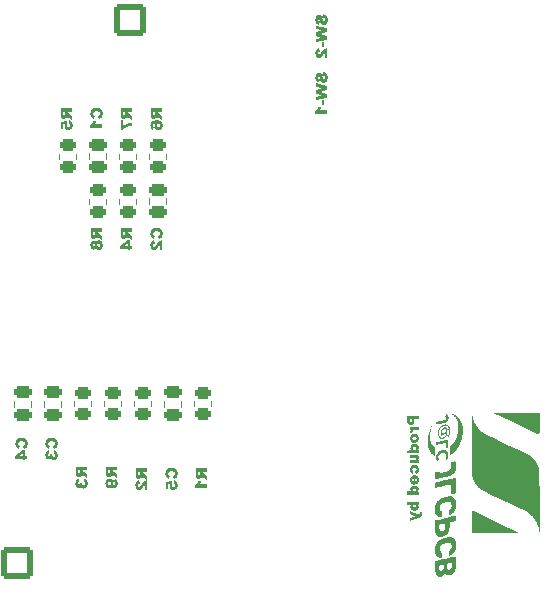
<source format=gbr>
%TF.GenerationSoftware,KiCad,Pcbnew,7.0.6*%
%TF.CreationDate,2023-11-19T20:23:39+09:00*%
%TF.ProjectId,PowerSupply_20230505,506f7765-7253-4757-9070-6c795f323032,rev?*%
%TF.SameCoordinates,Original*%
%TF.FileFunction,Legend,Bot*%
%TF.FilePolarity,Positive*%
%FSLAX46Y46*%
G04 Gerber Fmt 4.6, Leading zero omitted, Abs format (unit mm)*
G04 Created by KiCad (PCBNEW 7.0.6) date 2023-11-19 20:23:39*
%MOMM*%
%LPD*%
G01*
G04 APERTURE LIST*
G04 Aperture macros list*
%AMRoundRect*
0 Rectangle with rounded corners*
0 $1 Rounding radius*
0 $2 $3 $4 $5 $6 $7 $8 $9 X,Y pos of 4 corners*
0 Add a 4 corners polygon primitive as box body*
4,1,4,$2,$3,$4,$5,$6,$7,$8,$9,$2,$3,0*
0 Add four circle primitives for the rounded corners*
1,1,$1+$1,$2,$3*
1,1,$1+$1,$4,$5*
1,1,$1+$1,$6,$7*
1,1,$1+$1,$8,$9*
0 Add four rect primitives between the rounded corners*
20,1,$1+$1,$2,$3,$4,$5,0*
20,1,$1+$1,$4,$5,$6,$7,0*
20,1,$1+$1,$6,$7,$8,$9,0*
20,1,$1+$1,$8,$9,$2,$3,0*%
%AMHorizOval*
0 Thick line with rounded ends*
0 $1 width*
0 $2 $3 position (X,Y) of the first rounded end (center of the circle)*
0 $4 $5 position (X,Y) of the second rounded end (center of the circle)*
0 Add line between two ends*
20,1,$1,$2,$3,$4,$5,0*
0 Add two circle primitives to create the rounded ends*
1,1,$1,$2,$3*
1,1,$1,$4,$5*%
G04 Aperture macros list end*
%ADD10C,0.000000*%
%ADD11C,0.150000*%
%ADD12C,0.120000*%
%ADD13C,1.325000*%
%ADD14RoundRect,0.250001X1.099999X1.099999X-1.099999X1.099999X-1.099999X-1.099999X1.099999X-1.099999X0*%
%ADD15C,2.700000*%
%ADD16C,2.300000*%
%ADD17C,1.500000*%
%ADD18C,3.200000*%
%ADD19RoundRect,0.250001X-1.099999X1.099999X-1.099999X-1.099999X1.099999X-1.099999X1.099999X1.099999X0*%
%ADD20C,1.600000*%
%ADD21O,1.600000X1.600000*%
%ADD22C,2.600000*%
%ADD23RoundRect,0.250000X0.106066X-0.954594X0.954594X-0.106066X-0.106066X0.954594X-0.954594X0.106066X0*%
%ADD24HorizOval,1.700000X-0.106066X0.106066X0.106066X-0.106066X0*%
%ADD25RoundRect,0.250001X-1.099999X-1.099999X1.099999X-1.099999X1.099999X1.099999X-1.099999X1.099999X0*%
%ADD26R,1.600000X1.600000*%
%ADD27RoundRect,0.250000X-0.475000X0.250000X-0.475000X-0.250000X0.475000X-0.250000X0.475000X0.250000X0*%
%ADD28RoundRect,0.250000X0.450000X-0.262500X0.450000X0.262500X-0.450000X0.262500X-0.450000X-0.262500X0*%
%ADD29RoundRect,0.250000X-0.450000X0.262500X-0.450000X-0.262500X0.450000X-0.262500X0.450000X0.262500X0*%
G04 APERTURE END LIST*
D10*
G36*
X107778720Y-125691671D02*
G01*
X107780717Y-125692753D01*
X107782615Y-125694029D01*
X107784417Y-125695518D01*
X107786125Y-125697239D01*
X107787741Y-125699212D01*
X107789266Y-125701457D01*
X107790705Y-125703992D01*
X107792058Y-125706838D01*
X107793328Y-125710013D01*
X107794517Y-125713536D01*
X107795628Y-125717428D01*
X107796662Y-125721708D01*
X107797623Y-125726394D01*
X107798512Y-125731507D01*
X107799331Y-125737065D01*
X107800084Y-125743089D01*
X107800771Y-125749597D01*
X107801396Y-125756609D01*
X107801960Y-125764144D01*
X107802916Y-125780861D01*
X107803658Y-125799904D01*
X107804204Y-125821427D01*
X107804571Y-125845586D01*
X107804779Y-125872535D01*
X107804844Y-125902430D01*
X107804509Y-125951909D01*
X107803493Y-125994648D01*
X107801774Y-126030856D01*
X107799331Y-126060739D01*
X107796145Y-126084503D01*
X107794266Y-126094156D01*
X107792193Y-126102356D01*
X107789924Y-126109130D01*
X107787456Y-126114503D01*
X107784787Y-126118502D01*
X107781913Y-126121152D01*
X107778670Y-126123398D01*
X107773004Y-126126144D01*
X107765054Y-126129349D01*
X107754959Y-126132975D01*
X107728893Y-126141336D01*
X107695923Y-126150917D01*
X107657166Y-126161408D01*
X107613737Y-126172498D01*
X107566753Y-126183877D01*
X107517330Y-126195236D01*
X107275677Y-126253443D01*
X107275677Y-126493332D01*
X107274966Y-126561884D01*
X107272800Y-126626764D01*
X107269131Y-126688146D01*
X107263908Y-126746202D01*
X107257084Y-126801106D01*
X107248609Y-126853031D01*
X107238433Y-126902150D01*
X107226508Y-126948636D01*
X107212785Y-126992662D01*
X107197215Y-127034402D01*
X107179748Y-127074028D01*
X107160335Y-127111713D01*
X107138928Y-127147631D01*
X107115476Y-127181955D01*
X107089932Y-127214858D01*
X107062246Y-127246513D01*
X107037924Y-127270988D01*
X107010790Y-127294727D01*
X106981135Y-127317613D01*
X106949247Y-127339530D01*
X106915416Y-127360362D01*
X106879932Y-127379993D01*
X106843083Y-127398306D01*
X106805159Y-127415184D01*
X106766450Y-127430513D01*
X106727245Y-127444175D01*
X106687833Y-127456054D01*
X106648504Y-127466034D01*
X106609547Y-127473999D01*
X106571251Y-127479832D01*
X106533906Y-127483417D01*
X106497802Y-127484638D01*
X106481146Y-127484029D01*
X106463692Y-127482250D01*
X106445592Y-127479370D01*
X106426998Y-127475460D01*
X106408064Y-127470588D01*
X106388940Y-127464825D01*
X106369781Y-127458240D01*
X106350738Y-127450903D01*
X106331963Y-127442884D01*
X106313610Y-127434253D01*
X106295830Y-127425079D01*
X106278776Y-127415433D01*
X106262601Y-127405383D01*
X106247457Y-127395000D01*
X106233496Y-127384353D01*
X106220871Y-127373513D01*
X106209325Y-127362122D01*
X106197875Y-127349191D01*
X106186575Y-127334833D01*
X106175479Y-127319163D01*
X106164641Y-127302294D01*
X106154116Y-127284340D01*
X106143957Y-127265414D01*
X106134220Y-127245631D01*
X106124958Y-127225103D01*
X106116226Y-127203945D01*
X106108078Y-127182270D01*
X106100568Y-127160193D01*
X106093751Y-127137825D01*
X106087680Y-127115282D01*
X106082411Y-127092677D01*
X106077996Y-127070124D01*
X106070820Y-126994914D01*
X106065235Y-126868958D01*
X106061346Y-126710797D01*
X106060224Y-126618569D01*
X106411371Y-126618569D01*
X106411767Y-126654043D01*
X106412887Y-126689703D01*
X106414627Y-126724578D01*
X106416883Y-126757695D01*
X106419553Y-126788084D01*
X106422533Y-126814774D01*
X106425720Y-126836791D01*
X106429010Y-126853166D01*
X106431599Y-126861630D01*
X106434406Y-126869826D01*
X106437433Y-126877753D01*
X106440679Y-126885412D01*
X106444146Y-126892802D01*
X106447835Y-126899923D01*
X106451746Y-126906775D01*
X106455882Y-126913359D01*
X106460242Y-126919673D01*
X106464828Y-126925720D01*
X106469641Y-126931497D01*
X106474682Y-126937006D01*
X106479951Y-126942246D01*
X106485450Y-126947217D01*
X106491179Y-126951919D01*
X106497140Y-126956353D01*
X106503334Y-126960518D01*
X106509761Y-126964415D01*
X106516423Y-126968042D01*
X106523320Y-126971401D01*
X106530453Y-126974492D01*
X106537824Y-126977313D01*
X106545433Y-126979866D01*
X106553282Y-126982150D01*
X106561370Y-126984165D01*
X106569700Y-126985912D01*
X106578273Y-126987390D01*
X106587088Y-126988599D01*
X106596148Y-126989540D01*
X106605453Y-126990211D01*
X106615004Y-126990614D01*
X106624802Y-126990749D01*
X106637512Y-126990638D01*
X106649259Y-126990277D01*
X106660152Y-126989621D01*
X106670305Y-126988627D01*
X106679826Y-126987250D01*
X106688829Y-126985447D01*
X106697423Y-126983173D01*
X106705720Y-126980386D01*
X106713831Y-126977040D01*
X106721867Y-126973093D01*
X106729940Y-126968499D01*
X106738159Y-126963215D01*
X106746637Y-126957198D01*
X106755485Y-126950403D01*
X106764813Y-126942786D01*
X106774732Y-126934304D01*
X106790828Y-126919508D01*
X106805435Y-126904738D01*
X106812206Y-126897294D01*
X106818637Y-126889772D01*
X106824736Y-126882146D01*
X106830515Y-126874387D01*
X106835984Y-126866468D01*
X106841154Y-126858362D01*
X106846034Y-126850039D01*
X106850635Y-126841473D01*
X106854967Y-126832636D01*
X106859041Y-126823499D01*
X106862866Y-126814036D01*
X106866455Y-126804218D01*
X106869815Y-126794017D01*
X106872959Y-126783407D01*
X106875896Y-126772358D01*
X106878636Y-126760844D01*
X106883570Y-126736307D01*
X106887842Y-126709574D01*
X106891535Y-126680423D01*
X106894732Y-126648631D01*
X106897516Y-126613976D01*
X106899968Y-126576235D01*
X106904378Y-126496023D01*
X106905674Y-126463742D01*
X106906142Y-126436254D01*
X106905618Y-126413241D01*
X106903937Y-126394386D01*
X106902611Y-126386418D01*
X106900933Y-126379370D01*
X106898883Y-126373202D01*
X106896441Y-126367876D01*
X106893585Y-126363350D01*
X106890295Y-126359585D01*
X106886550Y-126356543D01*
X106882330Y-126354181D01*
X106877613Y-126352462D01*
X106872380Y-126351346D01*
X106866610Y-126350792D01*
X106860281Y-126350760D01*
X106845867Y-126352108D01*
X106828972Y-126355070D01*
X106787079Y-126364568D01*
X106674411Y-126389704D01*
X106608734Y-126404256D01*
X106547191Y-126417485D01*
X106411371Y-126447471D01*
X106411371Y-126618569D01*
X106060224Y-126618569D01*
X106059255Y-126538973D01*
X106059065Y-126372027D01*
X106060881Y-126228501D01*
X106064805Y-126126936D01*
X106067590Y-126097684D01*
X106070941Y-126085874D01*
X106154867Y-126061445D01*
X106351096Y-126012480D01*
X106860281Y-125892162D01*
X106929734Y-125875751D01*
X107505396Y-125745306D01*
X107697904Y-125704196D01*
X107776621Y-125690763D01*
X107778720Y-125691671D01*
G37*
G36*
X107781913Y-122482249D02*
G01*
X107783686Y-122483396D01*
X107785367Y-122485221D01*
X107786959Y-122487786D01*
X107788462Y-122491147D01*
X107789879Y-122495366D01*
X107791211Y-122500500D01*
X107792459Y-122506608D01*
X107793626Y-122513751D01*
X107795721Y-122531374D01*
X107797509Y-122553841D01*
X107799002Y-122581626D01*
X107800213Y-122615202D01*
X107801156Y-122655041D01*
X107801843Y-122701615D01*
X107802287Y-122755399D01*
X107802501Y-122816864D01*
X107802291Y-122964731D01*
X107801316Y-123148999D01*
X107796024Y-123806929D01*
X107630219Y-123847499D01*
X107587382Y-123857593D01*
X107551119Y-123865414D01*
X107520892Y-123871001D01*
X107507874Y-123872971D01*
X107496163Y-123874398D01*
X107485692Y-123875288D01*
X107476395Y-123875645D01*
X107468203Y-123875476D01*
X107461050Y-123874784D01*
X107454869Y-123873576D01*
X107449592Y-123871856D01*
X107445152Y-123869629D01*
X107441482Y-123866902D01*
X107439704Y-123865187D01*
X107438007Y-123863001D01*
X107436387Y-123860318D01*
X107434844Y-123857111D01*
X107433374Y-123853353D01*
X107431975Y-123849019D01*
X107430646Y-123844081D01*
X107429383Y-123838514D01*
X107427050Y-123825384D01*
X107424956Y-123809417D01*
X107423085Y-123790401D01*
X107421418Y-123768124D01*
X107419937Y-123742375D01*
X107418624Y-123712941D01*
X107417461Y-123679610D01*
X107416430Y-123642171D01*
X107414690Y-123554122D01*
X107413260Y-123447096D01*
X107407969Y-123048457D01*
X107362107Y-123043166D01*
X107354391Y-123043277D01*
X107340727Y-123044885D01*
X107296899Y-123052288D01*
X107233309Y-123064777D01*
X107152646Y-123081751D01*
X107057595Y-123102611D01*
X106950846Y-123126757D01*
X106712996Y-123182513D01*
X106477710Y-123236670D01*
X106280623Y-123279747D01*
X106142737Y-123307280D01*
X106102556Y-123313823D01*
X106085052Y-123314805D01*
X106081838Y-123312564D01*
X106078811Y-123308247D01*
X106075971Y-123301989D01*
X106073321Y-123293927D01*
X106068592Y-123272931D01*
X106064629Y-123246344D01*
X106061442Y-123215250D01*
X106059038Y-123180735D01*
X106057424Y-123143885D01*
X106056609Y-123105784D01*
X106056600Y-123067517D01*
X106057405Y-123030171D01*
X106059031Y-122994829D01*
X106061487Y-122962578D01*
X106064780Y-122934502D01*
X106068918Y-122911687D01*
X106073909Y-122895218D01*
X106076727Y-122889702D01*
X106079760Y-122886180D01*
X106084066Y-122883750D01*
X106092211Y-122880468D01*
X106119172Y-122871573D01*
X106158949Y-122859949D01*
X106209847Y-122846051D01*
X106270171Y-122830334D01*
X106338225Y-122813254D01*
X106412315Y-122795263D01*
X106490746Y-122776818D01*
X107318010Y-122579263D01*
X107490458Y-122538804D01*
X107635290Y-122506943D01*
X107692647Y-122495271D01*
X107737457Y-122486989D01*
X107767840Y-122482511D01*
X107777032Y-122481827D01*
X107781913Y-122482249D01*
G37*
G36*
X104304590Y-119615673D02*
G01*
X104336549Y-119616747D01*
X104371714Y-119620423D01*
X104405676Y-119626476D01*
X104438262Y-119634823D01*
X104469300Y-119645382D01*
X104498618Y-119658071D01*
X104526045Y-119672805D01*
X104551409Y-119689504D01*
X104574538Y-119708083D01*
X104595260Y-119728461D01*
X104604664Y-119739298D01*
X104613403Y-119750554D01*
X104621454Y-119762219D01*
X104628796Y-119774281D01*
X104635407Y-119786730D01*
X104641267Y-119799557D01*
X104646352Y-119812751D01*
X104650643Y-119826302D01*
X104655221Y-119844463D01*
X104658696Y-119862248D01*
X104661063Y-119879670D01*
X104662315Y-119896747D01*
X104662446Y-119913493D01*
X104661449Y-119929923D01*
X104659317Y-119946054D01*
X104656045Y-119961900D01*
X104651626Y-119977478D01*
X104646052Y-119992803D01*
X104639319Y-120007890D01*
X104631419Y-120022754D01*
X104622347Y-120037412D01*
X104612094Y-120051879D01*
X104600656Y-120066170D01*
X104588025Y-120080301D01*
X104546574Y-120124398D01*
X104646233Y-120124398D01*
X104646233Y-120371343D01*
X103702553Y-120371343D01*
X103702553Y-120106760D01*
X103861303Y-120106760D01*
X103922942Y-120106305D01*
X103973420Y-120105106D01*
X103992845Y-120104305D01*
X104007526Y-120103411D01*
X104016813Y-120102455D01*
X104019229Y-120101963D01*
X104020053Y-120101468D01*
X104020022Y-120101182D01*
X104019931Y-120100820D01*
X104019574Y-120099880D01*
X104018995Y-120098666D01*
X104018206Y-120097196D01*
X104017221Y-120095489D01*
X104016053Y-120093562D01*
X104013218Y-120089121D01*
X104009804Y-120084019D01*
X104005914Y-120078400D01*
X104001653Y-120072409D01*
X103997122Y-120066190D01*
X103991074Y-120058061D01*
X103985490Y-120049855D01*
X103980358Y-120041539D01*
X103975666Y-120033076D01*
X103971404Y-120024432D01*
X103967558Y-120015573D01*
X103964118Y-120006463D01*
X103961073Y-119997068D01*
X103958504Y-119987697D01*
X104143525Y-119987697D01*
X104143581Y-119994032D01*
X104143763Y-119999845D01*
X104144095Y-120005192D01*
X104144600Y-120010132D01*
X104145301Y-120014720D01*
X104146223Y-120019013D01*
X104147387Y-120023069D01*
X104148817Y-120026944D01*
X104150536Y-120030695D01*
X104152568Y-120034378D01*
X104154937Y-120038052D01*
X104157664Y-120041771D01*
X104160773Y-120045595D01*
X104164289Y-120049578D01*
X104168233Y-120053778D01*
X104172629Y-120058253D01*
X104175911Y-120061392D01*
X104179456Y-120064516D01*
X104183235Y-120067609D01*
X104187223Y-120070655D01*
X104191391Y-120073639D01*
X104195713Y-120076546D01*
X104200162Y-120079360D01*
X104204710Y-120082065D01*
X104209330Y-120084646D01*
X104213996Y-120087088D01*
X104218680Y-120089375D01*
X104223355Y-120091491D01*
X104227993Y-120093421D01*
X104232569Y-120095150D01*
X104237054Y-120096661D01*
X104241421Y-120097940D01*
X104250589Y-120100185D01*
X104260486Y-120101966D01*
X104270993Y-120103294D01*
X104281990Y-120104183D01*
X104293360Y-120104642D01*
X104304983Y-120104684D01*
X104316740Y-120104320D01*
X104328513Y-120103563D01*
X104340182Y-120102423D01*
X104351629Y-120100912D01*
X104362736Y-120099042D01*
X104373382Y-120096824D01*
X104383449Y-120094271D01*
X104392819Y-120091393D01*
X104401372Y-120088202D01*
X104408990Y-120084711D01*
X104414721Y-120081512D01*
X104420169Y-120078044D01*
X104425333Y-120074321D01*
X104430210Y-120070357D01*
X104434797Y-120066168D01*
X104439091Y-120061769D01*
X104443090Y-120057173D01*
X104446790Y-120052396D01*
X104450189Y-120047453D01*
X104453284Y-120042357D01*
X104456073Y-120037124D01*
X104458553Y-120031769D01*
X104460721Y-120026305D01*
X104462574Y-120020749D01*
X104464109Y-120015114D01*
X104465324Y-120009415D01*
X104466217Y-120003667D01*
X104466783Y-119997885D01*
X104467021Y-119992083D01*
X104466928Y-119986276D01*
X104466501Y-119980479D01*
X104465737Y-119974706D01*
X104464634Y-119968972D01*
X104463189Y-119963292D01*
X104461398Y-119957681D01*
X104459260Y-119952152D01*
X104456772Y-119946722D01*
X104453930Y-119941404D01*
X104450732Y-119936213D01*
X104447176Y-119931164D01*
X104443258Y-119926272D01*
X104438976Y-119921552D01*
X104433326Y-119916182D01*
X104427147Y-119911155D01*
X104420475Y-119906469D01*
X104413343Y-119902126D01*
X104405787Y-119898126D01*
X104397841Y-119894470D01*
X104389541Y-119891157D01*
X104380920Y-119888189D01*
X104362856Y-119883288D01*
X104343928Y-119879771D01*
X104324413Y-119877641D01*
X104304590Y-119876903D01*
X104284736Y-119877560D01*
X104265128Y-119879616D01*
X104246045Y-119883075D01*
X104227764Y-119887941D01*
X104219012Y-119890903D01*
X104210564Y-119894218D01*
X104202455Y-119897886D01*
X104194721Y-119901909D01*
X104187395Y-119906287D01*
X104180514Y-119911019D01*
X104174110Y-119916107D01*
X104168220Y-119921552D01*
X104164599Y-119925269D01*
X104161334Y-119928843D01*
X104158408Y-119932316D01*
X104155803Y-119935732D01*
X104153504Y-119939131D01*
X104152463Y-119940839D01*
X104151492Y-119942558D01*
X104150589Y-119944295D01*
X104149751Y-119946055D01*
X104148978Y-119947842D01*
X104148266Y-119949664D01*
X104147613Y-119951523D01*
X104147017Y-119953428D01*
X104145990Y-119957389D01*
X104145167Y-119961591D01*
X104144531Y-119966076D01*
X104144066Y-119970886D01*
X104143754Y-119976065D01*
X104143580Y-119981654D01*
X104143525Y-119987697D01*
X103958504Y-119987697D01*
X103958409Y-119987352D01*
X103956117Y-119977281D01*
X103954184Y-119966820D01*
X103952598Y-119955933D01*
X103951348Y-119944587D01*
X103950422Y-119932746D01*
X103949809Y-119920375D01*
X103949497Y-119907440D01*
X103949717Y-119892550D01*
X103950388Y-119878279D01*
X103951526Y-119864584D01*
X103953149Y-119851423D01*
X103955273Y-119838753D01*
X103957915Y-119826531D01*
X103961092Y-119814714D01*
X103964821Y-119803261D01*
X103969118Y-119792128D01*
X103974000Y-119781272D01*
X103979485Y-119770652D01*
X103985588Y-119760225D01*
X103992327Y-119749947D01*
X103999718Y-119739776D01*
X104007778Y-119729670D01*
X104016525Y-119719586D01*
X104025965Y-119709611D01*
X104035780Y-119700185D01*
X104045992Y-119691299D01*
X104056626Y-119682944D01*
X104067704Y-119675111D01*
X104079250Y-119667791D01*
X104091287Y-119660974D01*
X104103838Y-119654653D01*
X104116926Y-119648817D01*
X104130575Y-119643458D01*
X104144808Y-119638567D01*
X104159648Y-119634134D01*
X104175119Y-119630151D01*
X104191243Y-119626608D01*
X104208044Y-119623497D01*
X104225546Y-119620808D01*
X104263293Y-119616857D01*
X104300351Y-119615531D01*
X104304590Y-119615673D01*
G37*
G36*
X104308812Y-120530424D02*
G01*
X104384833Y-120531747D01*
X104443636Y-120534558D01*
X104467598Y-120536677D01*
X104488476Y-120539353D01*
X104506677Y-120542650D01*
X104522608Y-120546630D01*
X104536676Y-120551353D01*
X104549288Y-120556882D01*
X104560852Y-120563280D01*
X104571773Y-120570607D01*
X104582459Y-120578927D01*
X104593317Y-120588301D01*
X104601617Y-120596242D01*
X104609324Y-120604533D01*
X104616445Y-120613193D01*
X104622986Y-120622243D01*
X104628953Y-120631700D01*
X104634353Y-120641585D01*
X104639192Y-120651917D01*
X104643477Y-120662715D01*
X104647215Y-120674000D01*
X104650410Y-120685789D01*
X104653072Y-120698103D01*
X104655204Y-120710961D01*
X104656815Y-120724382D01*
X104657910Y-120738385D01*
X104658497Y-120752991D01*
X104658581Y-120768218D01*
X104658309Y-120783284D01*
X104657482Y-120797758D01*
X104656081Y-120811686D01*
X104654088Y-120825117D01*
X104651486Y-120838098D01*
X104648256Y-120850678D01*
X104644379Y-120862904D01*
X104639839Y-120874823D01*
X104634617Y-120886484D01*
X104628694Y-120897934D01*
X104622054Y-120909222D01*
X104614676Y-120920395D01*
X104606545Y-120931500D01*
X104597640Y-120942586D01*
X104587945Y-120953701D01*
X104577442Y-120964891D01*
X104536872Y-121006343D01*
X104646233Y-121006343D01*
X104646233Y-121253288D01*
X103958317Y-121253288D01*
X103958317Y-120988704D01*
X104149699Y-120988704D01*
X104226869Y-120987946D01*
X104294778Y-120985948D01*
X104322987Y-120984613D01*
X104346152Y-120983123D01*
X104363363Y-120981530D01*
X104373712Y-120979885D01*
X104382878Y-120977013D01*
X104391518Y-120973697D01*
X104399624Y-120969947D01*
X104403473Y-120967913D01*
X104407185Y-120965774D01*
X104410759Y-120963531D01*
X104414193Y-120961187D01*
X104417487Y-120958741D01*
X104420640Y-120956196D01*
X104423650Y-120953553D01*
X104426515Y-120950813D01*
X104429236Y-120947978D01*
X104431811Y-120945048D01*
X104434238Y-120942025D01*
X104436517Y-120938911D01*
X104438646Y-120935706D01*
X104440625Y-120932411D01*
X104442452Y-120929029D01*
X104444126Y-120925561D01*
X104445646Y-120922007D01*
X104447010Y-120918369D01*
X104448219Y-120914649D01*
X104449270Y-120910847D01*
X104450162Y-120906965D01*
X104450895Y-120903004D01*
X104451467Y-120898966D01*
X104451876Y-120894851D01*
X104452123Y-120890662D01*
X104452206Y-120886399D01*
X104452041Y-120870689D01*
X104451766Y-120863556D01*
X104451301Y-120856883D01*
X104450601Y-120850655D01*
X104449619Y-120844857D01*
X104448308Y-120839473D01*
X104446625Y-120834488D01*
X104444521Y-120829887D01*
X104441951Y-120825654D01*
X104438869Y-120821774D01*
X104435230Y-120818232D01*
X104430986Y-120815013D01*
X104426093Y-120812100D01*
X104420503Y-120809479D01*
X104414172Y-120807134D01*
X104407052Y-120805050D01*
X104399098Y-120803212D01*
X104390265Y-120801604D01*
X104380505Y-120800211D01*
X104369772Y-120799018D01*
X104358022Y-120798008D01*
X104345208Y-120797168D01*
X104331283Y-120796482D01*
X104299918Y-120795508D01*
X104263561Y-120794964D01*
X104221842Y-120794728D01*
X104174393Y-120794676D01*
X103958317Y-120794676D01*
X103958317Y-120530093D01*
X104212317Y-120530093D01*
X104308812Y-120530424D01*
G37*
G36*
X107143875Y-119247392D02*
G01*
X107144956Y-119247545D01*
X107146008Y-119247768D01*
X107147030Y-119248066D01*
X107148023Y-119248445D01*
X107148988Y-119248911D01*
X107149924Y-119249468D01*
X107150833Y-119250122D01*
X107151714Y-119250878D01*
X107152568Y-119251742D01*
X107153396Y-119252718D01*
X107154197Y-119253813D01*
X107154973Y-119255031D01*
X107155723Y-119256379D01*
X107156449Y-119257860D01*
X107157150Y-119259481D01*
X107157827Y-119261247D01*
X107159109Y-119265234D01*
X107160300Y-119269865D01*
X107161403Y-119275182D01*
X107162420Y-119281227D01*
X107163356Y-119288044D01*
X107164212Y-119295675D01*
X107164993Y-119304162D01*
X107165701Y-119313548D01*
X107166341Y-119323877D01*
X107166914Y-119335189D01*
X107167425Y-119347529D01*
X107167876Y-119360938D01*
X107168272Y-119375460D01*
X107168906Y-119408011D01*
X107169355Y-119445523D01*
X107169644Y-119488337D01*
X107169798Y-119536794D01*
X107169844Y-119591235D01*
X107170019Y-119716967D01*
X107169265Y-119809296D01*
X107167938Y-119844587D01*
X107165658Y-119873512D01*
X107162184Y-119896732D01*
X107157276Y-119914909D01*
X107154209Y-119922312D01*
X107150694Y-119928703D01*
X107146699Y-119934163D01*
X107142197Y-119938776D01*
X107137155Y-119942624D01*
X107131545Y-119945790D01*
X107118498Y-119950407D01*
X107102815Y-119953287D01*
X107084257Y-119955092D01*
X107037552Y-119958124D01*
X106984635Y-119961652D01*
X106979343Y-119746457D01*
X106977845Y-119692063D01*
X106975954Y-119646329D01*
X106973607Y-119608822D01*
X106970745Y-119579108D01*
X106967303Y-119556753D01*
X106965346Y-119548199D01*
X106963220Y-119541322D01*
X106960920Y-119536068D01*
X106958435Y-119532382D01*
X106955760Y-119530211D01*
X106952885Y-119529499D01*
X106940989Y-119531015D01*
X106915595Y-119535342D01*
X106830515Y-119551107D01*
X106566593Y-119601818D01*
X106422561Y-119629600D01*
X106300687Y-119650766D01*
X106252091Y-119658249D01*
X106213871Y-119663334D01*
X106187640Y-119665773D01*
X106179524Y-119665923D01*
X106175010Y-119665318D01*
X106171791Y-119663524D01*
X106168749Y-119660827D01*
X106165886Y-119657283D01*
X106163204Y-119652950D01*
X106160704Y-119647887D01*
X106158387Y-119642149D01*
X106154312Y-119628883D01*
X106150991Y-119613612D01*
X106148438Y-119596795D01*
X106146665Y-119578894D01*
X106145685Y-119560367D01*
X106145512Y-119541675D01*
X106146157Y-119523277D01*
X106147635Y-119505634D01*
X106149957Y-119489205D01*
X106153138Y-119474451D01*
X106155053Y-119467845D01*
X106157189Y-119461830D01*
X106159545Y-119456464D01*
X106162123Y-119451804D01*
X106164926Y-119447908D01*
X106167955Y-119444832D01*
X106213337Y-119431786D01*
X106320338Y-119407267D01*
X106639574Y-119340101D01*
X106966417Y-119275912D01*
X107082927Y-119255114D01*
X107141621Y-119247277D01*
X107143875Y-119247392D01*
G37*
G36*
X107778875Y-129131467D02*
G01*
X107781008Y-129132884D01*
X107783023Y-129134657D01*
X107784924Y-129136844D01*
X107786714Y-129139503D01*
X107788396Y-129142694D01*
X107789973Y-129146476D01*
X107791449Y-129150906D01*
X107792827Y-129156045D01*
X107794109Y-129161951D01*
X107795300Y-129168682D01*
X107796403Y-129176297D01*
X107797420Y-129184855D01*
X107798356Y-129194416D01*
X107799212Y-129205036D01*
X107799993Y-129216777D01*
X107800701Y-129229695D01*
X107801341Y-129243851D01*
X107802425Y-129276108D01*
X107803272Y-129314019D01*
X107803906Y-129358053D01*
X107804355Y-129408682D01*
X107804644Y-129466374D01*
X107804844Y-129604833D01*
X107803982Y-129782431D01*
X107800930Y-129927266D01*
X107794984Y-130044775D01*
X107790706Y-130094980D01*
X107785441Y-130140393D01*
X107779101Y-130181692D01*
X107771598Y-130219558D01*
X107762845Y-130254669D01*
X107752754Y-130287705D01*
X107741236Y-130319346D01*
X107728204Y-130350272D01*
X107697246Y-130412693D01*
X107686933Y-130431451D01*
X107676173Y-130449687D01*
X107664973Y-130467397D01*
X107653342Y-130484575D01*
X107641287Y-130501217D01*
X107628816Y-130517319D01*
X107615937Y-130532874D01*
X107602658Y-130547879D01*
X107588985Y-130562328D01*
X107574928Y-130576217D01*
X107560494Y-130589541D01*
X107545690Y-130602294D01*
X107530524Y-130614473D01*
X107515004Y-130626072D01*
X107499138Y-130637086D01*
X107482934Y-130647511D01*
X107466399Y-130657342D01*
X107449540Y-130666573D01*
X107432367Y-130675201D01*
X107414886Y-130683220D01*
X107397106Y-130690625D01*
X107379033Y-130697411D01*
X107360676Y-130703574D01*
X107342043Y-130709109D01*
X107323141Y-130714011D01*
X107303978Y-130718276D01*
X107284562Y-130721897D01*
X107264900Y-130724871D01*
X107245001Y-130727192D01*
X107224872Y-130728856D01*
X107204520Y-130729858D01*
X107183954Y-130730193D01*
X107148649Y-130729966D01*
X107133911Y-130729519D01*
X107120785Y-130728705D01*
X107109024Y-130727416D01*
X107098378Y-130725543D01*
X107093397Y-130724353D01*
X107088601Y-130722977D01*
X107083961Y-130721400D01*
X107079444Y-130719610D01*
X107075021Y-130717593D01*
X107070659Y-130715334D01*
X107066329Y-130712821D01*
X107061998Y-130710040D01*
X107053213Y-130703619D01*
X107044056Y-130695963D01*
X107034279Y-130686964D01*
X107023634Y-130676512D01*
X106998746Y-130650819D01*
X106990918Y-130642518D01*
X106983333Y-130634189D01*
X106976027Y-130625886D01*
X106969036Y-130617663D01*
X106956144Y-130601674D01*
X106950316Y-130594017D01*
X106944948Y-130586657D01*
X106940075Y-130579648D01*
X106935735Y-130573045D01*
X106931964Y-130566902D01*
X106928797Y-130561273D01*
X106926271Y-130556213D01*
X106924422Y-130551775D01*
X106923286Y-130548015D01*
X106922899Y-130544985D01*
X106922822Y-130540566D01*
X106922594Y-130536568D01*
X106922217Y-130532988D01*
X106921697Y-130529823D01*
X106921035Y-130527070D01*
X106920236Y-130524727D01*
X106919304Y-130522789D01*
X106918241Y-130521255D01*
X106917052Y-130520122D01*
X106916411Y-130519704D01*
X106915740Y-130519386D01*
X106915038Y-130519166D01*
X106914308Y-130519044D01*
X106912760Y-130519095D01*
X106911100Y-130519534D01*
X106909331Y-130520360D01*
X106907457Y-130521568D01*
X106905481Y-130523157D01*
X106903406Y-130525122D01*
X106901238Y-130527463D01*
X106898978Y-130530174D01*
X106896630Y-130533254D01*
X106894199Y-130536700D01*
X106891687Y-130540508D01*
X106889098Y-130544676D01*
X106886436Y-130549202D01*
X106883704Y-130554081D01*
X106880906Y-130559311D01*
X106878046Y-130564889D01*
X106875126Y-130570813D01*
X106869123Y-130583684D01*
X106862927Y-130597901D01*
X106856219Y-130613469D01*
X106848684Y-130628741D01*
X106840353Y-130643701D01*
X106831256Y-130658332D01*
X106821424Y-130672618D01*
X106810887Y-130686544D01*
X106799677Y-130700091D01*
X106787824Y-130713244D01*
X106775358Y-130725985D01*
X106762311Y-130738300D01*
X106748712Y-130750171D01*
X106734594Y-130761582D01*
X106719985Y-130772516D01*
X106704918Y-130782956D01*
X106689422Y-130792887D01*
X106673529Y-130802292D01*
X106657269Y-130811155D01*
X106640673Y-130819458D01*
X106623771Y-130827185D01*
X106606594Y-130834321D01*
X106589174Y-130840848D01*
X106571539Y-130846750D01*
X106553722Y-130852011D01*
X106535753Y-130856614D01*
X106517662Y-130860543D01*
X106499481Y-130863780D01*
X106481239Y-130866311D01*
X106462968Y-130868117D01*
X106444699Y-130869183D01*
X106426461Y-130869493D01*
X106408286Y-130869029D01*
X106390204Y-130867776D01*
X106373765Y-130865815D01*
X106357843Y-130863232D01*
X106342429Y-130860013D01*
X106327514Y-130856146D01*
X106313089Y-130851617D01*
X106299144Y-130846413D01*
X106285670Y-130840523D01*
X106272658Y-130833932D01*
X106260098Y-130826628D01*
X106247980Y-130818598D01*
X106236296Y-130809829D01*
X106225036Y-130800308D01*
X106214191Y-130790022D01*
X106203751Y-130778959D01*
X106193707Y-130767105D01*
X106184050Y-130754447D01*
X106174770Y-130740973D01*
X106165858Y-130726669D01*
X106157304Y-130711523D01*
X106149100Y-130695522D01*
X106141235Y-130678653D01*
X106133700Y-130660902D01*
X106126487Y-130642258D01*
X106119585Y-130622707D01*
X106112986Y-130602235D01*
X106106680Y-130580831D01*
X106094908Y-130535174D01*
X106084196Y-130485630D01*
X106074468Y-130432096D01*
X106068023Y-130359642D01*
X106063251Y-130242065D01*
X106060175Y-130096086D01*
X106059582Y-130027367D01*
X106378271Y-130027367D01*
X106378626Y-130060257D01*
X106379621Y-130095193D01*
X106381223Y-130144175D01*
X106383507Y-130184766D01*
X106384963Y-130202289D01*
X106386660Y-130218163D01*
X106388619Y-130232538D01*
X106390866Y-130245565D01*
X106393423Y-130257393D01*
X106396313Y-130268172D01*
X106399559Y-130278052D01*
X106403186Y-130287182D01*
X106407215Y-130295713D01*
X106411671Y-130303794D01*
X106416576Y-130311576D01*
X106421955Y-130319207D01*
X106429844Y-130328986D01*
X106438274Y-130337826D01*
X106447205Y-130345737D01*
X106456598Y-130352731D01*
X106466416Y-130358820D01*
X106476618Y-130364015D01*
X106487166Y-130368326D01*
X106498022Y-130371766D01*
X106509147Y-130374345D01*
X106520502Y-130376075D01*
X106532047Y-130376968D01*
X106543746Y-130377033D01*
X106555558Y-130376284D01*
X106567444Y-130374731D01*
X106579367Y-130372385D01*
X106591288Y-130369258D01*
X106603167Y-130365361D01*
X106614966Y-130360705D01*
X106626646Y-130355302D01*
X106638169Y-130349163D01*
X106649495Y-130342299D01*
X106660586Y-130334721D01*
X106671403Y-130326442D01*
X106681908Y-130317471D01*
X106692061Y-130307821D01*
X106701824Y-130297503D01*
X106711158Y-130286528D01*
X106720024Y-130274907D01*
X106728384Y-130262652D01*
X106736199Y-130249774D01*
X106743430Y-130236284D01*
X106750038Y-130222193D01*
X106757430Y-130203456D01*
X106764359Y-130181355D01*
X106770777Y-130156453D01*
X106776634Y-130129314D01*
X106781881Y-130100500D01*
X106786470Y-130070575D01*
X106790350Y-130040102D01*
X106793474Y-130009645D01*
X106795791Y-129979767D01*
X106797253Y-129951030D01*
X106797763Y-129926301D01*
X107065333Y-129926301D01*
X107065912Y-129982146D01*
X107067648Y-130034725D01*
X107070542Y-130079284D01*
X107072423Y-130097070D01*
X107074593Y-130111068D01*
X107076380Y-130119082D01*
X107078431Y-130126916D01*
X107080739Y-130134564D01*
X107083299Y-130142022D01*
X107086106Y-130149285D01*
X107089155Y-130156348D01*
X107092439Y-130163207D01*
X107095953Y-130169855D01*
X107099692Y-130176289D01*
X107103651Y-130182504D01*
X107107823Y-130188495D01*
X107112204Y-130194257D01*
X107116787Y-130199785D01*
X107121568Y-130205074D01*
X107126540Y-130210120D01*
X107131699Y-130214917D01*
X107137039Y-130219461D01*
X107142554Y-130223748D01*
X107148240Y-130227771D01*
X107154089Y-130231526D01*
X107160097Y-130235009D01*
X107166259Y-130238215D01*
X107172569Y-130241138D01*
X107179021Y-130243774D01*
X107185610Y-130246118D01*
X107192331Y-130248165D01*
X107199177Y-130249911D01*
X107206144Y-130251350D01*
X107213226Y-130252477D01*
X107220418Y-130253289D01*
X107227713Y-130253779D01*
X107235107Y-130253944D01*
X107248295Y-130253612D01*
X107261073Y-130252616D01*
X107273441Y-130250950D01*
X107285402Y-130248611D01*
X107296959Y-130245595D01*
X107308114Y-130241898D01*
X107318870Y-130237516D01*
X107329227Y-130232446D01*
X107339190Y-130226684D01*
X107348759Y-130220225D01*
X107357937Y-130213066D01*
X107366727Y-130205203D01*
X107375131Y-130196631D01*
X107383150Y-130187348D01*
X107390788Y-130177350D01*
X107398047Y-130166631D01*
X107404928Y-130155189D01*
X107411434Y-130143020D01*
X107417567Y-130130120D01*
X107423330Y-130116485D01*
X107428725Y-130102110D01*
X107433754Y-130086993D01*
X107438419Y-130071129D01*
X107442723Y-130054514D01*
X107446667Y-130037145D01*
X107450255Y-130019018D01*
X107453488Y-130000128D01*
X107456369Y-129980472D01*
X107458899Y-129960047D01*
X107461082Y-129938847D01*
X107464413Y-129894111D01*
X107466549Y-129850899D01*
X107467610Y-129814653D01*
X107467513Y-129784567D01*
X107467005Y-129771582D01*
X107466177Y-129759834D01*
X107465017Y-129749224D01*
X107463517Y-129739650D01*
X107461665Y-129731011D01*
X107459452Y-129723206D01*
X107456866Y-129716135D01*
X107453898Y-129709698D01*
X107450538Y-129703793D01*
X107446774Y-129698319D01*
X107442056Y-129692429D01*
X107439828Y-129689782D01*
X107437641Y-129687336D01*
X107435460Y-129685091D01*
X107433252Y-129683048D01*
X107430980Y-129681210D01*
X107428611Y-129679577D01*
X107426111Y-129678151D01*
X107423444Y-129676933D01*
X107422038Y-129676403D01*
X107420577Y-129675925D01*
X107417473Y-129675126D01*
X107414100Y-129674540D01*
X107410423Y-129674167D01*
X107406406Y-129674008D01*
X107402015Y-129674065D01*
X107397217Y-129674339D01*
X107391975Y-129674832D01*
X107386256Y-129675544D01*
X107380025Y-129676477D01*
X107373248Y-129677632D01*
X107365890Y-129679011D01*
X107357916Y-129680614D01*
X107349292Y-129682444D01*
X107329955Y-129686786D01*
X107307603Y-129692049D01*
X107281959Y-129698241D01*
X107252746Y-129705374D01*
X107218468Y-129713594D01*
X107186215Y-129722186D01*
X107156690Y-129730861D01*
X107130597Y-129739329D01*
X107108638Y-129747301D01*
X107091516Y-129754487D01*
X107084988Y-129757696D01*
X107079933Y-129760599D01*
X107076439Y-129763161D01*
X107074593Y-129765346D01*
X107072423Y-129773763D01*
X107070542Y-129786713D01*
X107067648Y-129823830D01*
X107065912Y-129871944D01*
X107065333Y-129926301D01*
X106797763Y-129926301D01*
X106797811Y-129923999D01*
X106797415Y-129899237D01*
X106796017Y-129877306D01*
X106793567Y-129858770D01*
X106790016Y-129844193D01*
X106787813Y-129838565D01*
X106785316Y-129834138D01*
X106784078Y-129832391D01*
X106782670Y-129830791D01*
X106781077Y-129829338D01*
X106779283Y-129828033D01*
X106777274Y-129826879D01*
X106775033Y-129825875D01*
X106772547Y-129825024D01*
X106769799Y-129824327D01*
X106766775Y-129823784D01*
X106763459Y-129823398D01*
X106759836Y-129823170D01*
X106755891Y-129823100D01*
X106751609Y-129823191D01*
X106746975Y-129823443D01*
X106741973Y-129823858D01*
X106736588Y-129824437D01*
X106730806Y-129825181D01*
X106724610Y-129826092D01*
X106710919Y-129828419D01*
X106695393Y-129831429D01*
X106677911Y-129835130D01*
X106658352Y-129839535D01*
X106636594Y-129844653D01*
X106612516Y-129850494D01*
X106585996Y-129857069D01*
X106513952Y-129876306D01*
X106452823Y-129893228D01*
X106408891Y-129906181D01*
X106395338Y-129910653D01*
X106388441Y-129913513D01*
X106387629Y-129914229D01*
X106386849Y-129915379D01*
X106386101Y-129916950D01*
X106385385Y-129918932D01*
X106384049Y-129924082D01*
X106382846Y-129930738D01*
X106381777Y-129938811D01*
X106380844Y-129948208D01*
X106380051Y-129958841D01*
X106379401Y-129970619D01*
X106378895Y-129983451D01*
X106378536Y-129997246D01*
X106378271Y-130027367D01*
X106059582Y-130027367D01*
X106058814Y-129938428D01*
X106059189Y-129785813D01*
X106061322Y-129654965D01*
X106065232Y-129562606D01*
X106067860Y-129536085D01*
X106070941Y-129525457D01*
X106155373Y-129501028D01*
X106351840Y-129452063D01*
X106755891Y-129356574D01*
X106930396Y-129315334D01*
X107406406Y-129207392D01*
X107505644Y-129184889D01*
X107697977Y-129143778D01*
X107776621Y-129130346D01*
X107778875Y-129131467D01*
G37*
G36*
X104304459Y-124498843D02*
G01*
X104646233Y-124498843D01*
X104646233Y-124745787D01*
X104551865Y-124745787D01*
X104587143Y-124782829D01*
X104596520Y-124793028D01*
X104605152Y-124803155D01*
X104613058Y-124813261D01*
X104620257Y-124823398D01*
X104626769Y-124833618D01*
X104632613Y-124843972D01*
X104637809Y-124854512D01*
X104642375Y-124865290D01*
X104646331Y-124876358D01*
X104649697Y-124887766D01*
X104652492Y-124899568D01*
X104654736Y-124911813D01*
X104656447Y-124924555D01*
X104657645Y-124937844D01*
X104658350Y-124951733D01*
X104658581Y-124966274D01*
X104658353Y-124985022D01*
X104658046Y-124993442D01*
X104657588Y-125001331D01*
X104656966Y-125008764D01*
X104656162Y-125015821D01*
X104655162Y-125022577D01*
X104653950Y-125029112D01*
X104652511Y-125035502D01*
X104650829Y-125041824D01*
X104648889Y-125048157D01*
X104646674Y-125054578D01*
X104644171Y-125061164D01*
X104641362Y-125067993D01*
X104634768Y-125082690D01*
X104628861Y-125094094D01*
X104622393Y-125105151D01*
X104615376Y-125115856D01*
X104607824Y-125126203D01*
X104599748Y-125136186D01*
X104591162Y-125145800D01*
X104582078Y-125155039D01*
X104572508Y-125163898D01*
X104562466Y-125172370D01*
X104551963Y-125180450D01*
X104541013Y-125188133D01*
X104529627Y-125195412D01*
X104517819Y-125202282D01*
X104505602Y-125208738D01*
X104492986Y-125214774D01*
X104479987Y-125220384D01*
X104466615Y-125225562D01*
X104452884Y-125230303D01*
X104438806Y-125234602D01*
X104424393Y-125238452D01*
X104409659Y-125241847D01*
X104394616Y-125244783D01*
X104379276Y-125247254D01*
X104363653Y-125249254D01*
X104347758Y-125250776D01*
X104331604Y-125251817D01*
X104315205Y-125252369D01*
X104298572Y-125252428D01*
X104281717Y-125251988D01*
X104264655Y-125251042D01*
X104247397Y-125249586D01*
X104229956Y-125247614D01*
X104207240Y-125244359D01*
X104185400Y-125240220D01*
X104164444Y-125235203D01*
X104144379Y-125229313D01*
X104125214Y-125222555D01*
X104106955Y-125214933D01*
X104089611Y-125206454D01*
X104073190Y-125197122D01*
X104057699Y-125186943D01*
X104043145Y-125175921D01*
X104029538Y-125164062D01*
X104016883Y-125151371D01*
X104005190Y-125137853D01*
X103994466Y-125123514D01*
X103984719Y-125108358D01*
X103975956Y-125092391D01*
X103972511Y-125085664D01*
X103969438Y-125079295D01*
X103966716Y-125073166D01*
X103964325Y-125067159D01*
X103962244Y-125061158D01*
X103960453Y-125055045D01*
X103958930Y-125048701D01*
X103957655Y-125042010D01*
X103956608Y-125034854D01*
X103955767Y-125027115D01*
X103955113Y-125018676D01*
X103954624Y-125009420D01*
X103954279Y-124999228D01*
X103954059Y-124987983D01*
X103953907Y-124961864D01*
X103954090Y-124936733D01*
X103954706Y-124915768D01*
X103955210Y-124906625D01*
X103955860Y-124898255D01*
X103956671Y-124890570D01*
X103957279Y-124886189D01*
X104143493Y-124886189D01*
X104143903Y-124892743D01*
X104144751Y-124899245D01*
X104146045Y-124905676D01*
X104147792Y-124912012D01*
X104150000Y-124918234D01*
X104152677Y-124924319D01*
X104155830Y-124930246D01*
X104159466Y-124935995D01*
X104163593Y-124941544D01*
X104168220Y-124946870D01*
X104171343Y-124950116D01*
X104174595Y-124953237D01*
X104177975Y-124956234D01*
X104181481Y-124959107D01*
X104188871Y-124964482D01*
X104196759Y-124969360D01*
X104205137Y-124973742D01*
X104214000Y-124977628D01*
X104223340Y-124981018D01*
X104233153Y-124983912D01*
X104243430Y-124986310D01*
X104254166Y-124988212D01*
X104265354Y-124989617D01*
X104276988Y-124990527D01*
X104289061Y-124990940D01*
X104301567Y-124990858D01*
X104314499Y-124990279D01*
X104327851Y-124989204D01*
X104345384Y-124986958D01*
X104361617Y-124984176D01*
X104376573Y-124980839D01*
X104390276Y-124976926D01*
X104402750Y-124972419D01*
X104414017Y-124967298D01*
X104419205Y-124964502D01*
X104424100Y-124961545D01*
X104428705Y-124958425D01*
X104433023Y-124955139D01*
X104437057Y-124951685D01*
X104440810Y-124948061D01*
X104444284Y-124944264D01*
X104447482Y-124940292D01*
X104450408Y-124936142D01*
X104453065Y-124931813D01*
X104455454Y-124927300D01*
X104457580Y-124922603D01*
X104459445Y-124917719D01*
X104461051Y-124912644D01*
X104462403Y-124907378D01*
X104463502Y-124901917D01*
X104464955Y-124890401D01*
X104465435Y-124878078D01*
X104465380Y-124871725D01*
X104465206Y-124865862D01*
X104464894Y-124860444D01*
X104464429Y-124855424D01*
X104463793Y-124850755D01*
X104462970Y-124846391D01*
X104461942Y-124842285D01*
X104460694Y-124838391D01*
X104459208Y-124834663D01*
X104457468Y-124831053D01*
X104455456Y-124827516D01*
X104453156Y-124824005D01*
X104450552Y-124820473D01*
X104447625Y-124816873D01*
X104444360Y-124813160D01*
X104440740Y-124809287D01*
X104436859Y-124805474D01*
X104432666Y-124801808D01*
X104428175Y-124798291D01*
X104423399Y-124794926D01*
X104413050Y-124788663D01*
X104401728Y-124783036D01*
X104389543Y-124778065D01*
X104376605Y-124773770D01*
X104363023Y-124770170D01*
X104348908Y-124767285D01*
X104334369Y-124765133D01*
X104319516Y-124763735D01*
X104304459Y-124763109D01*
X104289308Y-124763275D01*
X104274172Y-124764252D01*
X104259161Y-124766060D01*
X104244386Y-124768718D01*
X104229956Y-124772246D01*
X104222647Y-124774529D01*
X104215610Y-124777230D01*
X104208852Y-124780328D01*
X104202379Y-124783801D01*
X104196201Y-124787627D01*
X104190324Y-124791787D01*
X104184757Y-124796258D01*
X104179506Y-124801019D01*
X104174579Y-124806049D01*
X104169984Y-124811326D01*
X104165729Y-124816829D01*
X104161820Y-124822537D01*
X104158266Y-124828428D01*
X104155075Y-124834482D01*
X104152253Y-124840676D01*
X104149809Y-124846990D01*
X104147750Y-124853402D01*
X104146083Y-124859891D01*
X104144816Y-124866436D01*
X104143957Y-124873014D01*
X104143514Y-124879606D01*
X104143493Y-124886189D01*
X103957279Y-124886189D01*
X103957655Y-124883480D01*
X103958825Y-124876898D01*
X103960194Y-124870732D01*
X103961775Y-124864894D01*
X103963581Y-124859296D01*
X103965624Y-124853847D01*
X103967918Y-124848459D01*
X103970476Y-124843043D01*
X103973310Y-124837509D01*
X103977461Y-124830183D01*
X103981881Y-124822888D01*
X103986425Y-124815821D01*
X103990949Y-124809177D01*
X103995307Y-124803153D01*
X103999355Y-124797946D01*
X104002948Y-124793752D01*
X104004529Y-124792096D01*
X104005942Y-124790767D01*
X104007408Y-124789435D01*
X104008827Y-124788088D01*
X104010191Y-124786734D01*
X104011495Y-124785378D01*
X104012732Y-124784028D01*
X104013895Y-124782689D01*
X104014978Y-124781369D01*
X104015974Y-124780073D01*
X104016877Y-124778808D01*
X104017681Y-124777580D01*
X104018379Y-124776397D01*
X104018964Y-124775264D01*
X104019431Y-124774187D01*
X104019772Y-124773174D01*
X104019982Y-124772231D01*
X104020035Y-124771787D01*
X104020053Y-124771364D01*
X104019845Y-124770953D01*
X104019229Y-124770548D01*
X104016813Y-124769757D01*
X104012885Y-124768994D01*
X104007526Y-124768263D01*
X104000820Y-124767569D01*
X103992845Y-124766914D01*
X103973420Y-124765741D01*
X103949902Y-124764775D01*
X103922942Y-124764046D01*
X103893192Y-124763586D01*
X103861303Y-124763426D01*
X103702553Y-124763426D01*
X103702553Y-124498843D01*
X104304459Y-124498843D01*
G37*
G36*
X107763600Y-121090833D02*
G01*
X107768304Y-121092189D01*
X107771330Y-121094068D01*
X107772347Y-121095281D01*
X107773414Y-121096925D01*
X107775688Y-121101462D01*
X107778132Y-121107579D01*
X107780728Y-121115180D01*
X107783458Y-121124166D01*
X107786305Y-121134438D01*
X107792276Y-121158450D01*
X107798494Y-121186431D01*
X107804816Y-121217596D01*
X107811096Y-121251158D01*
X107817191Y-121286332D01*
X107825811Y-121355203D01*
X107831171Y-121422231D01*
X107833275Y-121487394D01*
X107832129Y-121550668D01*
X107827737Y-121612030D01*
X107820105Y-121671456D01*
X107809239Y-121728924D01*
X107795142Y-121784410D01*
X107777821Y-121837892D01*
X107757281Y-121889345D01*
X107733526Y-121938746D01*
X107706562Y-121986073D01*
X107676394Y-122031301D01*
X107643027Y-122074408D01*
X107606467Y-122115371D01*
X107566719Y-122154166D01*
X107542618Y-122175336D01*
X107517698Y-122195290D01*
X107491595Y-122214174D01*
X107463944Y-122232135D01*
X107434382Y-122249321D01*
X107402542Y-122265880D01*
X107368063Y-122281958D01*
X107330578Y-122297702D01*
X107289724Y-122313261D01*
X107245136Y-122328780D01*
X107196450Y-122344408D01*
X107143303Y-122360293D01*
X107085328Y-122376580D01*
X107022163Y-122393417D01*
X106953442Y-122410952D01*
X106878802Y-122429332D01*
X106488045Y-122523204D01*
X106249093Y-122577058D01*
X106175072Y-122591355D01*
X106125235Y-122598500D01*
X106094994Y-122599444D01*
X106085788Y-122597888D01*
X106079760Y-122595138D01*
X106077497Y-122591641D01*
X106075341Y-122585247D01*
X106071358Y-122564549D01*
X106067835Y-122534595D01*
X106064795Y-122496939D01*
X106060257Y-122404731D01*
X106057932Y-122300348D01*
X106058004Y-122196213D01*
X106060660Y-122104749D01*
X106063016Y-122067651D01*
X106066086Y-122038379D01*
X106069896Y-122018487D01*
X106072086Y-122012543D01*
X106074468Y-122009527D01*
X106083330Y-122005130D01*
X106097485Y-121999984D01*
X106138547Y-121988084D01*
X106191392Y-121975110D01*
X106249755Y-121962343D01*
X106307374Y-121951063D01*
X106357986Y-121942554D01*
X106378707Y-121939738D01*
X106395327Y-121938096D01*
X106407064Y-121937787D01*
X106410857Y-121938182D01*
X106413135Y-121938971D01*
X106414137Y-121939523D01*
X106415159Y-121940185D01*
X106416197Y-121940953D01*
X106417252Y-121941824D01*
X106419402Y-121943854D01*
X106421596Y-121946247D01*
X106423821Y-121948970D01*
X106426065Y-121951994D01*
X106428313Y-121955285D01*
X106430554Y-121958815D01*
X106432773Y-121962551D01*
X106434960Y-121966463D01*
X106437100Y-121970520D01*
X106439180Y-121974690D01*
X106441188Y-121978943D01*
X106443111Y-121983248D01*
X106444936Y-121987573D01*
X106446649Y-121991888D01*
X106448733Y-121996494D01*
X106451004Y-122001038D01*
X106453439Y-122005499D01*
X106456020Y-122009857D01*
X106458724Y-122014092D01*
X106461532Y-122018181D01*
X106464422Y-122022105D01*
X106467375Y-122025843D01*
X106470368Y-122029374D01*
X106473383Y-122032678D01*
X106476397Y-122035734D01*
X106479391Y-122038521D01*
X106482344Y-122041018D01*
X106485234Y-122043206D01*
X106488042Y-122045063D01*
X106490746Y-122046568D01*
X106505751Y-122048016D01*
X106531905Y-122045993D01*
X106567707Y-122040875D01*
X106611655Y-122033036D01*
X106717988Y-122010695D01*
X106838894Y-121981966D01*
X106962363Y-121949847D01*
X107076385Y-121917336D01*
X107168951Y-121887429D01*
X107203435Y-121874389D01*
X107228052Y-121863124D01*
X107239716Y-121856616D01*
X107250902Y-121849979D01*
X107261617Y-121843201D01*
X107271867Y-121836266D01*
X107281659Y-121829161D01*
X107291001Y-121821871D01*
X107299901Y-121814382D01*
X107308364Y-121806679D01*
X107316398Y-121798750D01*
X107324011Y-121790579D01*
X107331208Y-121782152D01*
X107337999Y-121773455D01*
X107344388Y-121764474D01*
X107350385Y-121755194D01*
X107355995Y-121745602D01*
X107361225Y-121735683D01*
X107366084Y-121725423D01*
X107370578Y-121714807D01*
X107374714Y-121703822D01*
X107378499Y-121692454D01*
X107381941Y-121680687D01*
X107385046Y-121668509D01*
X107387821Y-121655904D01*
X107390274Y-121642858D01*
X107392412Y-121629358D01*
X107394242Y-121615389D01*
X107397006Y-121585987D01*
X107398623Y-121554538D01*
X107399149Y-121520929D01*
X107398753Y-121491977D01*
X107397633Y-121461288D01*
X107395893Y-121429772D01*
X107393637Y-121398339D01*
X107390967Y-121367898D01*
X107387987Y-121339359D01*
X107384800Y-121313631D01*
X107381510Y-121291624D01*
X107376959Y-121267091D01*
X107375235Y-121256204D01*
X107373876Y-121246176D01*
X107372878Y-121236965D01*
X107372239Y-121228527D01*
X107371957Y-121220817D01*
X107372029Y-121213792D01*
X107372453Y-121207408D01*
X107373225Y-121201621D01*
X107374343Y-121196386D01*
X107375805Y-121191661D01*
X107377608Y-121187401D01*
X107379750Y-121183562D01*
X107382227Y-121180100D01*
X107385038Y-121176971D01*
X107389185Y-121173564D01*
X107394938Y-121169975D01*
X107410824Y-121162340D01*
X107431822Y-121154255D01*
X107457054Y-121145910D01*
X107485645Y-121137492D01*
X107516720Y-121129191D01*
X107582814Y-121113692D01*
X107648329Y-121100921D01*
X107678680Y-121096030D01*
X107706259Y-121092387D01*
X107730189Y-121090181D01*
X107749595Y-121089600D01*
X107763600Y-121090833D01*
G37*
G36*
X107324514Y-124039828D02*
G01*
X107348324Y-124041379D01*
X107371699Y-124043925D01*
X107394619Y-124047452D01*
X107417064Y-124051948D01*
X107439012Y-124057401D01*
X107460444Y-124063796D01*
X107481339Y-124071121D01*
X107501675Y-124079364D01*
X107521433Y-124088511D01*
X107540591Y-124098550D01*
X107559129Y-124109467D01*
X107577026Y-124121250D01*
X107594262Y-124133885D01*
X107610816Y-124147360D01*
X107639453Y-124172911D01*
X107665865Y-124199381D01*
X107690102Y-124226906D01*
X107701419Y-124241105D01*
X107712212Y-124255619D01*
X107722485Y-124270463D01*
X107732244Y-124285655D01*
X107741497Y-124301211D01*
X107750249Y-124317148D01*
X107758506Y-124333483D01*
X107766274Y-124350233D01*
X107773560Y-124367414D01*
X107780369Y-124385044D01*
X107792584Y-124421715D01*
X107802966Y-124460381D01*
X107811565Y-124501176D01*
X107818431Y-124544235D01*
X107823612Y-124589691D01*
X107827157Y-124637679D01*
X107829116Y-124688334D01*
X107829538Y-124741790D01*
X107828084Y-124799049D01*
X107825018Y-124853832D01*
X107820298Y-124906269D01*
X107813883Y-124956489D01*
X107805732Y-125004621D01*
X107795804Y-125050795D01*
X107784056Y-125095139D01*
X107770448Y-125137783D01*
X107754938Y-125178857D01*
X107737485Y-125218488D01*
X107718048Y-125256807D01*
X107696585Y-125293943D01*
X107673055Y-125330024D01*
X107647416Y-125365181D01*
X107619628Y-125399541D01*
X107589649Y-125433235D01*
X107572384Y-125450391D01*
X107553810Y-125467376D01*
X107534145Y-125484062D01*
X107513609Y-125500318D01*
X107492422Y-125516017D01*
X107470804Y-125531028D01*
X107448973Y-125545222D01*
X107427151Y-125558471D01*
X107405556Y-125570645D01*
X107384407Y-125581615D01*
X107363926Y-125591252D01*
X107344331Y-125599426D01*
X107325841Y-125606009D01*
X107308677Y-125610871D01*
X107293059Y-125613883D01*
X107279205Y-125614916D01*
X107274697Y-125614818D01*
X107270432Y-125614510D01*
X107266401Y-125613967D01*
X107262599Y-125613162D01*
X107259020Y-125612072D01*
X107255656Y-125610672D01*
X107252501Y-125608936D01*
X107249549Y-125606840D01*
X107246794Y-125604360D01*
X107244228Y-125601469D01*
X107241846Y-125598144D01*
X107239641Y-125594359D01*
X107237607Y-125590089D01*
X107235736Y-125585311D01*
X107234023Y-125579998D01*
X107232462Y-125574126D01*
X107231045Y-125567670D01*
X107229766Y-125560605D01*
X107228619Y-125552907D01*
X107227597Y-125544550D01*
X107226694Y-125535509D01*
X107225904Y-125525760D01*
X107225219Y-125515278D01*
X107224634Y-125504039D01*
X107224142Y-125492016D01*
X107223737Y-125479185D01*
X107223160Y-125451001D01*
X107222852Y-125419288D01*
X107222760Y-125383846D01*
X107222870Y-125325520D01*
X107223642Y-125281044D01*
X107224483Y-125263160D01*
X107225737Y-125247730D01*
X107227487Y-125234419D01*
X107229816Y-125222891D01*
X107232806Y-125212810D01*
X107236541Y-125203840D01*
X107241102Y-125195645D01*
X107246573Y-125187889D01*
X107253036Y-125180237D01*
X107260574Y-125172352D01*
X107279205Y-125154540D01*
X107290983Y-125144240D01*
X107302328Y-125134642D01*
X107312970Y-125125953D01*
X107322640Y-125118381D01*
X107331071Y-125112131D01*
X107337992Y-125107412D01*
X107340803Y-125105690D01*
X107343135Y-125104428D01*
X107344956Y-125103652D01*
X107346232Y-125103388D01*
X107346940Y-125103290D01*
X107347737Y-125103001D01*
X107348622Y-125102526D01*
X107349591Y-125101868D01*
X107350642Y-125101034D01*
X107351771Y-125100027D01*
X107354253Y-125097517D01*
X107357013Y-125094377D01*
X107360030Y-125090644D01*
X107363279Y-125086359D01*
X107366738Y-125081560D01*
X107370382Y-125076285D01*
X107374189Y-125070573D01*
X107378136Y-125064464D01*
X107382199Y-125057995D01*
X107386355Y-125051206D01*
X107390581Y-125044136D01*
X107394853Y-125036822D01*
X107399149Y-125029305D01*
X107405438Y-125017956D01*
X107411100Y-125006977D01*
X107416167Y-124996241D01*
X107420674Y-124985621D01*
X107424653Y-124974990D01*
X107428139Y-124964223D01*
X107431166Y-124953192D01*
X107433765Y-124941772D01*
X107435972Y-124929834D01*
X107437820Y-124917253D01*
X107439342Y-124903902D01*
X107440573Y-124889654D01*
X107441545Y-124874383D01*
X107442292Y-124857963D01*
X107443246Y-124821166D01*
X107442855Y-124794700D01*
X107441666Y-124769537D01*
X107439656Y-124745663D01*
X107436804Y-124723070D01*
X107433086Y-124701745D01*
X107428480Y-124681678D01*
X107422963Y-124662858D01*
X107416512Y-124645273D01*
X107409106Y-124628913D01*
X107400721Y-124613767D01*
X107391335Y-124599823D01*
X107380925Y-124587071D01*
X107369468Y-124575500D01*
X107356942Y-124565099D01*
X107343325Y-124555857D01*
X107328593Y-124547763D01*
X107312725Y-124540805D01*
X107295697Y-124534974D01*
X107277487Y-124530257D01*
X107258072Y-124526644D01*
X107237430Y-124524125D01*
X107215538Y-124522687D01*
X107192374Y-124522320D01*
X107167914Y-124523013D01*
X107142137Y-124524755D01*
X107115019Y-124527536D01*
X107086538Y-124531343D01*
X107056672Y-124536167D01*
X106992692Y-124548818D01*
X106922899Y-124565402D01*
X106845629Y-124585142D01*
X106784957Y-124601617D01*
X106759832Y-124609055D01*
X106737639Y-124616189D01*
X106717973Y-124623189D01*
X106700429Y-124630225D01*
X106684600Y-124637467D01*
X106670081Y-124645087D01*
X106656466Y-124653254D01*
X106643350Y-124662140D01*
X106630327Y-124671915D01*
X106616992Y-124682748D01*
X106587760Y-124708277D01*
X106568074Y-124726981D01*
X106549992Y-124745463D01*
X106533465Y-124763832D01*
X106518445Y-124782195D01*
X106504882Y-124800662D01*
X106492727Y-124819340D01*
X106481932Y-124838339D01*
X106472446Y-124857767D01*
X106464221Y-124877732D01*
X106457208Y-124898343D01*
X106451358Y-124919708D01*
X106446621Y-124941937D01*
X106442949Y-124965137D01*
X106440293Y-124989417D01*
X106438603Y-125014886D01*
X106437830Y-125041651D01*
X106438267Y-125067993D01*
X106439594Y-125092811D01*
X106441829Y-125116151D01*
X106444995Y-125138059D01*
X106449112Y-125158583D01*
X106454201Y-125177767D01*
X106460281Y-125195660D01*
X106467375Y-125212308D01*
X106475502Y-125227757D01*
X106484683Y-125242053D01*
X106494939Y-125255243D01*
X106506291Y-125267374D01*
X106518758Y-125278492D01*
X106532363Y-125288644D01*
X106547125Y-125297876D01*
X106563066Y-125306235D01*
X106568702Y-125309000D01*
X106574338Y-125311985D01*
X106579933Y-125315161D01*
X106585445Y-125318500D01*
X106590833Y-125321973D01*
X106596056Y-125325552D01*
X106601072Y-125329208D01*
X106605840Y-125332914D01*
X106610319Y-125336640D01*
X106614467Y-125340359D01*
X106618242Y-125344041D01*
X106621605Y-125347659D01*
X106624512Y-125351184D01*
X106626924Y-125354587D01*
X106628798Y-125357840D01*
X106630094Y-125360916D01*
X106631084Y-125364494D01*
X106632068Y-125369866D01*
X106633980Y-125385555D01*
X106635768Y-125407114D01*
X106637370Y-125433676D01*
X106638723Y-125464372D01*
X106639767Y-125498334D01*
X106640439Y-125534693D01*
X106640677Y-125572582D01*
X106640518Y-125631163D01*
X106639740Y-125676100D01*
X106638976Y-125694151D01*
X106637886Y-125709628D01*
X106636414Y-125722811D01*
X106634503Y-125733978D01*
X106632096Y-125743409D01*
X106629136Y-125751383D01*
X106625566Y-125758178D01*
X106621329Y-125764075D01*
X106616369Y-125769351D01*
X106610629Y-125774286D01*
X106596580Y-125784249D01*
X106587421Y-125789672D01*
X106577505Y-125794376D01*
X106566884Y-125798373D01*
X106555607Y-125801678D01*
X106543724Y-125804305D01*
X106531285Y-125806267D01*
X106518340Y-125807579D01*
X106504940Y-125808254D01*
X106476972Y-125807751D01*
X106447782Y-125804868D01*
X106417771Y-125799716D01*
X106387338Y-125792407D01*
X106356885Y-125783051D01*
X106326811Y-125771761D01*
X106297518Y-125758646D01*
X106269406Y-125743817D01*
X106242875Y-125727387D01*
X106218325Y-125709466D01*
X106206919Y-125699982D01*
X106196158Y-125690166D01*
X106186093Y-125680033D01*
X106176774Y-125669596D01*
X106160561Y-125649166D01*
X106145630Y-125628114D01*
X106131939Y-125606271D01*
X106119448Y-125583469D01*
X106108113Y-125559540D01*
X106097895Y-125534318D01*
X106088752Y-125507632D01*
X106080642Y-125479317D01*
X106073524Y-125449203D01*
X106067358Y-125417122D01*
X106062101Y-125382908D01*
X106057711Y-125346391D01*
X106054149Y-125307404D01*
X106051372Y-125265779D01*
X106049340Y-125221348D01*
X106048010Y-125173943D01*
X106047104Y-125117154D01*
X106047045Y-125064582D01*
X106047855Y-125016310D01*
X106049554Y-124972419D01*
X106052161Y-124932993D01*
X106055700Y-124898115D01*
X106060188Y-124867867D01*
X106065649Y-124842333D01*
X106078886Y-124795595D01*
X106095315Y-124748809D01*
X106114735Y-124702213D01*
X106136949Y-124656049D01*
X106161756Y-124610557D01*
X106188959Y-124565977D01*
X106218358Y-124522550D01*
X106249755Y-124480515D01*
X106282950Y-124440113D01*
X106317744Y-124401584D01*
X106353938Y-124365169D01*
X106391335Y-124331108D01*
X106429733Y-124299641D01*
X106468935Y-124271008D01*
X106508742Y-124245450D01*
X106548955Y-124223207D01*
X106576747Y-124210431D01*
X106611218Y-124196732D01*
X106696487Y-124167507D01*
X106797343Y-124137414D01*
X106906363Y-124108334D01*
X107016127Y-124082148D01*
X107119214Y-124060736D01*
X107208205Y-124045981D01*
X107245094Y-124041687D01*
X107275677Y-124039763D01*
X107300292Y-124039285D01*
X107324514Y-124039828D01*
G37*
G36*
X104336032Y-122262582D02*
G01*
X104367460Y-122266141D01*
X104398448Y-122272168D01*
X104413700Y-122276112D01*
X104428749Y-122280679D01*
X104443564Y-122285873D01*
X104458116Y-122291696D01*
X104472372Y-122298150D01*
X104486301Y-122305237D01*
X104499874Y-122312961D01*
X104513060Y-122321322D01*
X104529479Y-122332829D01*
X104544703Y-122344582D01*
X104558774Y-122356663D01*
X104565391Y-122362852D01*
X104571737Y-122369154D01*
X104577816Y-122375578D01*
X104583635Y-122382136D01*
X104589198Y-122388836D01*
X104594512Y-122395690D01*
X104599582Y-122402707D01*
X104604413Y-122409897D01*
X104609011Y-122417272D01*
X104613381Y-122424840D01*
X104617529Y-122432613D01*
X104621460Y-122440600D01*
X104625180Y-122448811D01*
X104628694Y-122457257D01*
X104632008Y-122465948D01*
X104635128Y-122474893D01*
X104640804Y-122493591D01*
X104645767Y-122513430D01*
X104650061Y-122534492D01*
X104653729Y-122556860D01*
X104656817Y-122580614D01*
X104659300Y-122607181D01*
X104660808Y-122633579D01*
X104661357Y-122659718D01*
X104660965Y-122685510D01*
X104659647Y-122710869D01*
X104657421Y-122735705D01*
X104654304Y-122759932D01*
X104650312Y-122783461D01*
X104645463Y-122806205D01*
X104639772Y-122828075D01*
X104633257Y-122848984D01*
X104625935Y-122868844D01*
X104617822Y-122887567D01*
X104608935Y-122905066D01*
X104599291Y-122921252D01*
X104588907Y-122936037D01*
X104582028Y-122944471D01*
X104574391Y-122953153D01*
X104566147Y-122961958D01*
X104557446Y-122970764D01*
X104548441Y-122979446D01*
X104539282Y-122987879D01*
X104530120Y-122995941D01*
X104521107Y-123003506D01*
X104512394Y-123010452D01*
X104504132Y-123016653D01*
X104496471Y-123021986D01*
X104489564Y-123026327D01*
X104483561Y-123029551D01*
X104478614Y-123031535D01*
X104476583Y-123032024D01*
X104474873Y-123032156D01*
X104473503Y-123031915D01*
X104472490Y-123031287D01*
X104472147Y-123030800D01*
X104471779Y-123030006D01*
X104470974Y-123027531D01*
X104470087Y-123023925D01*
X104469128Y-123019257D01*
X104467033Y-123006994D01*
X104464773Y-122991269D01*
X104462431Y-122972609D01*
X104460088Y-122951540D01*
X104457828Y-122928590D01*
X104455733Y-122904287D01*
X104445150Y-122784343D01*
X104469844Y-122755238D01*
X104475390Y-122748601D01*
X104480454Y-122741767D01*
X104485040Y-122734756D01*
X104489153Y-122727588D01*
X104492795Y-122720283D01*
X104495973Y-122712861D01*
X104498689Y-122705343D01*
X104500947Y-122697747D01*
X104502752Y-122690094D01*
X104504107Y-122682405D01*
X104505017Y-122674699D01*
X104505486Y-122666996D01*
X104505517Y-122659316D01*
X104505115Y-122651680D01*
X104504284Y-122644107D01*
X104503028Y-122636617D01*
X104501350Y-122629231D01*
X104499255Y-122621968D01*
X104496748Y-122614848D01*
X104493831Y-122607892D01*
X104490509Y-122601119D01*
X104486786Y-122594550D01*
X104482667Y-122588204D01*
X104478154Y-122582102D01*
X104473253Y-122576263D01*
X104467966Y-122570708D01*
X104462299Y-122565457D01*
X104456255Y-122560529D01*
X104449839Y-122555945D01*
X104443053Y-122551724D01*
X104435904Y-122547887D01*
X104428393Y-122544454D01*
X104409040Y-122535969D01*
X104405028Y-122534415D01*
X104401323Y-122533195D01*
X104397912Y-122532362D01*
X104394783Y-122531969D01*
X104393320Y-122531954D01*
X104391924Y-122532070D01*
X104390592Y-122532322D01*
X104389322Y-122532717D01*
X104388115Y-122533262D01*
X104386967Y-122533964D01*
X104385878Y-122534830D01*
X104384845Y-122535865D01*
X104383868Y-122537077D01*
X104382945Y-122538473D01*
X104382074Y-122540058D01*
X104381254Y-122541840D01*
X104379761Y-122546021D01*
X104378453Y-122551069D01*
X104377318Y-122557036D01*
X104376344Y-122563976D01*
X104375519Y-122571943D01*
X104374830Y-122580989D01*
X104374267Y-122591169D01*
X104373816Y-122602534D01*
X104373465Y-122615140D01*
X104373203Y-122629038D01*
X104372894Y-122660926D01*
X104372794Y-122698626D01*
X104372831Y-122793163D01*
X104372831Y-123055100D01*
X104290810Y-123049809D01*
X104252454Y-123046231D01*
X104216425Y-123040450D01*
X104199280Y-123036730D01*
X104182714Y-123032455D01*
X104166724Y-123027623D01*
X104151311Y-123022234D01*
X104136473Y-123016285D01*
X104122208Y-123009775D01*
X104108516Y-123002703D01*
X104095395Y-122995067D01*
X104082845Y-122986867D01*
X104070864Y-122978099D01*
X104059452Y-122968763D01*
X104048606Y-122958858D01*
X104038326Y-122948381D01*
X104028611Y-122937333D01*
X104019459Y-122925710D01*
X104010870Y-122913512D01*
X104002842Y-122900737D01*
X103995375Y-122887383D01*
X103988466Y-122873450D01*
X103982115Y-122858936D01*
X103976322Y-122843839D01*
X103971084Y-122828158D01*
X103966400Y-122811892D01*
X103962270Y-122795038D01*
X103958692Y-122777596D01*
X103955665Y-122759564D01*
X103951261Y-122721725D01*
X103950023Y-122706832D01*
X103948960Y-122691546D01*
X103947403Y-122661532D01*
X103947091Y-122652405D01*
X104102520Y-122652405D01*
X104102576Y-122661076D01*
X104103066Y-122669801D01*
X104103979Y-122678494D01*
X104105307Y-122687073D01*
X104107040Y-122695452D01*
X104109171Y-122703549D01*
X104111688Y-122711278D01*
X104114584Y-122718557D01*
X104117850Y-122725301D01*
X104121476Y-122731426D01*
X104122853Y-122733480D01*
X104124338Y-122735508D01*
X104125931Y-122737510D01*
X104127629Y-122739484D01*
X104129434Y-122741432D01*
X104131344Y-122743352D01*
X104135477Y-122747108D01*
X104140024Y-122750751D01*
X104144979Y-122754278D01*
X104150337Y-122757685D01*
X104156093Y-122760971D01*
X104162241Y-122764134D01*
X104168778Y-122767169D01*
X104175696Y-122770076D01*
X104182992Y-122772850D01*
X104190660Y-122775490D01*
X104198695Y-122777994D01*
X104207091Y-122780357D01*
X104215844Y-122782579D01*
X104240539Y-122787871D01*
X104240539Y-122529461D01*
X104209671Y-122534752D01*
X104202051Y-122536339D01*
X104194431Y-122538437D01*
X104186856Y-122541018D01*
X104179368Y-122544054D01*
X104172008Y-122547520D01*
X104164821Y-122551387D01*
X104157848Y-122555629D01*
X104151132Y-122560219D01*
X104144715Y-122565129D01*
X104138642Y-122570332D01*
X104132953Y-122575801D01*
X104127691Y-122581509D01*
X104122900Y-122587430D01*
X104118622Y-122593535D01*
X104114899Y-122599797D01*
X104111775Y-122606190D01*
X104109045Y-122612780D01*
X104106802Y-122619928D01*
X104105037Y-122627547D01*
X104103741Y-122635556D01*
X104102905Y-122643870D01*
X104102520Y-122652405D01*
X103947091Y-122652405D01*
X103946929Y-122647673D01*
X103946672Y-122635156D01*
X103946643Y-122624418D01*
X103946851Y-122615891D01*
X103948505Y-122595965D01*
X103950818Y-122576538D01*
X103953791Y-122557612D01*
X103957421Y-122539190D01*
X103961707Y-122521274D01*
X103966649Y-122503867D01*
X103972244Y-122486972D01*
X103978491Y-122470591D01*
X103985390Y-122454727D01*
X103992938Y-122439382D01*
X104001135Y-122424559D01*
X104009979Y-122410261D01*
X104019470Y-122396489D01*
X104029604Y-122383248D01*
X104040383Y-122370538D01*
X104051803Y-122358364D01*
X104062665Y-122348062D01*
X104074065Y-122338327D01*
X104085972Y-122329159D01*
X104098355Y-122320562D01*
X104111182Y-122312538D01*
X104124424Y-122305090D01*
X104138050Y-122298219D01*
X104152028Y-122291928D01*
X104166327Y-122286221D01*
X104180917Y-122281098D01*
X104210847Y-122272617D01*
X104240539Y-122266711D01*
X104241570Y-122266506D01*
X104272840Y-122262783D01*
X104304409Y-122261469D01*
X104336032Y-122262582D01*
G37*
G36*
X107016394Y-117103900D02*
G01*
X107019741Y-117104589D01*
X107023222Y-117105659D01*
X107026858Y-117107101D01*
X107034679Y-117111049D01*
X107043367Y-117116344D01*
X107053089Y-117122894D01*
X107064010Y-117130610D01*
X107077513Y-117141035D01*
X107090238Y-117152432D01*
X107102182Y-117164750D01*
X107113344Y-117177939D01*
X107123720Y-117191946D01*
X107133308Y-117206722D01*
X107142106Y-117222214D01*
X107150110Y-117238373D01*
X107157318Y-117255146D01*
X107163728Y-117272483D01*
X107169338Y-117290334D01*
X107174143Y-117308646D01*
X107178142Y-117327368D01*
X107181333Y-117346451D01*
X107183712Y-117365843D01*
X107185278Y-117385492D01*
X107186026Y-117405348D01*
X107185956Y-117425359D01*
X107185064Y-117445476D01*
X107183348Y-117465645D01*
X107180805Y-117485818D01*
X107177433Y-117505942D01*
X107173229Y-117525966D01*
X107168190Y-117545840D01*
X107162314Y-117565513D01*
X107155598Y-117584933D01*
X107148040Y-117604049D01*
X107139637Y-117622811D01*
X107130386Y-117641167D01*
X107120286Y-117659066D01*
X107109333Y-117676458D01*
X107097524Y-117693291D01*
X107090949Y-117701908D01*
X107084093Y-117710241D01*
X107076915Y-117718306D01*
X107069371Y-117726119D01*
X107061418Y-117733695D01*
X107053015Y-117741051D01*
X107044118Y-117748202D01*
X107034686Y-117755164D01*
X107024674Y-117761953D01*
X107014041Y-117768585D01*
X107002744Y-117775076D01*
X106990740Y-117781440D01*
X106977987Y-117787695D01*
X106964442Y-117793856D01*
X106950062Y-117799939D01*
X106934805Y-117805959D01*
X106901489Y-117817876D01*
X106864153Y-117829734D01*
X106822455Y-117841658D01*
X106776055Y-117853777D01*
X106724611Y-117866216D01*
X106667783Y-117879102D01*
X106605228Y-117892561D01*
X106536607Y-117906721D01*
X106357628Y-117941723D01*
X106293956Y-117953044D01*
X106245125Y-117960520D01*
X106209358Y-117964358D01*
X106195818Y-117964977D01*
X106184877Y-117964764D01*
X106176313Y-117963745D01*
X106169905Y-117961946D01*
X106165429Y-117959392D01*
X106162663Y-117956110D01*
X106160746Y-117952729D01*
X106158962Y-117948577D01*
X106155793Y-117938178D01*
X106153152Y-117925356D01*
X106151032Y-117910552D01*
X106149429Y-117894208D01*
X106148338Y-117876766D01*
X106147753Y-117858668D01*
X106147670Y-117840355D01*
X106148082Y-117822269D01*
X106148986Y-117804853D01*
X106150375Y-117788548D01*
X106152245Y-117773795D01*
X106154590Y-117761038D01*
X106157406Y-117750717D01*
X106158988Y-117746608D01*
X106160686Y-117743274D01*
X106162499Y-117740770D01*
X106164427Y-117739152D01*
X106167645Y-117737856D01*
X106173884Y-117735979D01*
X106194771Y-117730635D01*
X106225787Y-117723432D01*
X106265630Y-117714678D01*
X106312997Y-117704683D01*
X106366585Y-117693759D01*
X106425093Y-117682215D01*
X106487218Y-117670360D01*
X106613898Y-117645414D01*
X106715504Y-117624251D01*
X106795076Y-117606023D01*
X106855651Y-117589883D01*
X106879764Y-117582330D01*
X106900268Y-117574982D01*
X106917542Y-117567733D01*
X106931967Y-117560475D01*
X106943921Y-117553104D01*
X106953784Y-117545513D01*
X106961938Y-117537597D01*
X106968760Y-117529249D01*
X106972419Y-117523535D01*
X106975789Y-117517648D01*
X106978871Y-117511600D01*
X106981665Y-117505402D01*
X106984173Y-117499067D01*
X106986395Y-117492608D01*
X106989982Y-117479364D01*
X106992432Y-117465769D01*
X106993751Y-117451920D01*
X106993943Y-117437917D01*
X106993014Y-117423856D01*
X106990968Y-117409838D01*
X106987812Y-117395958D01*
X106983549Y-117382316D01*
X106978186Y-117369011D01*
X106971727Y-117356139D01*
X106968089Y-117349896D01*
X106964178Y-117343799D01*
X106959996Y-117337860D01*
X106955544Y-117332090D01*
X106950821Y-117326503D01*
X106945830Y-117321110D01*
X106898205Y-117271721D01*
X106940538Y-117197638D01*
X106960023Y-117161550D01*
X106968257Y-117147063D01*
X106975705Y-117134827D01*
X106982534Y-117124750D01*
X106985767Y-117120494D01*
X106988907Y-117116743D01*
X106991975Y-117113488D01*
X106994991Y-117110716D01*
X106997976Y-117108416D01*
X107000951Y-117106577D01*
X107003936Y-117105188D01*
X107006952Y-117104236D01*
X107010020Y-117103712D01*
X107013161Y-117103604D01*
X107016394Y-117103900D01*
G37*
G36*
X103894817Y-117213982D02*
G01*
X104646233Y-117213982D01*
X104646233Y-117513843D01*
X104293456Y-117513843D01*
X104293456Y-117629378D01*
X104292922Y-117667148D01*
X104291292Y-117702469D01*
X104288526Y-117735433D01*
X104284581Y-117766134D01*
X104279417Y-117794665D01*
X104272992Y-117821118D01*
X104265264Y-117845587D01*
X104256193Y-117868164D01*
X104245738Y-117888943D01*
X104233855Y-117908017D01*
X104220506Y-117925479D01*
X104205647Y-117941421D01*
X104189238Y-117955937D01*
X104171237Y-117969119D01*
X104151604Y-117981062D01*
X104130296Y-117991857D01*
X104123372Y-117994992D01*
X104116745Y-117997793D01*
X104110295Y-118000279D01*
X104103906Y-118002468D01*
X104097461Y-118004378D01*
X104090841Y-118006027D01*
X104083929Y-118007433D01*
X104076608Y-118008614D01*
X104068759Y-118009588D01*
X104060266Y-118010374D01*
X104051010Y-118010990D01*
X104040875Y-118011453D01*
X104029742Y-118011781D01*
X104017495Y-118011993D01*
X103989185Y-118012142D01*
X103961860Y-118011961D01*
X103938928Y-118011356D01*
X103919654Y-118010235D01*
X103911160Y-118009451D01*
X103903305Y-118008504D01*
X103895999Y-118007380D01*
X103889148Y-118006070D01*
X103882661Y-118004560D01*
X103876447Y-118002840D01*
X103870414Y-118000898D01*
X103864471Y-117998721D01*
X103852483Y-117993621D01*
X103842687Y-117988774D01*
X103833144Y-117983497D01*
X103823863Y-117977794D01*
X103814849Y-117971669D01*
X103806109Y-117965125D01*
X103797650Y-117958166D01*
X103789477Y-117950796D01*
X103781597Y-117943019D01*
X103774017Y-117934840D01*
X103766744Y-117926261D01*
X103759783Y-117917286D01*
X103753141Y-117907921D01*
X103746824Y-117898167D01*
X103740840Y-117888030D01*
X103735194Y-117877514D01*
X103729893Y-117866621D01*
X103706963Y-117818114D01*
X103704317Y-117516489D01*
X103704294Y-117513843D01*
X103894817Y-117513843D01*
X103898344Y-117597628D01*
X103899335Y-117623122D01*
X103900480Y-117643324D01*
X103901186Y-117651724D01*
X103902019Y-117659143D01*
X103903009Y-117665694D01*
X103904187Y-117671491D01*
X103905582Y-117676646D01*
X103907224Y-117681275D01*
X103909142Y-117685490D01*
X103911367Y-117689405D01*
X103913927Y-117693134D01*
X103916853Y-117696791D01*
X103920174Y-117700490D01*
X103923921Y-117704343D01*
X103928584Y-117708628D01*
X103933466Y-117712553D01*
X103938547Y-117716122D01*
X103943809Y-117719338D01*
X103949233Y-117722203D01*
X103954799Y-117724720D01*
X103960488Y-117726891D01*
X103966282Y-117728721D01*
X103972161Y-117730210D01*
X103978106Y-117731362D01*
X103984098Y-117732180D01*
X103990118Y-117732667D01*
X103996148Y-117732825D01*
X104002167Y-117732656D01*
X104008157Y-117732165D01*
X104014100Y-117731353D01*
X104019975Y-117730223D01*
X104025763Y-117728778D01*
X104031447Y-117727020D01*
X104037006Y-117724953D01*
X104042422Y-117722580D01*
X104047675Y-117719902D01*
X104052747Y-117716923D01*
X104057618Y-117713645D01*
X104062270Y-117710071D01*
X104066683Y-117706205D01*
X104070838Y-117702047D01*
X104074716Y-117697603D01*
X104078299Y-117692873D01*
X104081566Y-117687862D01*
X104084500Y-117682571D01*
X104087081Y-117677003D01*
X104088382Y-117673423D01*
X104089637Y-117669325D01*
X104090840Y-117664750D01*
X104091986Y-117659736D01*
X104093071Y-117654324D01*
X104094088Y-117648555D01*
X104095900Y-117636103D01*
X104097381Y-117622700D01*
X104098491Y-117608666D01*
X104099187Y-117594322D01*
X104099428Y-117579989D01*
X104099428Y-117513843D01*
X103894817Y-117513843D01*
X103704294Y-117513843D01*
X103701671Y-117213982D01*
X103894817Y-117213982D01*
G37*
G36*
X109308798Y-125326087D02*
G01*
X110032169Y-125663695D01*
X111408002Y-126305045D01*
X113154252Y-127120491D01*
X113006995Y-127122352D01*
X112592542Y-127123865D01*
X111168819Y-127125254D01*
X109174919Y-127125254D01*
X109174919Y-125263645D01*
X109308798Y-125326087D01*
G37*
G36*
X104304590Y-123143451D02*
G01*
X104336549Y-123144524D01*
X104371714Y-123148200D01*
X104405676Y-123154253D01*
X104438262Y-123162601D01*
X104469300Y-123173160D01*
X104498618Y-123185848D01*
X104526045Y-123200583D01*
X104551409Y-123217281D01*
X104574538Y-123235861D01*
X104595260Y-123256238D01*
X104604664Y-123267076D01*
X104613403Y-123278332D01*
X104621454Y-123289996D01*
X104628796Y-123302058D01*
X104635407Y-123314508D01*
X104641267Y-123327335D01*
X104646352Y-123340528D01*
X104650643Y-123354079D01*
X104655221Y-123372240D01*
X104658696Y-123390025D01*
X104661063Y-123407448D01*
X104662315Y-123424524D01*
X104662446Y-123441270D01*
X104661449Y-123457700D01*
X104659317Y-123473831D01*
X104656045Y-123489678D01*
X104651626Y-123505256D01*
X104646052Y-123520580D01*
X104639319Y-123535667D01*
X104631419Y-123550532D01*
X104622347Y-123565190D01*
X104612094Y-123579657D01*
X104600656Y-123593948D01*
X104588025Y-123608079D01*
X104546574Y-123652176D01*
X104646233Y-123652176D01*
X104646233Y-123899120D01*
X103702553Y-123899120D01*
X103702553Y-123634538D01*
X103861303Y-123634538D01*
X103922942Y-123634083D01*
X103973420Y-123632884D01*
X103992845Y-123632083D01*
X104007526Y-123631189D01*
X104016813Y-123630233D01*
X104019229Y-123629741D01*
X104020053Y-123629246D01*
X104020022Y-123628959D01*
X104019931Y-123628598D01*
X104019574Y-123627658D01*
X104018995Y-123626444D01*
X104018206Y-123624974D01*
X104017221Y-123623266D01*
X104016053Y-123621339D01*
X104013218Y-123616898D01*
X104009804Y-123611796D01*
X104005914Y-123606177D01*
X104001653Y-123600186D01*
X103997122Y-123593968D01*
X103991074Y-123585839D01*
X103985490Y-123577633D01*
X103980358Y-123569316D01*
X103975666Y-123560854D01*
X103971404Y-123552210D01*
X103967558Y-123543351D01*
X103964118Y-123534241D01*
X103961073Y-123524845D01*
X103958504Y-123515475D01*
X104143525Y-123515475D01*
X104143581Y-123521809D01*
X104143763Y-123527622D01*
X104144095Y-123532970D01*
X104144600Y-123537909D01*
X104145301Y-123542497D01*
X104146223Y-123546791D01*
X104147387Y-123550846D01*
X104148817Y-123554721D01*
X104150536Y-123558472D01*
X104152568Y-123562156D01*
X104154937Y-123565829D01*
X104157664Y-123569549D01*
X104160773Y-123573372D01*
X104164289Y-123577356D01*
X104168233Y-123581556D01*
X104172629Y-123586031D01*
X104175911Y-123589170D01*
X104179456Y-123592294D01*
X104183235Y-123595386D01*
X104187223Y-123598433D01*
X104191391Y-123601417D01*
X104195713Y-123604324D01*
X104200162Y-123607138D01*
X104204710Y-123609843D01*
X104209330Y-123612424D01*
X104213996Y-123614866D01*
X104218680Y-123617152D01*
X104223355Y-123619269D01*
X104227993Y-123621199D01*
X104232569Y-123622927D01*
X104237054Y-123624439D01*
X104241421Y-123625718D01*
X104250589Y-123627963D01*
X104260486Y-123629743D01*
X104270993Y-123631072D01*
X104281990Y-123631960D01*
X104293360Y-123632420D01*
X104304983Y-123632461D01*
X104316740Y-123632098D01*
X104328513Y-123631340D01*
X104340182Y-123630200D01*
X104351629Y-123628689D01*
X104362736Y-123626819D01*
X104373382Y-123624602D01*
X104383449Y-123622048D01*
X104392819Y-123619170D01*
X104401372Y-123615980D01*
X104408990Y-123612489D01*
X104414721Y-123609290D01*
X104420169Y-123605821D01*
X104425333Y-123602098D01*
X104430210Y-123598135D01*
X104434797Y-123593946D01*
X104439091Y-123589546D01*
X104443090Y-123584951D01*
X104446790Y-123580174D01*
X104450189Y-123575230D01*
X104453284Y-123570135D01*
X104456073Y-123564902D01*
X104458553Y-123559546D01*
X104460721Y-123554083D01*
X104462574Y-123548527D01*
X104464109Y-123542892D01*
X104465324Y-123537193D01*
X104466217Y-123531445D01*
X104466783Y-123525663D01*
X104467021Y-123519861D01*
X104466928Y-123514054D01*
X104466501Y-123508257D01*
X104465737Y-123502484D01*
X104464634Y-123496750D01*
X104463189Y-123491070D01*
X104461398Y-123485458D01*
X104459260Y-123479930D01*
X104456772Y-123474499D01*
X104453930Y-123469181D01*
X104450732Y-123463990D01*
X104447176Y-123458942D01*
X104443258Y-123454049D01*
X104438976Y-123449329D01*
X104433326Y-123443960D01*
X104427147Y-123438932D01*
X104420475Y-123434246D01*
X104413343Y-123429903D01*
X104405787Y-123425903D01*
X104397841Y-123422247D01*
X104389541Y-123418934D01*
X104380920Y-123415966D01*
X104362856Y-123411066D01*
X104343928Y-123407548D01*
X104324413Y-123405419D01*
X104304590Y-123404680D01*
X104284736Y-123405337D01*
X104265128Y-123407393D01*
X104246045Y-123410853D01*
X104227764Y-123415719D01*
X104219012Y-123418680D01*
X104210564Y-123421995D01*
X104202455Y-123425664D01*
X104194721Y-123429687D01*
X104187395Y-123434064D01*
X104180514Y-123438796D01*
X104174110Y-123443884D01*
X104168220Y-123449329D01*
X104164599Y-123453046D01*
X104161334Y-123456620D01*
X104158408Y-123460094D01*
X104155803Y-123463509D01*
X104153504Y-123466909D01*
X104152463Y-123468616D01*
X104151492Y-123470335D01*
X104150589Y-123472072D01*
X104149751Y-123473832D01*
X104148978Y-123475620D01*
X104148266Y-123477441D01*
X104147613Y-123479301D01*
X104147017Y-123481205D01*
X104145990Y-123485167D01*
X104145167Y-123489369D01*
X104144531Y-123493853D01*
X104144066Y-123498664D01*
X104143754Y-123503842D01*
X104143580Y-123509432D01*
X104143525Y-123515475D01*
X103958504Y-123515475D01*
X103958409Y-123515130D01*
X103956117Y-123505058D01*
X103954184Y-123494597D01*
X103952598Y-123483711D01*
X103951348Y-123472365D01*
X103950422Y-123460524D01*
X103949809Y-123448153D01*
X103949497Y-123435218D01*
X103949717Y-123420328D01*
X103950388Y-123406057D01*
X103951526Y-123392362D01*
X103953149Y-123379201D01*
X103955273Y-123366530D01*
X103957915Y-123354308D01*
X103961092Y-123342491D01*
X103964821Y-123331038D01*
X103969118Y-123319905D01*
X103974000Y-123309050D01*
X103979485Y-123298430D01*
X103985588Y-123288002D01*
X103992327Y-123277724D01*
X103999718Y-123267554D01*
X104007778Y-123257448D01*
X104016525Y-123247364D01*
X104025965Y-123237389D01*
X104035780Y-123227963D01*
X104045992Y-123219077D01*
X104056626Y-123210722D01*
X104067704Y-123202889D01*
X104079250Y-123195569D01*
X104091287Y-123188752D01*
X104103838Y-123182431D01*
X104116926Y-123176595D01*
X104130575Y-123171236D01*
X104144808Y-123166344D01*
X104159648Y-123161912D01*
X104175119Y-123157929D01*
X104191243Y-123154386D01*
X104208044Y-123151275D01*
X104225546Y-123148586D01*
X104263293Y-123144635D01*
X104300351Y-123143308D01*
X104304590Y-123143451D01*
G37*
G36*
X107337413Y-127488165D02*
G01*
X107369547Y-127491710D01*
X107400784Y-127497031D01*
X107431104Y-127504095D01*
X107460489Y-127512870D01*
X107488919Y-127523323D01*
X107516375Y-127535422D01*
X107542838Y-127549134D01*
X107568289Y-127564426D01*
X107592710Y-127581266D01*
X107616080Y-127599621D01*
X107638382Y-127619458D01*
X107659595Y-127640745D01*
X107679701Y-127663450D01*
X107698681Y-127687539D01*
X107716515Y-127712980D01*
X107733185Y-127739740D01*
X107748672Y-127767787D01*
X107762957Y-127797089D01*
X107776020Y-127827611D01*
X107787842Y-127859323D01*
X107798405Y-127892191D01*
X107807689Y-127926182D01*
X107815675Y-127961265D01*
X107822345Y-127997406D01*
X107827678Y-128034573D01*
X107831657Y-128072733D01*
X107834262Y-128111853D01*
X107835474Y-128151901D01*
X107835274Y-128192845D01*
X107833642Y-128234651D01*
X107830561Y-128277288D01*
X107826010Y-128320722D01*
X107820836Y-128355179D01*
X107814710Y-128391663D01*
X107807841Y-128429056D01*
X107800434Y-128466242D01*
X107792696Y-128502105D01*
X107784834Y-128535530D01*
X107777055Y-128565399D01*
X107769566Y-128590596D01*
X107755239Y-128628961D01*
X107738794Y-128666585D01*
X107720344Y-128703345D01*
X107700002Y-128739121D01*
X107677883Y-128773791D01*
X107654100Y-128807234D01*
X107628766Y-128839328D01*
X107601996Y-128869952D01*
X107573903Y-128898985D01*
X107544601Y-128926304D01*
X107514203Y-128951789D01*
X107482823Y-128975318D01*
X107450576Y-128996769D01*
X107417573Y-129016021D01*
X107383930Y-129032954D01*
X107349760Y-129047444D01*
X107324452Y-129056701D01*
X107313956Y-129060331D01*
X107304726Y-129063291D01*
X107296633Y-129065580D01*
X107289547Y-129067194D01*
X107283340Y-129068132D01*
X107277882Y-129068390D01*
X107275393Y-129068263D01*
X107273044Y-129067965D01*
X107270817Y-129067497D01*
X107268697Y-129066856D01*
X107266667Y-129066044D01*
X107264712Y-129065060D01*
X107262815Y-129063904D01*
X107260959Y-129062574D01*
X107257310Y-129059396D01*
X107253635Y-129055522D01*
X107249805Y-129050951D01*
X107245691Y-129045680D01*
X107242817Y-129040861D01*
X107240147Y-129034996D01*
X107237680Y-129028072D01*
X107235411Y-129020076D01*
X107233338Y-129010994D01*
X107231459Y-129000814D01*
X107229771Y-128989523D01*
X107228272Y-128977108D01*
X107226959Y-128963557D01*
X107225830Y-128948855D01*
X107224881Y-128932991D01*
X107224111Y-128915951D01*
X107223516Y-128897723D01*
X107223094Y-128878293D01*
X107222760Y-128835777D01*
X107222760Y-128661152D01*
X107318010Y-128571194D01*
X107331914Y-128557778D01*
X107344572Y-128545225D01*
X107356062Y-128533405D01*
X107366462Y-128522191D01*
X107375849Y-128511451D01*
X107384301Y-128501058D01*
X107391895Y-128490882D01*
X107398708Y-128480794D01*
X107404819Y-128470665D01*
X107410304Y-128460365D01*
X107415242Y-128449765D01*
X107419709Y-128438736D01*
X107423784Y-128427150D01*
X107427543Y-128414876D01*
X107431065Y-128401785D01*
X107434427Y-128387749D01*
X107439473Y-128362861D01*
X107443374Y-128337888D01*
X107446143Y-128312951D01*
X107447794Y-128288172D01*
X107448338Y-128263672D01*
X107447790Y-128239572D01*
X107446162Y-128215994D01*
X107443467Y-128193060D01*
X107439717Y-128170890D01*
X107434926Y-128149607D01*
X107429107Y-128129331D01*
X107422272Y-128110185D01*
X107414435Y-128092289D01*
X107405609Y-128075765D01*
X107395805Y-128060734D01*
X107385038Y-128047318D01*
X107376806Y-128038497D01*
X107368300Y-128030223D01*
X107359491Y-128022495D01*
X107350353Y-128015313D01*
X107340858Y-128008677D01*
X107330979Y-128002585D01*
X107320690Y-127997037D01*
X107309962Y-127992032D01*
X107298770Y-127987569D01*
X107287085Y-127983649D01*
X107274881Y-127980270D01*
X107262131Y-127977431D01*
X107248807Y-127975133D01*
X107234882Y-127973374D01*
X107220329Y-127972153D01*
X107205121Y-127971471D01*
X107189231Y-127971326D01*
X107172632Y-127971718D01*
X107155297Y-127972647D01*
X107137198Y-127974110D01*
X107118308Y-127976109D01*
X107098601Y-127978641D01*
X107056624Y-127985307D01*
X107011050Y-127994101D01*
X106961663Y-128005020D01*
X106908245Y-128018057D01*
X106850580Y-128033208D01*
X106800889Y-128048047D01*
X106754348Y-128064775D01*
X106710964Y-128083379D01*
X106670746Y-128103846D01*
X106633700Y-128126162D01*
X106616370Y-128138011D01*
X106599835Y-128150316D01*
X106584098Y-128163078D01*
X106569159Y-128176295D01*
X106555019Y-128189964D01*
X106541679Y-128204084D01*
X106529139Y-128218654D01*
X106517402Y-128233672D01*
X106506468Y-128249136D01*
X106496338Y-128265045D01*
X106487012Y-128281397D01*
X106478493Y-128298191D01*
X106470780Y-128315424D01*
X106463875Y-128333096D01*
X106457778Y-128351204D01*
X106452492Y-128369748D01*
X106448016Y-128388725D01*
X106444351Y-128408134D01*
X106441499Y-128427973D01*
X106439461Y-128448240D01*
X106438238Y-128468935D01*
X106437830Y-128490054D01*
X106438560Y-128515430D01*
X106440114Y-128539351D01*
X106442531Y-128561891D01*
X106445850Y-128583127D01*
X106450109Y-128603134D01*
X106455348Y-128621985D01*
X106461605Y-128639756D01*
X106468918Y-128656522D01*
X106477327Y-128672358D01*
X106486870Y-128687338D01*
X106497587Y-128701538D01*
X106509515Y-128715033D01*
X106522694Y-128727897D01*
X106537162Y-128740206D01*
X106552958Y-128752034D01*
X106570121Y-128763457D01*
X106640677Y-128807555D01*
X106640677Y-129006873D01*
X106640346Y-129053751D01*
X106639354Y-129095151D01*
X106637700Y-129131052D01*
X106635385Y-129161435D01*
X106632409Y-129186277D01*
X106630672Y-129196615D01*
X106628771Y-129205559D01*
X106626703Y-129213109D01*
X106624471Y-129219260D01*
X106622073Y-129224012D01*
X106619510Y-129227360D01*
X106618225Y-129228507D01*
X106616688Y-129229632D01*
X106614908Y-129230735D01*
X106612892Y-129231814D01*
X106608181Y-129233898D01*
X106602615Y-129235876D01*
X106596254Y-129237741D01*
X106589155Y-129239483D01*
X106581380Y-129241097D01*
X106572988Y-129242574D01*
X106564037Y-129243906D01*
X106554587Y-129245085D01*
X106544699Y-129246105D01*
X106534430Y-129246956D01*
X106523841Y-129247632D01*
X106512991Y-129248124D01*
X106501940Y-129248425D01*
X106490746Y-129248527D01*
X106450335Y-129247121D01*
X106430827Y-129245363D01*
X106411785Y-129242901D01*
X106393207Y-129239735D01*
X106375094Y-129235865D01*
X106357447Y-129231290D01*
X106340265Y-129226010D01*
X106323547Y-129220024D01*
X106307295Y-129213333D01*
X106291508Y-129205936D01*
X106276186Y-129197832D01*
X106261329Y-129189022D01*
X106246937Y-129179505D01*
X106233010Y-129169280D01*
X106219548Y-129158348D01*
X106206552Y-129146708D01*
X106194020Y-129134359D01*
X106181954Y-129121302D01*
X106170352Y-129107536D01*
X106159216Y-129093061D01*
X106148545Y-129077876D01*
X106138339Y-129061981D01*
X106128598Y-129045376D01*
X106119322Y-129028061D01*
X106110511Y-129010034D01*
X106094285Y-128971848D01*
X106079919Y-128930814D01*
X106067413Y-128886929D01*
X106060942Y-128857691D01*
X106055417Y-128824590D01*
X106050832Y-128788187D01*
X106047183Y-128749043D01*
X106044464Y-128707718D01*
X106042670Y-128664773D01*
X106041836Y-128576265D01*
X106044641Y-128488005D01*
X106047394Y-128445369D01*
X106051042Y-128404478D01*
X106055578Y-128365892D01*
X106060998Y-128330171D01*
X106067297Y-128297876D01*
X106074468Y-128269568D01*
X106089464Y-128221792D01*
X106106625Y-128175090D01*
X106125884Y-128129546D01*
X106147174Y-128085242D01*
X106170427Y-128042261D01*
X106195577Y-128000686D01*
X106222557Y-127960599D01*
X106251298Y-127922082D01*
X106281735Y-127885220D01*
X106313799Y-127850094D01*
X106347424Y-127816787D01*
X106382543Y-127785381D01*
X106419087Y-127755960D01*
X106456991Y-127728606D01*
X106496187Y-127703402D01*
X106536607Y-127680430D01*
X106568487Y-127664783D01*
X106607842Y-127648439D01*
X106653589Y-127631650D01*
X106704645Y-127614670D01*
X106818358Y-127581149D01*
X106940317Y-127549902D01*
X107061864Y-127522954D01*
X107174336Y-127502332D01*
X107224462Y-127495026D01*
X107269073Y-127490060D01*
X107307084Y-127487689D01*
X107337413Y-127488165D01*
G37*
G36*
X109200848Y-117131941D02*
G01*
X109220964Y-117243538D01*
X109229972Y-117289615D01*
X109238749Y-117331371D01*
X109247651Y-117370423D01*
X109257030Y-117408390D01*
X109267241Y-117446890D01*
X109278635Y-117487541D01*
X109292602Y-117534110D01*
X109307895Y-117580717D01*
X109324489Y-117627313D01*
X109342359Y-117673849D01*
X109361477Y-117720277D01*
X109381820Y-117766547D01*
X109403361Y-117812612D01*
X109426074Y-117858421D01*
X109449935Y-117903926D01*
X109474918Y-117949079D01*
X109500997Y-117993830D01*
X109528146Y-118038130D01*
X109556340Y-118081932D01*
X109585553Y-118125185D01*
X109615760Y-118167842D01*
X109646935Y-118209853D01*
X109671183Y-118241146D01*
X109696428Y-118272447D01*
X109722564Y-118303653D01*
X109749486Y-118334662D01*
X109777087Y-118365370D01*
X109805261Y-118395675D01*
X109833901Y-118425472D01*
X109862902Y-118454659D01*
X109892156Y-118483133D01*
X109921559Y-118510791D01*
X109951004Y-118537530D01*
X109980385Y-118563246D01*
X110009595Y-118587837D01*
X110038528Y-118611199D01*
X110067078Y-118633229D01*
X110095140Y-118653824D01*
X110130238Y-118677939D01*
X110170696Y-118703764D01*
X110218075Y-118732071D01*
X110273940Y-118763626D01*
X110339854Y-118799200D01*
X110417380Y-118839562D01*
X110613524Y-118937722D01*
X110874880Y-119064259D01*
X111213955Y-119225324D01*
X111643257Y-119427069D01*
X112175294Y-119675645D01*
X113132308Y-120123155D01*
X113691753Y-120388697D01*
X113979537Y-120533193D01*
X114060903Y-120579086D01*
X114121569Y-120617562D01*
X114148729Y-120636456D01*
X114176185Y-120656775D01*
X114203860Y-120678441D01*
X114231677Y-120701377D01*
X114259558Y-120725507D01*
X114287428Y-120750754D01*
X114315210Y-120777041D01*
X114342827Y-120804292D01*
X114370201Y-120832429D01*
X114397257Y-120861377D01*
X114423918Y-120891057D01*
X114450107Y-120921395D01*
X114475747Y-120952312D01*
X114500761Y-120983732D01*
X114525073Y-121015578D01*
X114548606Y-121047774D01*
X114579170Y-121092052D01*
X114608689Y-121137826D01*
X114637078Y-121184880D01*
X114664246Y-121232999D01*
X114690105Y-121281968D01*
X114714568Y-121331571D01*
X114737546Y-121381592D01*
X114758950Y-121431817D01*
X114778692Y-121482029D01*
X114796684Y-121532013D01*
X114812838Y-121581554D01*
X114827064Y-121630436D01*
X114839275Y-121678444D01*
X114849382Y-121725362D01*
X114857297Y-121770974D01*
X114862931Y-121815066D01*
X114869993Y-121917493D01*
X114875772Y-122086694D01*
X114880372Y-122335220D01*
X114883900Y-122675623D01*
X114888158Y-123682264D01*
X114889390Y-125207025D01*
X114888861Y-127106733D01*
X114863460Y-126958566D01*
X114843890Y-126848028D01*
X114834653Y-126800297D01*
X114825559Y-126756491D01*
X114816440Y-126715785D01*
X114807129Y-126677355D01*
X114797458Y-126640377D01*
X114787260Y-126604025D01*
X114765555Y-126533653D01*
X114741164Y-126463700D01*
X114714154Y-126394275D01*
X114684594Y-126325484D01*
X114652550Y-126257438D01*
X114618089Y-126190245D01*
X114581280Y-126124013D01*
X114542190Y-126058851D01*
X114500886Y-125994866D01*
X114457436Y-125932169D01*
X114411906Y-125870867D01*
X114364365Y-125811068D01*
X114314880Y-125752882D01*
X114263519Y-125696417D01*
X114210348Y-125641781D01*
X114155435Y-125589083D01*
X114112924Y-125550362D01*
X114072819Y-125515454D01*
X114034103Y-125483610D01*
X114014948Y-125468602D01*
X113995759Y-125454079D01*
X113976409Y-125439947D01*
X113956771Y-125426111D01*
X113916120Y-125398955D01*
X113872790Y-125371861D01*
X113825765Y-125344079D01*
X113788972Y-125323741D01*
X113738295Y-125296768D01*
X113608211Y-125229514D01*
X113461359Y-125155514D01*
X113323585Y-125087962D01*
X112642746Y-124765236D01*
X111553523Y-124255583D01*
X110792804Y-123899751D01*
X110334257Y-123681040D01*
X110188702Y-123608718D01*
X110083175Y-123553412D01*
X110005840Y-123509367D01*
X109944856Y-123470829D01*
X109906341Y-123443986D01*
X109867862Y-123414937D01*
X109829533Y-123383808D01*
X109791464Y-123350724D01*
X109753767Y-123315811D01*
X109716554Y-123279194D01*
X109679936Y-123240999D01*
X109644025Y-123201351D01*
X109608932Y-123160376D01*
X109574770Y-123118199D01*
X109541650Y-123074947D01*
X109509683Y-123030744D01*
X109478981Y-122985716D01*
X109449655Y-122939990D01*
X109421818Y-122893690D01*
X109395581Y-122846941D01*
X109363990Y-122785710D01*
X109334148Y-122722116D01*
X109306415Y-122657120D01*
X109281149Y-122591684D01*
X109258711Y-122526769D01*
X109239461Y-122463336D01*
X109231143Y-122432476D01*
X109223757Y-122402347D01*
X109217348Y-122373069D01*
X109211960Y-122344762D01*
X109206627Y-122311632D01*
X109201909Y-122274365D01*
X109197767Y-122229407D01*
X109194159Y-122173204D01*
X109191044Y-122102202D01*
X109188381Y-122012847D01*
X109186128Y-121901585D01*
X109184245Y-121764861D01*
X109181425Y-121400814D01*
X109179590Y-120892274D01*
X109177565Y-119327983D01*
X109175448Y-116983774D01*
X109200848Y-117131941D01*
G37*
G36*
X104646233Y-118422246D02*
G01*
X104498067Y-118422246D01*
X104444025Y-118422727D01*
X104395220Y-118424232D01*
X104351475Y-118426856D01*
X104312610Y-118430693D01*
X104278448Y-118435838D01*
X104248811Y-118442384D01*
X104223519Y-118450427D01*
X104212447Y-118455038D01*
X104202395Y-118460059D01*
X104193340Y-118465501D01*
X104185260Y-118471377D01*
X104178133Y-118477697D01*
X104171937Y-118484473D01*
X104166648Y-118491718D01*
X104162246Y-118499443D01*
X104158707Y-118507659D01*
X104156010Y-118516380D01*
X104154132Y-118525616D01*
X104153050Y-118535379D01*
X104152743Y-118545681D01*
X104153189Y-118556534D01*
X104156246Y-118579940D01*
X104162046Y-118605691D01*
X104162198Y-118606463D01*
X104162161Y-118607292D01*
X104161935Y-118608177D01*
X104161520Y-118609118D01*
X104160920Y-118610115D01*
X104160133Y-118611167D01*
X104159162Y-118612274D01*
X104158008Y-118613435D01*
X104156672Y-118614651D01*
X104155155Y-118615920D01*
X104153457Y-118617243D01*
X104151581Y-118618620D01*
X104147298Y-118621531D01*
X104142312Y-118624652D01*
X104136635Y-118627980D01*
X104130273Y-118631511D01*
X104123238Y-118635245D01*
X104115537Y-118639177D01*
X104107180Y-118643305D01*
X104098175Y-118647628D01*
X104088533Y-118652141D01*
X104078261Y-118656843D01*
X104044058Y-118671836D01*
X104014982Y-118684183D01*
X103994173Y-118692562D01*
X103987851Y-118694850D01*
X103984775Y-118695649D01*
X103982864Y-118695339D01*
X103980939Y-118694428D01*
X103979007Y-118692945D01*
X103977074Y-118690922D01*
X103975146Y-118688387D01*
X103973231Y-118685370D01*
X103971335Y-118681901D01*
X103969465Y-118678010D01*
X103965828Y-118669079D01*
X103962373Y-118658814D01*
X103959154Y-118647454D01*
X103956222Y-118635236D01*
X103953632Y-118622397D01*
X103951435Y-118609177D01*
X103949686Y-118595812D01*
X103948436Y-118582539D01*
X103947740Y-118569598D01*
X103947649Y-118557225D01*
X103948217Y-118545658D01*
X103948765Y-118540251D01*
X103949497Y-118535135D01*
X103951154Y-118526883D01*
X103953158Y-118518977D01*
X103955526Y-118511392D01*
X103958275Y-118504101D01*
X103961423Y-118497079D01*
X103964985Y-118490300D01*
X103968978Y-118483738D01*
X103973420Y-118477367D01*
X103978327Y-118471162D01*
X103983716Y-118465096D01*
X103989603Y-118459144D01*
X103996006Y-118453279D01*
X104002941Y-118447477D01*
X104010426Y-118441711D01*
X104018476Y-118435955D01*
X104027108Y-118430183D01*
X104067678Y-118404607D01*
X103958317Y-118404607D01*
X103958317Y-118157662D01*
X104646233Y-118157662D01*
X104646233Y-118422246D01*
G37*
G36*
X114889919Y-117893941D02*
G01*
X114889191Y-118549777D01*
X114887273Y-118822628D01*
X114870530Y-118815195D01*
X114826353Y-118794913D01*
X114761439Y-118764809D01*
X114682486Y-118727908D01*
X114008856Y-118413583D01*
X112675356Y-117791811D01*
X111577335Y-117280108D01*
X110921698Y-116973191D01*
X110921494Y-116972611D01*
X110923204Y-116972061D01*
X110933200Y-116971048D01*
X110985338Y-116969346D01*
X111091464Y-116968028D01*
X111264929Y-116967039D01*
X111867277Y-116965824D01*
X112899194Y-116965254D01*
X114889919Y-116965254D01*
X114889919Y-117893941D01*
G37*
G36*
X105751946Y-118122461D02*
G01*
X105752094Y-118123430D01*
X105752038Y-118126594D01*
X105751533Y-118131318D01*
X105750602Y-118137515D01*
X105747553Y-118153976D01*
X105743078Y-118175273D01*
X105737362Y-118200705D01*
X105730593Y-118229568D01*
X105722955Y-118261159D01*
X105714635Y-118294777D01*
X105690824Y-118393777D01*
X105670324Y-118489728D01*
X105653143Y-118582682D01*
X105639284Y-118672690D01*
X105628753Y-118759804D01*
X105621556Y-118844076D01*
X105617696Y-118925558D01*
X105617180Y-119004301D01*
X105620013Y-119080357D01*
X105626199Y-119153777D01*
X105635745Y-119224613D01*
X105648655Y-119292917D01*
X105664933Y-119358741D01*
X105684587Y-119422136D01*
X105707620Y-119483154D01*
X105734038Y-119541846D01*
X105742919Y-119559868D01*
X105751759Y-119576965D01*
X105760641Y-119593246D01*
X105769646Y-119608819D01*
X105778859Y-119623792D01*
X105788360Y-119638274D01*
X105798234Y-119652374D01*
X105808562Y-119666200D01*
X105819428Y-119679861D01*
X105830914Y-119693465D01*
X105843103Y-119707120D01*
X105856077Y-119720936D01*
X105869919Y-119735020D01*
X105884713Y-119749482D01*
X105900539Y-119764429D01*
X105917482Y-119779971D01*
X106040955Y-119891096D01*
X106040955Y-120275624D01*
X106039714Y-120423983D01*
X106036324Y-120545719D01*
X106033978Y-120592624D01*
X106031281Y-120628099D01*
X106028294Y-120650550D01*
X106026711Y-120656395D01*
X106025079Y-120658388D01*
X106024094Y-120658234D01*
X106022797Y-120657778D01*
X106019305Y-120655990D01*
X106014677Y-120653086D01*
X106008984Y-120649127D01*
X106002299Y-120644177D01*
X105994694Y-120638296D01*
X105977014Y-120623992D01*
X105956522Y-120606711D01*
X105933798Y-120586950D01*
X105909421Y-120565205D01*
X105883968Y-120541971D01*
X105844059Y-120503409D01*
X105805713Y-120463168D01*
X105768964Y-120421304D01*
X105733845Y-120377874D01*
X105700390Y-120332936D01*
X105668633Y-120286545D01*
X105638607Y-120238759D01*
X105610345Y-120189634D01*
X105583882Y-120139228D01*
X105559251Y-120087597D01*
X105536485Y-120034799D01*
X105515619Y-119980889D01*
X105496685Y-119925925D01*
X105479717Y-119869964D01*
X105464750Y-119813062D01*
X105451816Y-119755277D01*
X105447064Y-119728529D01*
X105442741Y-119696403D01*
X105435444Y-119618989D01*
X105430049Y-119528965D01*
X105426680Y-119432264D01*
X105425461Y-119334820D01*
X105426515Y-119242564D01*
X105429967Y-119161428D01*
X105432631Y-119126885D01*
X105435941Y-119097346D01*
X105444588Y-119045745D01*
X105456832Y-118984182D01*
X105471969Y-118915590D01*
X105489298Y-118842905D01*
X105508115Y-118769063D01*
X105527718Y-118696998D01*
X105547403Y-118629647D01*
X105566468Y-118569943D01*
X105589764Y-118502726D01*
X105617235Y-118428750D01*
X105646774Y-118352995D01*
X105676270Y-118280445D01*
X105703618Y-118216080D01*
X105726707Y-118164883D01*
X105743429Y-118131834D01*
X105748744Y-118123672D01*
X105750525Y-118121954D01*
X105751677Y-118121915D01*
X105751946Y-118122461D01*
G37*
G36*
X106961549Y-117961939D02*
G01*
X106977070Y-117962906D01*
X106992435Y-117964542D01*
X107007630Y-117966836D01*
X107022641Y-117969780D01*
X107037453Y-117973365D01*
X107052052Y-117977581D01*
X107066422Y-117982421D01*
X107080550Y-117987874D01*
X107108020Y-118000584D01*
X107134345Y-118015641D01*
X107159410Y-118032972D01*
X107183097Y-118052504D01*
X107205290Y-118074165D01*
X107225874Y-118097883D01*
X107244733Y-118123585D01*
X107261748Y-118151199D01*
X107276805Y-118180653D01*
X107283563Y-118196047D01*
X107289788Y-118211874D01*
X107307352Y-118264577D01*
X107321076Y-118319798D01*
X107331049Y-118376999D01*
X107337358Y-118435640D01*
X107340091Y-118495179D01*
X107339335Y-118555078D01*
X107335180Y-118614795D01*
X107327712Y-118673792D01*
X107317019Y-118731528D01*
X107303189Y-118787463D01*
X107286311Y-118841057D01*
X107266472Y-118891770D01*
X107243759Y-118939062D01*
X107218261Y-118982394D01*
X107190065Y-119021224D01*
X107174984Y-119038782D01*
X107159260Y-119055013D01*
X107099288Y-119113221D01*
X107099288Y-119067360D01*
X107099593Y-119062267D01*
X107100490Y-119056298D01*
X107101951Y-119049528D01*
X107103946Y-119042032D01*
X107106447Y-119033884D01*
X107109427Y-119025161D01*
X107112856Y-119015936D01*
X107116706Y-119006285D01*
X107120949Y-118996283D01*
X107125557Y-118986004D01*
X107130500Y-118975524D01*
X107135751Y-118964917D01*
X107141281Y-118954258D01*
X107147061Y-118943622D01*
X107153064Y-118933085D01*
X107159260Y-118922721D01*
X107176021Y-118892852D01*
X107191238Y-118861536D01*
X107204893Y-118828897D01*
X107216972Y-118795060D01*
X107227460Y-118760147D01*
X107236341Y-118724284D01*
X107243599Y-118687593D01*
X107249219Y-118650200D01*
X107253185Y-118612228D01*
X107255482Y-118573802D01*
X107256094Y-118535045D01*
X107255006Y-118496080D01*
X107252203Y-118457034D01*
X107247668Y-118418028D01*
X107241387Y-118379188D01*
X107233344Y-118340638D01*
X107224685Y-118307898D01*
X107214595Y-118277158D01*
X107203090Y-118248434D01*
X107190183Y-118221741D01*
X107183210Y-118209160D01*
X107175892Y-118197094D01*
X107168232Y-118185542D01*
X107160232Y-118174508D01*
X107151893Y-118163994D01*
X107143217Y-118154001D01*
X107134207Y-118144530D01*
X107124864Y-118135586D01*
X107115191Y-118127168D01*
X107105188Y-118119279D01*
X107094859Y-118111921D01*
X107084205Y-118105097D01*
X107073228Y-118098807D01*
X107061930Y-118093053D01*
X107050313Y-118087839D01*
X107038379Y-118083165D01*
X107026129Y-118079034D01*
X107013566Y-118075447D01*
X107000692Y-118072407D01*
X106987508Y-118069915D01*
X106974017Y-118067974D01*
X106960221Y-118066585D01*
X106946120Y-118065750D01*
X106931718Y-118065471D01*
X106893637Y-118066806D01*
X106856181Y-118070773D01*
X106819439Y-118077319D01*
X106783497Y-118086390D01*
X106748444Y-118097930D01*
X106714367Y-118111887D01*
X106681356Y-118128205D01*
X106649496Y-118146830D01*
X106618877Y-118167709D01*
X106589586Y-118190786D01*
X106561711Y-118216008D01*
X106535340Y-118243321D01*
X106510560Y-118272669D01*
X106487460Y-118303999D01*
X106466127Y-118337257D01*
X106446649Y-118372388D01*
X106436653Y-118391993D01*
X106427780Y-118410005D01*
X106419957Y-118426729D01*
X106413108Y-118442475D01*
X106407157Y-118457548D01*
X106402032Y-118472258D01*
X106397655Y-118486910D01*
X106393953Y-118501813D01*
X106390850Y-118517274D01*
X106388272Y-118533601D01*
X106386143Y-118551101D01*
X106384389Y-118570081D01*
X106382935Y-118590849D01*
X106381705Y-118613713D01*
X106379621Y-118666957D01*
X106378092Y-118718606D01*
X106377637Y-118760994D01*
X106377890Y-118779285D01*
X106378505Y-118795942D01*
X106379513Y-118811193D01*
X106380944Y-118825266D01*
X106382830Y-118838389D01*
X106385202Y-118850788D01*
X106388091Y-118862690D01*
X106391528Y-118874324D01*
X106395543Y-118885917D01*
X106400168Y-118897696D01*
X106411371Y-118922721D01*
X106415890Y-118931062D01*
X106420818Y-118939512D01*
X106426107Y-118948014D01*
X106431711Y-118956511D01*
X106437584Y-118964945D01*
X106443679Y-118973261D01*
X106449950Y-118981400D01*
X106456350Y-118989308D01*
X106462833Y-118996926D01*
X106469352Y-119004198D01*
X106475861Y-119011066D01*
X106482313Y-119017475D01*
X106488661Y-119023367D01*
X106494860Y-119028685D01*
X106500862Y-119033373D01*
X106506621Y-119037374D01*
X106519962Y-119044818D01*
X106533825Y-119051286D01*
X106548167Y-119056796D01*
X106562942Y-119061362D01*
X106578104Y-119065002D01*
X106593608Y-119067732D01*
X106609410Y-119069569D01*
X106625463Y-119070529D01*
X106641723Y-119070629D01*
X106658145Y-119069885D01*
X106674683Y-119068313D01*
X106691292Y-119065930D01*
X106707927Y-119062753D01*
X106724542Y-119058798D01*
X106757534Y-119048619D01*
X106789906Y-119035525D01*
X106821296Y-119019649D01*
X106851343Y-119001122D01*
X106865749Y-118990905D01*
X106879684Y-118980075D01*
X106893102Y-118968648D01*
X106905958Y-118956641D01*
X106918207Y-118944070D01*
X106929803Y-118930951D01*
X106940702Y-118917302D01*
X106950858Y-118903138D01*
X106960226Y-118888476D01*
X106968760Y-118873332D01*
X106974052Y-118862683D01*
X106978682Y-118851973D01*
X106982651Y-118841303D01*
X106985958Y-118830778D01*
X106988604Y-118820502D01*
X106990588Y-118810576D01*
X106991911Y-118801106D01*
X106992573Y-118792193D01*
X106992573Y-118783942D01*
X106991911Y-118776456D01*
X106990588Y-118769838D01*
X106989679Y-118766887D01*
X106988604Y-118764192D01*
X106987364Y-118761765D01*
X106985958Y-118759620D01*
X106984387Y-118757770D01*
X106982651Y-118756227D01*
X106980749Y-118755004D01*
X106978682Y-118754115D01*
X106976450Y-118753572D01*
X106974052Y-118753388D01*
X106970971Y-118753876D01*
X106965773Y-118755310D01*
X106949495Y-118760829D01*
X106926148Y-118769573D01*
X106896661Y-118781169D01*
X106861966Y-118795246D01*
X106822991Y-118811431D01*
X106780668Y-118829352D01*
X106735927Y-118848638D01*
X106517205Y-118945652D01*
X106517205Y-118883915D01*
X106517367Y-118877266D01*
X106517845Y-118870569D01*
X106518623Y-118863862D01*
X106519685Y-118857182D01*
X106521016Y-118850563D01*
X106522600Y-118844042D01*
X106524421Y-118837656D01*
X106526465Y-118831440D01*
X106528716Y-118825431D01*
X106531157Y-118819665D01*
X106533775Y-118814177D01*
X106536552Y-118809005D01*
X106539475Y-118804185D01*
X106542526Y-118799752D01*
X106545691Y-118795743D01*
X106548955Y-118792193D01*
X106554536Y-118786575D01*
X106559373Y-118781558D01*
X106563465Y-118777043D01*
X106565233Y-118774942D01*
X106566814Y-118772928D01*
X106568209Y-118770990D01*
X106569418Y-118769113D01*
X106570442Y-118767287D01*
X106571279Y-118765497D01*
X106571930Y-118763732D01*
X106572395Y-118761979D01*
X106572674Y-118760226D01*
X106572767Y-118758459D01*
X106572674Y-118756666D01*
X106572395Y-118754835D01*
X106571930Y-118752953D01*
X106571279Y-118751007D01*
X106570442Y-118748985D01*
X106569418Y-118746874D01*
X106568209Y-118744662D01*
X106566814Y-118742336D01*
X106565233Y-118739883D01*
X106563465Y-118737291D01*
X106559373Y-118731639D01*
X106554536Y-118725279D01*
X106548955Y-118718110D01*
X106545691Y-118713569D01*
X106542526Y-118708567D01*
X106539475Y-118703142D01*
X106536552Y-118697329D01*
X106533775Y-118691165D01*
X106531157Y-118684686D01*
X106528716Y-118677927D01*
X106526465Y-118670926D01*
X106524421Y-118663718D01*
X106522600Y-118656339D01*
X106521016Y-118648827D01*
X106519685Y-118641215D01*
X106518623Y-118633542D01*
X106517845Y-118625843D01*
X106517367Y-118618155D01*
X106517205Y-118610513D01*
X106517443Y-118603003D01*
X106601436Y-118603003D01*
X106602396Y-118616452D01*
X106604707Y-118629678D01*
X106608411Y-118642629D01*
X106613553Y-118655252D01*
X106620178Y-118667495D01*
X106628330Y-118679304D01*
X106629233Y-118680296D01*
X106630286Y-118681286D01*
X106631484Y-118682272D01*
X106632822Y-118683253D01*
X106635895Y-118685188D01*
X106639464Y-118687077D01*
X106643488Y-118688903D01*
X106647925Y-118690653D01*
X106652735Y-118692309D01*
X106657875Y-118693856D01*
X106663304Y-118695280D01*
X106668982Y-118696564D01*
X106674866Y-118697693D01*
X106680915Y-118698652D01*
X106687089Y-118699425D01*
X106693345Y-118699996D01*
X106699643Y-118700350D01*
X106705941Y-118700471D01*
X106718455Y-118700058D01*
X106731169Y-118698840D01*
X106744042Y-118696849D01*
X106757035Y-118694118D01*
X106770110Y-118690679D01*
X106783227Y-118686565D01*
X106809431Y-118676438D01*
X106835336Y-118663996D01*
X106860629Y-118649497D01*
X106884997Y-118633200D01*
X106908127Y-118615363D01*
X106929706Y-118596245D01*
X106949423Y-118576103D01*
X106966964Y-118555197D01*
X106982017Y-118533784D01*
X106988513Y-118522968D01*
X106994269Y-118512123D01*
X106999247Y-118501280D01*
X107003408Y-118490472D01*
X107006712Y-118479731D01*
X107009120Y-118469090D01*
X107010594Y-118458580D01*
X107011094Y-118448235D01*
X107010777Y-118434897D01*
X107009802Y-118422645D01*
X107009055Y-118416916D01*
X107008129Y-118411446D01*
X107007018Y-118406233D01*
X107005719Y-118401271D01*
X107004226Y-118396558D01*
X107002535Y-118392088D01*
X107000640Y-118387859D01*
X106998536Y-118383867D01*
X106996220Y-118380107D01*
X106993685Y-118376575D01*
X106990928Y-118373269D01*
X106987942Y-118370183D01*
X106984725Y-118367314D01*
X106981270Y-118364659D01*
X106977572Y-118362212D01*
X106973628Y-118359972D01*
X106969432Y-118357932D01*
X106964979Y-118356091D01*
X106960264Y-118354443D01*
X106955283Y-118352985D01*
X106950031Y-118351713D01*
X106944502Y-118350623D01*
X106938692Y-118349712D01*
X106932597Y-118348975D01*
X106919529Y-118348009D01*
X106905260Y-118347693D01*
X106886659Y-118348449D01*
X106868257Y-118350352D01*
X106850098Y-118353347D01*
X106832228Y-118357384D01*
X106814689Y-118362409D01*
X106797526Y-118368370D01*
X106780784Y-118375214D01*
X106764507Y-118382888D01*
X106748739Y-118391340D01*
X106733524Y-118400517D01*
X106718907Y-118410367D01*
X106704931Y-118420836D01*
X106691642Y-118431873D01*
X106679082Y-118443423D01*
X106667297Y-118455436D01*
X106656331Y-118467858D01*
X106646228Y-118480637D01*
X106637032Y-118493719D01*
X106628788Y-118507053D01*
X106621539Y-118520585D01*
X106615331Y-118534264D01*
X106610206Y-118548036D01*
X106606210Y-118561848D01*
X106603387Y-118575648D01*
X106601781Y-118589384D01*
X106601436Y-118603003D01*
X106517443Y-118603003D01*
X106517788Y-118592133D01*
X106519512Y-118573729D01*
X106522339Y-118555340D01*
X106526234Y-118537005D01*
X106531159Y-118518761D01*
X106537076Y-118500647D01*
X106543948Y-118482702D01*
X106551738Y-118464964D01*
X106560410Y-118447472D01*
X106569925Y-118430263D01*
X106580248Y-118413377D01*
X106591340Y-118396851D01*
X106603164Y-118380725D01*
X106615684Y-118365036D01*
X106628862Y-118349824D01*
X106642661Y-118335126D01*
X106657044Y-118320980D01*
X106671974Y-118307427D01*
X106687414Y-118294503D01*
X106703326Y-118282247D01*
X106719673Y-118270698D01*
X106736419Y-118259894D01*
X106753526Y-118249873D01*
X106770957Y-118240675D01*
X106788674Y-118232337D01*
X106806641Y-118224898D01*
X106824821Y-118218396D01*
X106843176Y-118212869D01*
X106861669Y-118208357D01*
X106880264Y-118204898D01*
X106898922Y-118202530D01*
X106905260Y-118202109D01*
X106917607Y-118201291D01*
X106929906Y-118200761D01*
X106941086Y-118200529D01*
X106951268Y-118200643D01*
X106960575Y-118201153D01*
X106969127Y-118202107D01*
X106977046Y-118203554D01*
X106984453Y-118205544D01*
X106988003Y-118206758D01*
X106991470Y-118208126D01*
X106994870Y-118209654D01*
X106998219Y-118211348D01*
X107004820Y-118215260D01*
X107011395Y-118219912D01*
X107018066Y-118225351D01*
X107024954Y-118231628D01*
X107032181Y-118238790D01*
X107039867Y-118246889D01*
X107048135Y-118255971D01*
X107058760Y-118268628D01*
X107063608Y-118275032D01*
X107068148Y-118281492D01*
X107072378Y-118288015D01*
X107076300Y-118294604D01*
X107079914Y-118301266D01*
X107083220Y-118308006D01*
X107086219Y-118314828D01*
X107088910Y-118321738D01*
X107091295Y-118328741D01*
X107093373Y-118335842D01*
X107095145Y-118343047D01*
X107096611Y-118350360D01*
X107097771Y-118357787D01*
X107098626Y-118365332D01*
X107099177Y-118373002D01*
X107099423Y-118380801D01*
X107099364Y-118388734D01*
X107099002Y-118396807D01*
X107098336Y-118405024D01*
X107097367Y-118413391D01*
X107094520Y-118430596D01*
X107090464Y-118448462D01*
X107085201Y-118467031D01*
X107078734Y-118486345D01*
X107071066Y-118506443D01*
X107061881Y-118529419D01*
X107058330Y-118538965D01*
X107055466Y-118547371D01*
X107053285Y-118554754D01*
X107051780Y-118561231D01*
X107050947Y-118566916D01*
X107050781Y-118569499D01*
X107050781Y-118571928D01*
X107050946Y-118574217D01*
X107051276Y-118576381D01*
X107051770Y-118578435D01*
X107052428Y-118580392D01*
X107053248Y-118582269D01*
X107054230Y-118584078D01*
X107055374Y-118585835D01*
X107056679Y-118587555D01*
X107059768Y-118590938D01*
X107063493Y-118594345D01*
X107067849Y-118597891D01*
X107072830Y-118601693D01*
X107075243Y-118603514D01*
X107077524Y-118605345D01*
X107079675Y-118607197D01*
X107081697Y-118609080D01*
X107083593Y-118611004D01*
X107085364Y-118612979D01*
X107087012Y-118615017D01*
X107088539Y-118617127D01*
X107089948Y-118619320D01*
X107091239Y-118621606D01*
X107092416Y-118623995D01*
X107093480Y-118626498D01*
X107094432Y-118629125D01*
X107095275Y-118631886D01*
X107096011Y-118634792D01*
X107096642Y-118637853D01*
X107097170Y-118641079D01*
X107097596Y-118644481D01*
X107097922Y-118648069D01*
X107098151Y-118651854D01*
X107098284Y-118655845D01*
X107098324Y-118660053D01*
X107098272Y-118664489D01*
X107098130Y-118669162D01*
X107097585Y-118679263D01*
X107096704Y-118690439D01*
X107095503Y-118702772D01*
X107093996Y-118716346D01*
X107090904Y-118738527D01*
X107086933Y-118760408D01*
X107082103Y-118781967D01*
X107076433Y-118803183D01*
X107069945Y-118824035D01*
X107062657Y-118844501D01*
X107054591Y-118864560D01*
X107045765Y-118884191D01*
X107025917Y-118922083D01*
X107003273Y-118958006D01*
X106977994Y-118991789D01*
X106950239Y-119023263D01*
X106920170Y-119052256D01*
X106904317Y-119065769D01*
X106887945Y-119078598D01*
X106871075Y-119090722D01*
X106853726Y-119102118D01*
X106835918Y-119112767D01*
X106817672Y-119122647D01*
X106799007Y-119131736D01*
X106779944Y-119140013D01*
X106760502Y-119147456D01*
X106740702Y-119154045D01*
X106720563Y-119159759D01*
X106700106Y-119164575D01*
X106679350Y-119168472D01*
X106658316Y-119171429D01*
X106643482Y-119172873D01*
X106628755Y-119173573D01*
X106614150Y-119173539D01*
X106599680Y-119172783D01*
X106585360Y-119171316D01*
X106571205Y-119169147D01*
X106557227Y-119166287D01*
X106543442Y-119162748D01*
X106529864Y-119158539D01*
X106516507Y-119153672D01*
X106503385Y-119148157D01*
X106490512Y-119142005D01*
X106477903Y-119135226D01*
X106465571Y-119127831D01*
X106453532Y-119119831D01*
X106441798Y-119111237D01*
X106430385Y-119102058D01*
X106419307Y-119092306D01*
X106408578Y-119081992D01*
X106398211Y-119071125D01*
X106388222Y-119059718D01*
X106378624Y-119047779D01*
X106369432Y-119035321D01*
X106360659Y-119022353D01*
X106352321Y-119008887D01*
X106344431Y-118994932D01*
X106337004Y-118980501D01*
X106330053Y-118965602D01*
X106323593Y-118950248D01*
X106317639Y-118934448D01*
X106312203Y-118918213D01*
X106307302Y-118901554D01*
X106302131Y-118880791D01*
X106297852Y-118857733D01*
X106294446Y-118832690D01*
X106291895Y-118805974D01*
X106290182Y-118777893D01*
X106289287Y-118748758D01*
X106289194Y-118718878D01*
X106289883Y-118688565D01*
X106291338Y-118658127D01*
X106293539Y-118627876D01*
X106296468Y-118598121D01*
X106300108Y-118569172D01*
X106304441Y-118541339D01*
X106309448Y-118514932D01*
X106315111Y-118490262D01*
X106321413Y-118467638D01*
X106339692Y-118416200D01*
X106360739Y-118367106D01*
X106384467Y-118320426D01*
X106410793Y-118276228D01*
X106439629Y-118234583D01*
X106470892Y-118195561D01*
X106504496Y-118159231D01*
X106540356Y-118125664D01*
X106578386Y-118094928D01*
X106618501Y-118067094D01*
X106660616Y-118042231D01*
X106704645Y-118020409D01*
X106750504Y-118001698D01*
X106798107Y-117986168D01*
X106847369Y-117973889D01*
X106898205Y-117964929D01*
X106914201Y-117963135D01*
X106930101Y-117962044D01*
X106945888Y-117961649D01*
X106961549Y-117961939D01*
G37*
G36*
X104334915Y-121381303D02*
G01*
X104357881Y-121383192D01*
X104380353Y-121386170D01*
X104402141Y-121390237D01*
X104423057Y-121395389D01*
X104442909Y-121401623D01*
X104461508Y-121408938D01*
X104478664Y-121417329D01*
X104488516Y-121422885D01*
X104498067Y-121428642D01*
X104507317Y-121434604D01*
X104516271Y-121440775D01*
X104524929Y-121447160D01*
X104533296Y-121453763D01*
X104541374Y-121460589D01*
X104549164Y-121467641D01*
X104556671Y-121474925D01*
X104563896Y-121482445D01*
X104570841Y-121490204D01*
X104577511Y-121498208D01*
X104583906Y-121506461D01*
X104590030Y-121514966D01*
X104595885Y-121523729D01*
X104601475Y-121532754D01*
X104606800Y-121542045D01*
X104611865Y-121551606D01*
X104616671Y-121561442D01*
X104621222Y-121571558D01*
X104625519Y-121581957D01*
X104629566Y-121592644D01*
X104633365Y-121603623D01*
X104636918Y-121614899D01*
X104643298Y-121638358D01*
X104648728Y-121663056D01*
X104653227Y-121689028D01*
X104656817Y-121716308D01*
X104660115Y-121755228D01*
X104661414Y-121792603D01*
X104660721Y-121828418D01*
X104658043Y-121862656D01*
X104653386Y-121895302D01*
X104646755Y-121926342D01*
X104638159Y-121955759D01*
X104627602Y-121983537D01*
X104615092Y-122009662D01*
X104600636Y-122034118D01*
X104584239Y-122056890D01*
X104565907Y-122077961D01*
X104545649Y-122097316D01*
X104523469Y-122114940D01*
X104499375Y-122130818D01*
X104473372Y-122144933D01*
X104462215Y-122150330D01*
X104451420Y-122155200D01*
X104441266Y-122159428D01*
X104432031Y-122162903D01*
X104423995Y-122165509D01*
X104420514Y-122166451D01*
X104417438Y-122167133D01*
X104414800Y-122167542D01*
X104412637Y-122167662D01*
X104410983Y-122167480D01*
X104410357Y-122167272D01*
X104409872Y-122166982D01*
X104409446Y-122166583D01*
X104408995Y-122165886D01*
X104408026Y-122163633D01*
X104406973Y-122160285D01*
X104405848Y-122155902D01*
X104404662Y-122150549D01*
X104403423Y-122144285D01*
X104400832Y-122129279D01*
X104398159Y-122111378D01*
X104395486Y-122091079D01*
X104392895Y-122068879D01*
X104390470Y-122045273D01*
X104387007Y-122008311D01*
X104384599Y-121979927D01*
X104383307Y-121958860D01*
X104383099Y-121950677D01*
X104383193Y-121943850D01*
X104383598Y-121938222D01*
X104384320Y-121933635D01*
X104385368Y-121929932D01*
X104386749Y-121926955D01*
X104388471Y-121924547D01*
X104390542Y-121922549D01*
X104392969Y-121920804D01*
X104395761Y-121919156D01*
X104397565Y-121918167D01*
X104399654Y-121916871D01*
X104402001Y-121915291D01*
X104404580Y-121913450D01*
X104410334Y-121909079D01*
X104416707Y-121903942D01*
X104423494Y-121898227D01*
X104430488Y-121892118D01*
X104437481Y-121885803D01*
X104444268Y-121879468D01*
X104449999Y-121873637D01*
X104455289Y-121867566D01*
X104460138Y-121861274D01*
X104464551Y-121854780D01*
X104468529Y-121848103D01*
X104472074Y-121841261D01*
X104475190Y-121834273D01*
X104477878Y-121827158D01*
X104480142Y-121819934D01*
X104481982Y-121812620D01*
X104483403Y-121805236D01*
X104484405Y-121797799D01*
X104484992Y-121790328D01*
X104485167Y-121782843D01*
X104484931Y-121775361D01*
X104484286Y-121767902D01*
X104483236Y-121760484D01*
X104481783Y-121753127D01*
X104479929Y-121745848D01*
X104477677Y-121738667D01*
X104475029Y-121731602D01*
X104471987Y-121724672D01*
X104468554Y-121717896D01*
X104464732Y-121711292D01*
X104460524Y-121704880D01*
X104455932Y-121698677D01*
X104450959Y-121692703D01*
X104445606Y-121686977D01*
X104439878Y-121681516D01*
X104433774Y-121676341D01*
X104427300Y-121671469D01*
X104420456Y-121666919D01*
X104415129Y-121663775D01*
X104410005Y-121660946D01*
X104404997Y-121658416D01*
X104400019Y-121656171D01*
X104394984Y-121654194D01*
X104389806Y-121652471D01*
X104384398Y-121650985D01*
X104378673Y-121649722D01*
X104372546Y-121648665D01*
X104365928Y-121647799D01*
X104358735Y-121647109D01*
X104350878Y-121646580D01*
X104342273Y-121646195D01*
X104332831Y-121645939D01*
X104322467Y-121645797D01*
X104311094Y-121645753D01*
X104289200Y-121646231D01*
X104268813Y-121647673D01*
X104249908Y-121650096D01*
X104232464Y-121653511D01*
X104216456Y-121657934D01*
X104208983Y-121660528D01*
X104201861Y-121663380D01*
X104195086Y-121666490D01*
X104188656Y-121669861D01*
X104182568Y-121673495D01*
X104176818Y-121677393D01*
X104171405Y-121681557D01*
X104166324Y-121685989D01*
X104161574Y-121690691D01*
X104157150Y-121695664D01*
X104153051Y-121700910D01*
X104149274Y-121706432D01*
X104145814Y-121712230D01*
X104142671Y-121718307D01*
X104139840Y-121724664D01*
X104137318Y-121731303D01*
X104135104Y-121738226D01*
X104133193Y-121745435D01*
X104130272Y-121760717D01*
X104128532Y-121777163D01*
X104128003Y-121787608D01*
X104128065Y-121797762D01*
X104128708Y-121807604D01*
X104129924Y-121817112D01*
X104131703Y-121826263D01*
X104134036Y-121835035D01*
X104136914Y-121843407D01*
X104140328Y-121851356D01*
X104144269Y-121858861D01*
X104148729Y-121865900D01*
X104153697Y-121872450D01*
X104159166Y-121878490D01*
X104165125Y-121883997D01*
X104171566Y-121888951D01*
X104178481Y-121893328D01*
X104185858Y-121897107D01*
X104190244Y-121899190D01*
X104194154Y-121901163D01*
X104197610Y-121903062D01*
X104200631Y-121904920D01*
X104201985Y-121905845D01*
X104203239Y-121906774D01*
X104204394Y-121907709D01*
X104205454Y-121908657D01*
X104206421Y-121909620D01*
X104207297Y-121910604D01*
X104208086Y-121911613D01*
X104208789Y-121912651D01*
X104209409Y-121913723D01*
X104209950Y-121914832D01*
X104210413Y-121915984D01*
X104210801Y-121917183D01*
X104211116Y-121918433D01*
X104211362Y-121919738D01*
X104211541Y-121921103D01*
X104211655Y-121922532D01*
X104211707Y-121924029D01*
X104211700Y-121925599D01*
X104211517Y-121928976D01*
X104211128Y-121932696D01*
X104210553Y-121936794D01*
X104207838Y-121954502D01*
X104204048Y-121982545D01*
X104199763Y-122017037D01*
X104195560Y-122054093D01*
X104192876Y-122074068D01*
X104190130Y-122092182D01*
X104187343Y-122108229D01*
X104184535Y-122122003D01*
X104181728Y-122133296D01*
X104180330Y-122137948D01*
X104178941Y-122141902D01*
X104177561Y-122145132D01*
X104176195Y-122147614D01*
X104174844Y-122149320D01*
X104173511Y-122150225D01*
X104171770Y-122150663D01*
X104169701Y-122150828D01*
X104167321Y-122150728D01*
X104164649Y-122150373D01*
X104158498Y-122148942D01*
X104151394Y-122146615D01*
X104143477Y-122143471D01*
X104134893Y-122139590D01*
X104125785Y-122135053D01*
X104116295Y-122129940D01*
X104106568Y-122124331D01*
X104096746Y-122118306D01*
X104086973Y-122111945D01*
X104077393Y-122105329D01*
X104068149Y-122098536D01*
X104059384Y-122091648D01*
X104051241Y-122084744D01*
X104043865Y-122077905D01*
X104036804Y-122070805D01*
X104030006Y-122063397D01*
X104017205Y-122047659D01*
X104005466Y-122030705D01*
X103994793Y-122012545D01*
X103985190Y-121993192D01*
X103976660Y-121972656D01*
X103969208Y-121950950D01*
X103962837Y-121928085D01*
X103957551Y-121904073D01*
X103953354Y-121878926D01*
X103950250Y-121852654D01*
X103948243Y-121825270D01*
X103947337Y-121796785D01*
X103947535Y-121767211D01*
X103948842Y-121736560D01*
X103951261Y-121704843D01*
X103953971Y-121680733D01*
X103958100Y-121657068D01*
X103963598Y-121633923D01*
X103970416Y-121611371D01*
X103978505Y-121589485D01*
X103987817Y-121568340D01*
X103998302Y-121548008D01*
X104009910Y-121528564D01*
X104022594Y-121510082D01*
X104036303Y-121492634D01*
X104050989Y-121476294D01*
X104066603Y-121461137D01*
X104083095Y-121447235D01*
X104100417Y-121434663D01*
X104118518Y-121423494D01*
X104137351Y-121413801D01*
X104156213Y-121405760D01*
X104176290Y-121398832D01*
X104197392Y-121393016D01*
X104219331Y-121388308D01*
X104241915Y-121384705D01*
X104264956Y-121382206D01*
X104288263Y-121380808D01*
X104311646Y-121380508D01*
X104334915Y-121381303D01*
G37*
G36*
X106807120Y-120127040D02*
G01*
X106832661Y-120128419D01*
X106857167Y-120130792D01*
X106880421Y-120134168D01*
X106902211Y-120138554D01*
X106922322Y-120143958D01*
X106940538Y-120150388D01*
X106956665Y-120157722D01*
X106972297Y-120165821D01*
X106987425Y-120174662D01*
X107002040Y-120184226D01*
X107016133Y-120194489D01*
X107029695Y-120205431D01*
X107042718Y-120217031D01*
X107055191Y-120229267D01*
X107067106Y-120242118D01*
X107078454Y-120255562D01*
X107089225Y-120269579D01*
X107099412Y-120284147D01*
X107109004Y-120299245D01*
X107117993Y-120314851D01*
X107126370Y-120330944D01*
X107134125Y-120347502D01*
X107141249Y-120364506D01*
X107147735Y-120381932D01*
X107153571Y-120399760D01*
X107158750Y-120417968D01*
X107163263Y-120436536D01*
X107167099Y-120455442D01*
X107170252Y-120474664D01*
X107172710Y-120494181D01*
X107174465Y-120513972D01*
X107175509Y-120534016D01*
X107175832Y-120554291D01*
X107175425Y-120574775D01*
X107174278Y-120595449D01*
X107172384Y-120616290D01*
X107169733Y-120637276D01*
X107166316Y-120658388D01*
X107162719Y-120676576D01*
X107157961Y-120695908D01*
X107152165Y-120716125D01*
X107145452Y-120736964D01*
X107137943Y-120758164D01*
X107129760Y-120779466D01*
X107121024Y-120800607D01*
X107111856Y-120821327D01*
X107102378Y-120841365D01*
X107092711Y-120860460D01*
X107082978Y-120878351D01*
X107073298Y-120894776D01*
X107063794Y-120909476D01*
X107054588Y-120922189D01*
X107045800Y-120932654D01*
X107037552Y-120940610D01*
X107036348Y-120941540D01*
X107035051Y-120942345D01*
X107033662Y-120943025D01*
X107032181Y-120943580D01*
X107030608Y-120944007D01*
X107028944Y-120944307D01*
X107027188Y-120944480D01*
X107025342Y-120944524D01*
X107023406Y-120944438D01*
X107021379Y-120944223D01*
X107019263Y-120943877D01*
X107017057Y-120943400D01*
X107014762Y-120942792D01*
X107012378Y-120942051D01*
X107009906Y-120941177D01*
X107007345Y-120940169D01*
X107004697Y-120939027D01*
X107001961Y-120937750D01*
X106999138Y-120936337D01*
X106996228Y-120934788D01*
X106990149Y-120931278D01*
X106983726Y-120927215D01*
X106976962Y-120922595D01*
X106969859Y-120917411D01*
X106962421Y-120911658D01*
X106954649Y-120905332D01*
X106891149Y-120852416D01*
X106931718Y-120776568D01*
X106941616Y-120757638D01*
X106950479Y-120738896D01*
X106958317Y-120720366D01*
X106965139Y-120702072D01*
X106970955Y-120684035D01*
X106975774Y-120666280D01*
X106979605Y-120648831D01*
X106982458Y-120631709D01*
X106984342Y-120614939D01*
X106985266Y-120598543D01*
X106985240Y-120582545D01*
X106984273Y-120566969D01*
X106982375Y-120551837D01*
X106979555Y-120537172D01*
X106975822Y-120522999D01*
X106971186Y-120509339D01*
X106965655Y-120496217D01*
X106959240Y-120483656D01*
X106951950Y-120471679D01*
X106943794Y-120460309D01*
X106934781Y-120449569D01*
X106924921Y-120439483D01*
X106914223Y-120430074D01*
X106902697Y-120421365D01*
X106890352Y-120413380D01*
X106877197Y-120406141D01*
X106863242Y-120399673D01*
X106848495Y-120393997D01*
X106832967Y-120389139D01*
X106816667Y-120385119D01*
X106799604Y-120381963D01*
X106781788Y-120379693D01*
X106749303Y-120377922D01*
X106716789Y-120378505D01*
X106684426Y-120381356D01*
X106652390Y-120386391D01*
X106620861Y-120393523D01*
X106590017Y-120402669D01*
X106560035Y-120413742D01*
X106531095Y-120426657D01*
X106503375Y-120441329D01*
X106477052Y-120457673D01*
X106452305Y-120475604D01*
X106429313Y-120495035D01*
X106408254Y-120515883D01*
X106389305Y-120538061D01*
X106372646Y-120561485D01*
X106358455Y-120586068D01*
X106350083Y-120604064D01*
X106342828Y-120622879D01*
X106336688Y-120642340D01*
X106331665Y-120662274D01*
X106327759Y-120682507D01*
X106324968Y-120702868D01*
X106323294Y-120723181D01*
X106322736Y-120743275D01*
X106323294Y-120762976D01*
X106324968Y-120782112D01*
X106327759Y-120800508D01*
X106331665Y-120817992D01*
X106336688Y-120834391D01*
X106342828Y-120849532D01*
X106350083Y-120863241D01*
X106354129Y-120869505D01*
X106358455Y-120875346D01*
X106365541Y-120884651D01*
X106372152Y-120893895D01*
X106378143Y-120902848D01*
X106383370Y-120911285D01*
X106385651Y-120915239D01*
X106387686Y-120918978D01*
X106389458Y-120922475D01*
X106390949Y-120925700D01*
X106392139Y-120928625D01*
X106393012Y-120931222D01*
X106393549Y-120933463D01*
X106393732Y-120935318D01*
X106393645Y-120936227D01*
X106393386Y-120937296D01*
X106392959Y-120938520D01*
X106392368Y-120939893D01*
X106390709Y-120943070D01*
X106388441Y-120946784D01*
X106385593Y-120950993D01*
X106382198Y-120955658D01*
X106378286Y-120960736D01*
X106373889Y-120966186D01*
X106369036Y-120971967D01*
X106363760Y-120978038D01*
X106358091Y-120984356D01*
X106352060Y-120990881D01*
X106345699Y-120997571D01*
X106339038Y-121004386D01*
X106332108Y-121011283D01*
X106324941Y-121018221D01*
X106256149Y-121085249D01*
X106213816Y-121025277D01*
X106209149Y-121019085D01*
X106204428Y-121012457D01*
X106199681Y-121005452D01*
X106194937Y-120998129D01*
X106185569Y-120982768D01*
X106176554Y-120966848D01*
X106168116Y-120950845D01*
X106160486Y-120935236D01*
X106153888Y-120920494D01*
X106151048Y-120913598D01*
X106148552Y-120907096D01*
X106144811Y-120893399D01*
X106141527Y-120877641D01*
X106138704Y-120860114D01*
X106136342Y-120841116D01*
X106134446Y-120820939D01*
X106133018Y-120799878D01*
X106132060Y-120778228D01*
X106131574Y-120756284D01*
X106131564Y-120734339D01*
X106132033Y-120712689D01*
X106132981Y-120691629D01*
X106134413Y-120671452D01*
X106136331Y-120652453D01*
X106138737Y-120634927D01*
X106141634Y-120619168D01*
X106145024Y-120605471D01*
X106157756Y-120569281D01*
X106172712Y-120533569D01*
X106189762Y-120498482D01*
X106208772Y-120464167D01*
X106229612Y-120430773D01*
X106252149Y-120398445D01*
X106276252Y-120367332D01*
X106301790Y-120337581D01*
X106328629Y-120309338D01*
X106356639Y-120282752D01*
X106385688Y-120257969D01*
X106415643Y-120235137D01*
X106446374Y-120214403D01*
X106477748Y-120195915D01*
X106509634Y-120179819D01*
X106541899Y-120166263D01*
X106566007Y-120158120D01*
X106591222Y-120150894D01*
X106617332Y-120144594D01*
X106644122Y-120139226D01*
X106671377Y-120134798D01*
X106698882Y-120131319D01*
X106726423Y-120128796D01*
X106753786Y-120127237D01*
X106780757Y-120126649D01*
X106807120Y-120127040D01*
G37*
G36*
X104307677Y-118733572D02*
G01*
X104322709Y-118733846D01*
X104338715Y-118734855D01*
X104354537Y-118736568D01*
X104370157Y-118738974D01*
X104385558Y-118742063D01*
X104400721Y-118745822D01*
X104415629Y-118750242D01*
X104430264Y-118755311D01*
X104444608Y-118761018D01*
X104458644Y-118767352D01*
X104472354Y-118774303D01*
X104485719Y-118781859D01*
X104498723Y-118790009D01*
X104511348Y-118798742D01*
X104523575Y-118808048D01*
X104535387Y-118817915D01*
X104546767Y-118828333D01*
X104557696Y-118839289D01*
X104568156Y-118850775D01*
X104578131Y-118862777D01*
X104587601Y-118875286D01*
X104596550Y-118888291D01*
X104604960Y-118901780D01*
X104612812Y-118915742D01*
X104620090Y-118930167D01*
X104626775Y-118945044D01*
X104632849Y-118960361D01*
X104638296Y-118976107D01*
X104644904Y-118999525D01*
X104650190Y-119024006D01*
X104654177Y-119049353D01*
X104656886Y-119075367D01*
X104658339Y-119101852D01*
X104658558Y-119128609D01*
X104657566Y-119155442D01*
X104655384Y-119182151D01*
X104652033Y-119208541D01*
X104647537Y-119234412D01*
X104641917Y-119259567D01*
X104635195Y-119283809D01*
X104627393Y-119306940D01*
X104618533Y-119328763D01*
X104608637Y-119349079D01*
X104597726Y-119367690D01*
X104586661Y-119383402D01*
X104574669Y-119398285D01*
X104561805Y-119412333D01*
X104548124Y-119425540D01*
X104533680Y-119437900D01*
X104518530Y-119449406D01*
X104502726Y-119460052D01*
X104486326Y-119469831D01*
X104469382Y-119478736D01*
X104451951Y-119486761D01*
X104434088Y-119493901D01*
X104415846Y-119500147D01*
X104397281Y-119505495D01*
X104378449Y-119509937D01*
X104359403Y-119513466D01*
X104340199Y-119516077D01*
X104320891Y-119517764D01*
X104301535Y-119518518D01*
X104282186Y-119518335D01*
X104262898Y-119517207D01*
X104243726Y-119515129D01*
X104224725Y-119512093D01*
X104205950Y-119508094D01*
X104187457Y-119503124D01*
X104169299Y-119497177D01*
X104151532Y-119490248D01*
X104134211Y-119482329D01*
X104117390Y-119473413D01*
X104101125Y-119463496D01*
X104085471Y-119452569D01*
X104070482Y-119440627D01*
X104056212Y-119427662D01*
X104042098Y-119412872D01*
X104028869Y-119396984D01*
X104016544Y-119380057D01*
X104005142Y-119362151D01*
X103994681Y-119343324D01*
X103985178Y-119323638D01*
X103976652Y-119303150D01*
X103969121Y-119281921D01*
X103962602Y-119260010D01*
X103957114Y-119237476D01*
X103952676Y-119214379D01*
X103949304Y-119190778D01*
X103947018Y-119166732D01*
X103945835Y-119142302D01*
X103945806Y-119130572D01*
X104126379Y-119130572D01*
X104126669Y-119136639D01*
X104127305Y-119142698D01*
X104128292Y-119148738D01*
X104129633Y-119154747D01*
X104131330Y-119160715D01*
X104133388Y-119166629D01*
X104135809Y-119172480D01*
X104138597Y-119178256D01*
X104141756Y-119183945D01*
X104145289Y-119189537D01*
X104148380Y-119193835D01*
X104151539Y-119197964D01*
X104154771Y-119201926D01*
X104158082Y-119205724D01*
X104161478Y-119209360D01*
X104164964Y-119212837D01*
X104168546Y-119216155D01*
X104172230Y-119219317D01*
X104176020Y-119222326D01*
X104179924Y-119225183D01*
X104183946Y-119227890D01*
X104188092Y-119230450D01*
X104192369Y-119232865D01*
X104196780Y-119235136D01*
X104201333Y-119237266D01*
X104206033Y-119239257D01*
X104210885Y-119241112D01*
X104215895Y-119242831D01*
X104221069Y-119244418D01*
X104226412Y-119245874D01*
X104231931Y-119247201D01*
X104237630Y-119248402D01*
X104243515Y-119249479D01*
X104249593Y-119250433D01*
X104262346Y-119251984D01*
X104275936Y-119253070D01*
X104290406Y-119253710D01*
X104305803Y-119253920D01*
X104325550Y-119253411D01*
X104342734Y-119252500D01*
X104350494Y-119251871D01*
X104357769Y-119251114D01*
X104364609Y-119250219D01*
X104371067Y-119249179D01*
X104377194Y-119247984D01*
X104383042Y-119246625D01*
X104388662Y-119245092D01*
X104394107Y-119243378D01*
X104399428Y-119241472D01*
X104404677Y-119239366D01*
X104409905Y-119237050D01*
X104415164Y-119234517D01*
X104423249Y-119229997D01*
X104430802Y-119225056D01*
X104437824Y-119219720D01*
X104444315Y-119214018D01*
X104450275Y-119207978D01*
X104455706Y-119201627D01*
X104460607Y-119194993D01*
X104464980Y-119188104D01*
X104468824Y-119180988D01*
X104472140Y-119173672D01*
X104474929Y-119166184D01*
X104477191Y-119158552D01*
X104478927Y-119150804D01*
X104480136Y-119142968D01*
X104480820Y-119135070D01*
X104480979Y-119127140D01*
X104480613Y-119119205D01*
X104479724Y-119111292D01*
X104478311Y-119103429D01*
X104476375Y-119095645D01*
X104473916Y-119087967D01*
X104470935Y-119080422D01*
X104467433Y-119073039D01*
X104463409Y-119065845D01*
X104458865Y-119058868D01*
X104453800Y-119052136D01*
X104448216Y-119045677D01*
X104442113Y-119039518D01*
X104435491Y-119033687D01*
X104428351Y-119028212D01*
X104420693Y-119023120D01*
X104412518Y-119018440D01*
X104402709Y-119013944D01*
X104391594Y-119010046D01*
X104379355Y-119006745D01*
X104366175Y-119004040D01*
X104352234Y-119001929D01*
X104337716Y-119000411D01*
X104322803Y-118999484D01*
X104307677Y-118999148D01*
X104292520Y-118999401D01*
X104277513Y-119000242D01*
X104262841Y-119001669D01*
X104248683Y-119003682D01*
X104235223Y-119006278D01*
X104222643Y-119009457D01*
X104211125Y-119013218D01*
X104200851Y-119017558D01*
X104194372Y-119020988D01*
X104188164Y-119024654D01*
X104182232Y-119028546D01*
X104176579Y-119032653D01*
X104171208Y-119036963D01*
X104166123Y-119041466D01*
X104161327Y-119046150D01*
X104156823Y-119051003D01*
X104152615Y-119056016D01*
X104148707Y-119061177D01*
X104145101Y-119066474D01*
X104141801Y-119071896D01*
X104138810Y-119077433D01*
X104136132Y-119083073D01*
X104133771Y-119088805D01*
X104131729Y-119094618D01*
X104130010Y-119100501D01*
X104128617Y-119106443D01*
X104127555Y-119112431D01*
X104126825Y-119118457D01*
X104126432Y-119124507D01*
X104126379Y-119130572D01*
X103945806Y-119130572D01*
X103945774Y-119117546D01*
X103946851Y-119092524D01*
X103950460Y-119057653D01*
X103956288Y-119024190D01*
X103964281Y-118992200D01*
X103974385Y-118961748D01*
X103986545Y-118932897D01*
X104000709Y-118905713D01*
X104016820Y-118880261D01*
X104025589Y-118868204D01*
X104034825Y-118856604D01*
X104044521Y-118845469D01*
X104054670Y-118834807D01*
X104065266Y-118824626D01*
X104076301Y-118814935D01*
X104087769Y-118805741D01*
X104099662Y-118797053D01*
X104111976Y-118788878D01*
X104124701Y-118781225D01*
X104137832Y-118774101D01*
X104151362Y-118767516D01*
X104165284Y-118761476D01*
X104179592Y-118755990D01*
X104194278Y-118751065D01*
X104209335Y-118746711D01*
X104224758Y-118742936D01*
X104240539Y-118739746D01*
X104257199Y-118737070D01*
X104273764Y-118735153D01*
X104290216Y-118733984D01*
X104306537Y-118733552D01*
X104307677Y-118733572D01*
G37*
G36*
X107434909Y-117045534D02*
G01*
X107438923Y-117045988D01*
X107449130Y-117047657D01*
X107462291Y-117050325D01*
X107478459Y-117053976D01*
X107497689Y-117058590D01*
X107545552Y-117070638D01*
X107583328Y-117081144D01*
X107620260Y-117092822D01*
X107656352Y-117105675D01*
X107691607Y-117119706D01*
X107726028Y-117134920D01*
X107759620Y-117151319D01*
X107792386Y-117168907D01*
X107824329Y-117187688D01*
X107855453Y-117207666D01*
X107885761Y-117228843D01*
X107915258Y-117251224D01*
X107943946Y-117274811D01*
X107971829Y-117299609D01*
X107998911Y-117325622D01*
X108025196Y-117352852D01*
X108050686Y-117381303D01*
X108075385Y-117410978D01*
X108099297Y-117441883D01*
X108122426Y-117474018D01*
X108144775Y-117507390D01*
X108187146Y-117577853D01*
X108226441Y-117653300D01*
X108262686Y-117733760D01*
X108295911Y-117819260D01*
X108326144Y-117909831D01*
X108353413Y-118005499D01*
X108363955Y-118050123D01*
X108373095Y-118098985D01*
X108380834Y-118151567D01*
X108387175Y-118207354D01*
X108392121Y-118265828D01*
X108395674Y-118326472D01*
X108397837Y-118388769D01*
X108398613Y-118452204D01*
X108398003Y-118516258D01*
X108396012Y-118580416D01*
X108392640Y-118644161D01*
X108387891Y-118706975D01*
X108381768Y-118768343D01*
X108374273Y-118827747D01*
X108365408Y-118884670D01*
X108355177Y-118938596D01*
X108327879Y-119057830D01*
X108296948Y-119174037D01*
X108262431Y-119287129D01*
X108224373Y-119397014D01*
X108182823Y-119503603D01*
X108137826Y-119606803D01*
X108089428Y-119706526D01*
X108037677Y-119802681D01*
X107982618Y-119895177D01*
X107924299Y-119983924D01*
X107862765Y-120068832D01*
X107798063Y-120149809D01*
X107730241Y-120226766D01*
X107659343Y-120299612D01*
X107585418Y-120368257D01*
X107508510Y-120432610D01*
X107481097Y-120453770D01*
X107453581Y-120474558D01*
X107426686Y-120494436D01*
X107401133Y-120512867D01*
X107377648Y-120529314D01*
X107356954Y-120543239D01*
X107339773Y-120554105D01*
X107326830Y-120561374D01*
X107275677Y-120589596D01*
X107275677Y-119817013D01*
X107393857Y-119721763D01*
X107458056Y-119667058D01*
X107519004Y-119608154D01*
X107576676Y-119545111D01*
X107631045Y-119477988D01*
X107682087Y-119406844D01*
X107729775Y-119331740D01*
X107774083Y-119252734D01*
X107814986Y-119169886D01*
X107852457Y-119083255D01*
X107886472Y-118992901D01*
X107917003Y-118898883D01*
X107944025Y-118801261D01*
X107967513Y-118700093D01*
X107987440Y-118595440D01*
X108003781Y-118487361D01*
X108016510Y-118375915D01*
X108024539Y-118265123D01*
X108026835Y-118157734D01*
X108023452Y-118053885D01*
X108014443Y-117953712D01*
X107999864Y-117857353D01*
X107979768Y-117764945D01*
X107954210Y-117676624D01*
X107923245Y-117592528D01*
X107886925Y-117512794D01*
X107845306Y-117437558D01*
X107798442Y-117366957D01*
X107746387Y-117301128D01*
X107689196Y-117240209D01*
X107626922Y-117184336D01*
X107559619Y-117133646D01*
X107487343Y-117088277D01*
X107457071Y-117070807D01*
X107445606Y-117063825D01*
X107436659Y-117057987D01*
X107430286Y-117053277D01*
X107428082Y-117051338D01*
X107426541Y-117049674D01*
X107425671Y-117048283D01*
X107425478Y-117047162D01*
X107425969Y-117046310D01*
X107427151Y-117045723D01*
X107429030Y-117045399D01*
X107431614Y-117045337D01*
X107434909Y-117045534D01*
G37*
G36*
X103986539Y-125314642D02*
G01*
X104099869Y-125361825D01*
X104332261Y-125459280D01*
X104648879Y-125592453D01*
X104686803Y-125570405D01*
X104691620Y-125567437D01*
X104696156Y-125564476D01*
X104700418Y-125561510D01*
X104704414Y-125558526D01*
X104708152Y-125555511D01*
X104711638Y-125552453D01*
X104714882Y-125549337D01*
X104717891Y-125546151D01*
X104720673Y-125542883D01*
X104723235Y-125539519D01*
X104725585Y-125536047D01*
X104727730Y-125532454D01*
X104729680Y-125528725D01*
X104731441Y-125524850D01*
X104733021Y-125520815D01*
X104734428Y-125516606D01*
X104736258Y-125509815D01*
X104737783Y-125501798D01*
X104739009Y-125492734D01*
X104739940Y-125482803D01*
X104740582Y-125472185D01*
X104740939Y-125461059D01*
X104741017Y-125449606D01*
X104740822Y-125438003D01*
X104740358Y-125426432D01*
X104739630Y-125415071D01*
X104738644Y-125404100D01*
X104737404Y-125393699D01*
X104735917Y-125384047D01*
X104734187Y-125375325D01*
X104732219Y-125367710D01*
X104730018Y-125361384D01*
X104729132Y-125359026D01*
X104728772Y-125357936D01*
X104728471Y-125356904D01*
X104728231Y-125355928D01*
X104728053Y-125355007D01*
X104727941Y-125354139D01*
X104727896Y-125353323D01*
X104727921Y-125352557D01*
X104728018Y-125351840D01*
X104728189Y-125351171D01*
X104728437Y-125350548D01*
X104728763Y-125349969D01*
X104729171Y-125349433D01*
X104729662Y-125348940D01*
X104730238Y-125348486D01*
X104730903Y-125348071D01*
X104731657Y-125347693D01*
X104732504Y-125347352D01*
X104733446Y-125347044D01*
X104734484Y-125346770D01*
X104735622Y-125346527D01*
X104736861Y-125346314D01*
X104738204Y-125346129D01*
X104739652Y-125345972D01*
X104741209Y-125345841D01*
X104744656Y-125345649D01*
X104748564Y-125345542D01*
X104752949Y-125345509D01*
X104770252Y-125346417D01*
X104792319Y-125348307D01*
X104817053Y-125350920D01*
X104842356Y-125353998D01*
X104866129Y-125357283D01*
X104886274Y-125360516D01*
X104900693Y-125363439D01*
X104905100Y-125364704D01*
X104907289Y-125365794D01*
X104908273Y-125367228D01*
X104909239Y-125369513D01*
X104911108Y-125376451D01*
X104912876Y-125386228D01*
X104914523Y-125398467D01*
X104917381Y-125428813D01*
X104919526Y-125464461D01*
X104920802Y-125502383D01*
X104921055Y-125539551D01*
X104920750Y-125556905D01*
X104920130Y-125572935D01*
X104919178Y-125587263D01*
X104917872Y-125599509D01*
X104915311Y-125618239D01*
X104912227Y-125635783D01*
X104908572Y-125652215D01*
X104904298Y-125667612D01*
X104899358Y-125682047D01*
X104893703Y-125695596D01*
X104887286Y-125708334D01*
X104880059Y-125720335D01*
X104871974Y-125731675D01*
X104862983Y-125742429D01*
X104853039Y-125752670D01*
X104842094Y-125762476D01*
X104830100Y-125771919D01*
X104817008Y-125781076D01*
X104802773Y-125790020D01*
X104787345Y-125798828D01*
X104646688Y-125854956D01*
X104367208Y-125962098D01*
X104091201Y-126066099D01*
X103960963Y-126112801D01*
X103960802Y-126112631D01*
X103960652Y-126112129D01*
X103960382Y-126110160D01*
X103959957Y-126102589D01*
X103959676Y-126090616D01*
X103959529Y-126074767D01*
X103959598Y-126033550D01*
X103960081Y-125983155D01*
X103962726Y-125853509D01*
X104176157Y-125791772D01*
X104259308Y-125767023D01*
X104328072Y-125745912D01*
X104375339Y-125730754D01*
X104388688Y-125726130D01*
X104393997Y-125723863D01*
X104394104Y-125723574D01*
X104393933Y-125723205D01*
X104393491Y-125722757D01*
X104392783Y-125722234D01*
X104390596Y-125720968D01*
X104387424Y-125719426D01*
X104383316Y-125717625D01*
X104378324Y-125715584D01*
X104365885Y-125710854D01*
X104350511Y-125705380D01*
X104332606Y-125699306D01*
X104312571Y-125692778D01*
X104290810Y-125685939D01*
X104070324Y-125617148D01*
X103958317Y-125581870D01*
X103958317Y-125302294D01*
X103986539Y-125314642D01*
G37*
D11*
G36*
X96594769Y-88133346D02*
G01*
X96575474Y-88429368D01*
X96589176Y-88431330D01*
X96602256Y-88433645D01*
X96614713Y-88436311D01*
X96626547Y-88439329D01*
X96637760Y-88442699D01*
X96648349Y-88446422D01*
X96658316Y-88450496D01*
X96667660Y-88454922D01*
X96676382Y-88459701D01*
X96687043Y-88466620D01*
X96689535Y-88468447D01*
X96697196Y-88474623D01*
X96707759Y-88484491D01*
X96717211Y-88495085D01*
X96725551Y-88506404D01*
X96732779Y-88518449D01*
X96738895Y-88531220D01*
X96743899Y-88544716D01*
X96746617Y-88554116D01*
X96748841Y-88563839D01*
X96750570Y-88573885D01*
X96751806Y-88584253D01*
X96752547Y-88594943D01*
X96752794Y-88605956D01*
X96752524Y-88618188D01*
X96751712Y-88629878D01*
X96750360Y-88641028D01*
X96748467Y-88651637D01*
X96746032Y-88661705D01*
X96743057Y-88671232D01*
X96738249Y-88683093D01*
X96732478Y-88693992D01*
X96725746Y-88703930D01*
X96722020Y-88708538D01*
X96714170Y-88717010D01*
X96706007Y-88724353D01*
X96697531Y-88730566D01*
X96688742Y-88735649D01*
X96679640Y-88739603D01*
X96670225Y-88742427D01*
X96660497Y-88744121D01*
X96650457Y-88744686D01*
X96638600Y-88743845D01*
X96627149Y-88741323D01*
X96616103Y-88737119D01*
X96605462Y-88731233D01*
X96597242Y-88725314D01*
X96589281Y-88718319D01*
X96581580Y-88710248D01*
X96574001Y-88700280D01*
X96568387Y-88690940D01*
X96562833Y-88680004D01*
X96557339Y-88667470D01*
X96553709Y-88658227D01*
X96550107Y-88648274D01*
X96546531Y-88637611D01*
X96542982Y-88626239D01*
X96539459Y-88614156D01*
X96535963Y-88601364D01*
X96532494Y-88587862D01*
X96529052Y-88573650D01*
X96525637Y-88558728D01*
X96523939Y-88551001D01*
X96521085Y-88538324D01*
X96518172Y-88525875D01*
X96515200Y-88513655D01*
X96512169Y-88501664D01*
X96509079Y-88489902D01*
X96505930Y-88478370D01*
X96502721Y-88467066D01*
X96499453Y-88455991D01*
X96496127Y-88445145D01*
X96492741Y-88434528D01*
X96489295Y-88424140D01*
X96485791Y-88413981D01*
X96482228Y-88404051D01*
X96478605Y-88394350D01*
X96474923Y-88384878D01*
X96471182Y-88375635D01*
X96467382Y-88366621D01*
X96459605Y-88349280D01*
X96451590Y-88332854D01*
X96443340Y-88317345D01*
X96434852Y-88302751D01*
X96426128Y-88289074D01*
X96417167Y-88276312D01*
X96407970Y-88264466D01*
X96403283Y-88258887D01*
X96393687Y-88248239D01*
X96383766Y-88238279D01*
X96373521Y-88229005D01*
X96362952Y-88220419D01*
X96352059Y-88212519D01*
X96340841Y-88205306D01*
X96329298Y-88198780D01*
X96317431Y-88192941D01*
X96305240Y-88187789D01*
X96292725Y-88183324D01*
X96279885Y-88179546D01*
X96266721Y-88176455D01*
X96253232Y-88174051D01*
X96239419Y-88172333D01*
X96225281Y-88171303D01*
X96210819Y-88170959D01*
X96196469Y-88171354D01*
X96182269Y-88172539D01*
X96168219Y-88174514D01*
X96154319Y-88177279D01*
X96140570Y-88180834D01*
X96126971Y-88185179D01*
X96113522Y-88190314D01*
X96100223Y-88196239D01*
X96091441Y-88200627D01*
X96082726Y-88205367D01*
X96074077Y-88210458D01*
X96065495Y-88215900D01*
X96057061Y-88221695D01*
X96048856Y-88227845D01*
X96040880Y-88234350D01*
X96033133Y-88241210D01*
X96025615Y-88248425D01*
X96018326Y-88255994D01*
X96011265Y-88263919D01*
X96004434Y-88272198D01*
X95997832Y-88280832D01*
X95991459Y-88289822D01*
X95985315Y-88299166D01*
X95979399Y-88308865D01*
X95973713Y-88318919D01*
X95968256Y-88329328D01*
X95963027Y-88340092D01*
X95958028Y-88351211D01*
X95953296Y-88362768D01*
X95948869Y-88374849D01*
X95944747Y-88387452D01*
X95940931Y-88400578D01*
X95937420Y-88414227D01*
X95934214Y-88428399D01*
X95931314Y-88443094D01*
X95928719Y-88458311D01*
X95926429Y-88474051D01*
X95924445Y-88490315D01*
X95922766Y-88507101D01*
X95921392Y-88524409D01*
X95920323Y-88542241D01*
X95919560Y-88560596D01*
X95919102Y-88579473D01*
X95918949Y-88598873D01*
X95919018Y-88610858D01*
X95919226Y-88622663D01*
X95919572Y-88634288D01*
X95920056Y-88645733D01*
X95920679Y-88656999D01*
X95921439Y-88668084D01*
X95922339Y-88678990D01*
X95923376Y-88689716D01*
X95924552Y-88700262D01*
X95925866Y-88710628D01*
X95927319Y-88720815D01*
X95928910Y-88730821D01*
X95930639Y-88740648D01*
X95932507Y-88750295D01*
X95936657Y-88769049D01*
X95941360Y-88787084D01*
X95946617Y-88804399D01*
X95952428Y-88820996D01*
X95958791Y-88836872D01*
X95965708Y-88852030D01*
X95973179Y-88866468D01*
X95981203Y-88880186D01*
X95989780Y-88893186D01*
X95998960Y-88905535D01*
X96008792Y-88917243D01*
X96019278Y-88928311D01*
X96030416Y-88938737D01*
X96042206Y-88948522D01*
X96054649Y-88957666D01*
X96067745Y-88966168D01*
X96081493Y-88974030D01*
X96095894Y-88981250D01*
X96110947Y-88987830D01*
X96126653Y-88993768D01*
X96143012Y-88999065D01*
X96160023Y-89003721D01*
X96177686Y-89007735D01*
X96196003Y-89011109D01*
X96214972Y-89013842D01*
X96231580Y-88720506D01*
X96219620Y-88718082D01*
X96208287Y-88715208D01*
X96197581Y-88711883D01*
X96187502Y-88708107D01*
X96178049Y-88703880D01*
X96169224Y-88699202D01*
X96158431Y-88692264D01*
X96148753Y-88684525D01*
X96140189Y-88675984D01*
X96136325Y-88671413D01*
X96129342Y-88661624D01*
X96123289Y-88650942D01*
X96118167Y-88639368D01*
X96114937Y-88630100D01*
X96112231Y-88620331D01*
X96110049Y-88610059D01*
X96108390Y-88599285D01*
X96107255Y-88588009D01*
X96106644Y-88576230D01*
X96106528Y-88568098D01*
X96106727Y-88558166D01*
X96107615Y-88545650D01*
X96109212Y-88533967D01*
X96111519Y-88523115D01*
X96114536Y-88513095D01*
X96118262Y-88503908D01*
X96123919Y-88493593D01*
X96129242Y-88486277D01*
X96136579Y-88478396D01*
X96144393Y-88471851D01*
X96152684Y-88466642D01*
X96163263Y-88462154D01*
X96174528Y-88459590D01*
X96184441Y-88458922D01*
X96194584Y-88460009D01*
X96204283Y-88463269D01*
X96213538Y-88468704D01*
X96221117Y-88475093D01*
X96227184Y-88481636D01*
X96233224Y-88489979D01*
X96237962Y-88498773D01*
X96242616Y-88509453D01*
X96246051Y-88518700D01*
X96249440Y-88529008D01*
X96252781Y-88540376D01*
X96256074Y-88552804D01*
X96259321Y-88566293D01*
X96261459Y-88575875D01*
X96263576Y-88585928D01*
X96266279Y-88598561D01*
X96268986Y-88610969D01*
X96271695Y-88623150D01*
X96274407Y-88635105D01*
X96277121Y-88646834D01*
X96279839Y-88658337D01*
X96282560Y-88669613D01*
X96285283Y-88680664D01*
X96288009Y-88691488D01*
X96290738Y-88702087D01*
X96293470Y-88712459D01*
X96296205Y-88722605D01*
X96298943Y-88732525D01*
X96301684Y-88742219D01*
X96304427Y-88751686D01*
X96309922Y-88769944D01*
X96315429Y-88787296D01*
X96320948Y-88803745D01*
X96326478Y-88819288D01*
X96332019Y-88833928D01*
X96337571Y-88847662D01*
X96343136Y-88860493D01*
X96348711Y-88872419D01*
X96351503Y-88878043D01*
X96357144Y-88888906D01*
X96362952Y-88899391D01*
X96368929Y-88909498D01*
X96375073Y-88919228D01*
X96381385Y-88928580D01*
X96387865Y-88937554D01*
X96394513Y-88946150D01*
X96401329Y-88954368D01*
X96408313Y-88962209D01*
X96415464Y-88969672D01*
X96422784Y-88976757D01*
X96430272Y-88983464D01*
X96437927Y-88989793D01*
X96445751Y-88995745D01*
X96457800Y-89003964D01*
X96461901Y-89006514D01*
X96474403Y-89013716D01*
X96487180Y-89020210D01*
X96500232Y-89025995D01*
X96513558Y-89031072D01*
X96527160Y-89035441D01*
X96541036Y-89039101D01*
X96555187Y-89042052D01*
X96569612Y-89044296D01*
X96579382Y-89045398D01*
X96589274Y-89046185D01*
X96599288Y-89046657D01*
X96609424Y-89046814D01*
X96621334Y-89046604D01*
X96633131Y-89045975D01*
X96644812Y-89044925D01*
X96656379Y-89043456D01*
X96667832Y-89041567D01*
X96679170Y-89039258D01*
X96690394Y-89036529D01*
X96701503Y-89033381D01*
X96712498Y-89029813D01*
X96723378Y-89025825D01*
X96734144Y-89021417D01*
X96744795Y-89016589D01*
X96755332Y-89011342D01*
X96765754Y-89005675D01*
X96776062Y-88999588D01*
X96786256Y-88993081D01*
X96796209Y-88986228D01*
X96805856Y-88979041D01*
X96815198Y-88971520D01*
X96824235Y-88963665D01*
X96832967Y-88955476D01*
X96841393Y-88946953D01*
X96849515Y-88938097D01*
X96857330Y-88928906D01*
X96864841Y-88919382D01*
X96872046Y-88909523D01*
X96878946Y-88899331D01*
X96885540Y-88888804D01*
X96891830Y-88877944D01*
X96897814Y-88866750D01*
X96903492Y-88855222D01*
X96908866Y-88843360D01*
X96913923Y-88831165D01*
X96918654Y-88818577D01*
X96923059Y-88805596D01*
X96927138Y-88792222D01*
X96930890Y-88778454D01*
X96934316Y-88764294D01*
X96937416Y-88749741D01*
X96940190Y-88734794D01*
X96942637Y-88719454D01*
X96944758Y-88703722D01*
X96946552Y-88687596D01*
X96948021Y-88671077D01*
X96949163Y-88654165D01*
X96949978Y-88636860D01*
X96950468Y-88619162D01*
X96950631Y-88601071D01*
X96950533Y-88585166D01*
X96950239Y-88569570D01*
X96949749Y-88554283D01*
X96949063Y-88539304D01*
X96948180Y-88524634D01*
X96947102Y-88510273D01*
X96945828Y-88496220D01*
X96944357Y-88482476D01*
X96942691Y-88469040D01*
X96940828Y-88455914D01*
X96938769Y-88443095D01*
X96936515Y-88430586D01*
X96934064Y-88418385D01*
X96931417Y-88406493D01*
X96928574Y-88394909D01*
X96925535Y-88383634D01*
X96922300Y-88372668D01*
X96918869Y-88362010D01*
X96915242Y-88351661D01*
X96911419Y-88341620D01*
X96907399Y-88331889D01*
X96903184Y-88322465D01*
X96898773Y-88313351D01*
X96894165Y-88304545D01*
X96884362Y-88287859D01*
X96873775Y-88272408D01*
X96862403Y-88258191D01*
X96850247Y-88245209D01*
X96837457Y-88233180D01*
X96824243Y-88221823D01*
X96810605Y-88211137D01*
X96796544Y-88201123D01*
X96782060Y-88191781D01*
X96767151Y-88183111D01*
X96751819Y-88175112D01*
X96736064Y-88167784D01*
X96719885Y-88161129D01*
X96703282Y-88155145D01*
X96686255Y-88149832D01*
X96668805Y-88145192D01*
X96650932Y-88141223D01*
X96632634Y-88137926D01*
X96613914Y-88135300D01*
X96594769Y-88133346D01*
G37*
G36*
X95934581Y-89093953D02*
G01*
X95934581Y-89389487D01*
X96493408Y-89495977D01*
X95934581Y-89651071D01*
X95934581Y-89945872D01*
X96493408Y-90101699D01*
X95934581Y-90208189D01*
X95934581Y-90502257D01*
X96935000Y-90280241D01*
X96935000Y-89975426D01*
X96305097Y-89798838D01*
X96935000Y-89622983D01*
X96935000Y-89317924D01*
X95934581Y-89093953D01*
G37*
G36*
X96450422Y-90512027D02*
G01*
X96450422Y-90918691D01*
X96669263Y-90918691D01*
X96669263Y-90512027D01*
X96450422Y-90512027D01*
G37*
G36*
X95918949Y-91638719D02*
G01*
X96935000Y-91638719D01*
X96935000Y-91355642D01*
X96269682Y-91355642D01*
X96276258Y-91347080D01*
X96282676Y-91338553D01*
X96288936Y-91330059D01*
X96295037Y-91321601D01*
X96300980Y-91313176D01*
X96306765Y-91304786D01*
X96312391Y-91296430D01*
X96317859Y-91288109D01*
X96323168Y-91279822D01*
X96330835Y-91267455D01*
X96338146Y-91255167D01*
X96345101Y-91242955D01*
X96351699Y-91230821D01*
X96355900Y-91222774D01*
X96362058Y-91210444D01*
X96368170Y-91197543D01*
X96372218Y-91188626D01*
X96376245Y-91179454D01*
X96380251Y-91170029D01*
X96384237Y-91160350D01*
X96388201Y-91150417D01*
X96392144Y-91140230D01*
X96396066Y-91129790D01*
X96399967Y-91119096D01*
X96403848Y-91108148D01*
X96407707Y-91096946D01*
X96411545Y-91085490D01*
X96415362Y-91073781D01*
X96419159Y-91061818D01*
X96184685Y-91061818D01*
X96178966Y-91079428D01*
X96173103Y-91096538D01*
X96167097Y-91113149D01*
X96160948Y-91129259D01*
X96154656Y-91144870D01*
X96148221Y-91159981D01*
X96141642Y-91174591D01*
X96134921Y-91188702D01*
X96128056Y-91202313D01*
X96121049Y-91215424D01*
X96113898Y-91228035D01*
X96106604Y-91240146D01*
X96099167Y-91251757D01*
X96091587Y-91262868D01*
X96083864Y-91273479D01*
X96075997Y-91283590D01*
X96067914Y-91293318D01*
X96059599Y-91302779D01*
X96051053Y-91311972D01*
X96042277Y-91320898D01*
X96033269Y-91329558D01*
X96024031Y-91337950D01*
X96014562Y-91346075D01*
X96004862Y-91353932D01*
X95994931Y-91361523D01*
X95984769Y-91368846D01*
X95974376Y-91375903D01*
X95963753Y-91382692D01*
X95952898Y-91389214D01*
X95941813Y-91395469D01*
X95930496Y-91401457D01*
X95918949Y-91407177D01*
X95918949Y-91638719D01*
G37*
G36*
X96594769Y-83241082D02*
G01*
X96575474Y-83537104D01*
X96589176Y-83539066D01*
X96602256Y-83541381D01*
X96614713Y-83544047D01*
X96626547Y-83547065D01*
X96637760Y-83550435D01*
X96648349Y-83554158D01*
X96658316Y-83558232D01*
X96667660Y-83562658D01*
X96676382Y-83567437D01*
X96687043Y-83574356D01*
X96689535Y-83576183D01*
X96697196Y-83582359D01*
X96707759Y-83592227D01*
X96717211Y-83602821D01*
X96725551Y-83614140D01*
X96732779Y-83626185D01*
X96738895Y-83638956D01*
X96743899Y-83652452D01*
X96746617Y-83661852D01*
X96748841Y-83671575D01*
X96750570Y-83681621D01*
X96751806Y-83691989D01*
X96752547Y-83702679D01*
X96752794Y-83713692D01*
X96752524Y-83725924D01*
X96751712Y-83737614D01*
X96750360Y-83748764D01*
X96748467Y-83759373D01*
X96746032Y-83769441D01*
X96743057Y-83778968D01*
X96738249Y-83790829D01*
X96732478Y-83801728D01*
X96725746Y-83811666D01*
X96722020Y-83816274D01*
X96714170Y-83824746D01*
X96706007Y-83832089D01*
X96697531Y-83838302D01*
X96688742Y-83843385D01*
X96679640Y-83847339D01*
X96670225Y-83850163D01*
X96660497Y-83851857D01*
X96650457Y-83852422D01*
X96638600Y-83851581D01*
X96627149Y-83849059D01*
X96616103Y-83844855D01*
X96605462Y-83838969D01*
X96597242Y-83833050D01*
X96589281Y-83826055D01*
X96581580Y-83817984D01*
X96574001Y-83808016D01*
X96568387Y-83798676D01*
X96562833Y-83787740D01*
X96557339Y-83775206D01*
X96553709Y-83765963D01*
X96550107Y-83756010D01*
X96546531Y-83745347D01*
X96542982Y-83733975D01*
X96539459Y-83721892D01*
X96535963Y-83709100D01*
X96532494Y-83695598D01*
X96529052Y-83681386D01*
X96525637Y-83666464D01*
X96523939Y-83658737D01*
X96521085Y-83646060D01*
X96518172Y-83633611D01*
X96515200Y-83621391D01*
X96512169Y-83609400D01*
X96509079Y-83597638D01*
X96505930Y-83586106D01*
X96502721Y-83574802D01*
X96499453Y-83563727D01*
X96496127Y-83552881D01*
X96492741Y-83542264D01*
X96489295Y-83531876D01*
X96485791Y-83521717D01*
X96482228Y-83511787D01*
X96478605Y-83502086D01*
X96474923Y-83492614D01*
X96471182Y-83483371D01*
X96467382Y-83474357D01*
X96459605Y-83457016D01*
X96451590Y-83440590D01*
X96443340Y-83425081D01*
X96434852Y-83410487D01*
X96426128Y-83396810D01*
X96417167Y-83384048D01*
X96407970Y-83372202D01*
X96403283Y-83366623D01*
X96393687Y-83355975D01*
X96383766Y-83346015D01*
X96373521Y-83336741D01*
X96362952Y-83328155D01*
X96352059Y-83320255D01*
X96340841Y-83313042D01*
X96329298Y-83306516D01*
X96317431Y-83300677D01*
X96305240Y-83295525D01*
X96292725Y-83291060D01*
X96279885Y-83287282D01*
X96266721Y-83284191D01*
X96253232Y-83281787D01*
X96239419Y-83280069D01*
X96225281Y-83279039D01*
X96210819Y-83278695D01*
X96196469Y-83279090D01*
X96182269Y-83280275D01*
X96168219Y-83282250D01*
X96154319Y-83285015D01*
X96140570Y-83288570D01*
X96126971Y-83292915D01*
X96113522Y-83298050D01*
X96100223Y-83303975D01*
X96091441Y-83308363D01*
X96082726Y-83313103D01*
X96074077Y-83318194D01*
X96065495Y-83323636D01*
X96057061Y-83329431D01*
X96048856Y-83335581D01*
X96040880Y-83342086D01*
X96033133Y-83348946D01*
X96025615Y-83356161D01*
X96018326Y-83363730D01*
X96011265Y-83371655D01*
X96004434Y-83379934D01*
X95997832Y-83388568D01*
X95991459Y-83397558D01*
X95985315Y-83406902D01*
X95979399Y-83416601D01*
X95973713Y-83426655D01*
X95968256Y-83437064D01*
X95963027Y-83447828D01*
X95958028Y-83458947D01*
X95953296Y-83470504D01*
X95948869Y-83482585D01*
X95944747Y-83495188D01*
X95940931Y-83508314D01*
X95937420Y-83521963D01*
X95934214Y-83536135D01*
X95931314Y-83550830D01*
X95928719Y-83566047D01*
X95926429Y-83581787D01*
X95924445Y-83598051D01*
X95922766Y-83614837D01*
X95921392Y-83632145D01*
X95920323Y-83649977D01*
X95919560Y-83668332D01*
X95919102Y-83687209D01*
X95918949Y-83706609D01*
X95919018Y-83718594D01*
X95919226Y-83730399D01*
X95919572Y-83742024D01*
X95920056Y-83753469D01*
X95920679Y-83764735D01*
X95921439Y-83775820D01*
X95922339Y-83786726D01*
X95923376Y-83797452D01*
X95924552Y-83807998D01*
X95925866Y-83818364D01*
X95927319Y-83828551D01*
X95928910Y-83838557D01*
X95930639Y-83848384D01*
X95932507Y-83858031D01*
X95936657Y-83876785D01*
X95941360Y-83894820D01*
X95946617Y-83912135D01*
X95952428Y-83928732D01*
X95958791Y-83944608D01*
X95965708Y-83959766D01*
X95973179Y-83974204D01*
X95981203Y-83987922D01*
X95989780Y-84000922D01*
X95998960Y-84013271D01*
X96008792Y-84024979D01*
X96019278Y-84036047D01*
X96030416Y-84046473D01*
X96042206Y-84056258D01*
X96054649Y-84065402D01*
X96067745Y-84073904D01*
X96081493Y-84081766D01*
X96095894Y-84088986D01*
X96110947Y-84095566D01*
X96126653Y-84101504D01*
X96143012Y-84106801D01*
X96160023Y-84111457D01*
X96177686Y-84115471D01*
X96196003Y-84118845D01*
X96214972Y-84121578D01*
X96231580Y-83828242D01*
X96219620Y-83825818D01*
X96208287Y-83822944D01*
X96197581Y-83819619D01*
X96187502Y-83815843D01*
X96178049Y-83811616D01*
X96169224Y-83806938D01*
X96158431Y-83800000D01*
X96148753Y-83792261D01*
X96140189Y-83783720D01*
X96136325Y-83779149D01*
X96129342Y-83769360D01*
X96123289Y-83758678D01*
X96118167Y-83747104D01*
X96114937Y-83737836D01*
X96112231Y-83728067D01*
X96110049Y-83717795D01*
X96108390Y-83707021D01*
X96107255Y-83695745D01*
X96106644Y-83683966D01*
X96106528Y-83675834D01*
X96106727Y-83665902D01*
X96107615Y-83653386D01*
X96109212Y-83641703D01*
X96111519Y-83630851D01*
X96114536Y-83620831D01*
X96118262Y-83611644D01*
X96123919Y-83601329D01*
X96129242Y-83594013D01*
X96136579Y-83586132D01*
X96144393Y-83579587D01*
X96152684Y-83574378D01*
X96163263Y-83569890D01*
X96174528Y-83567326D01*
X96184441Y-83566658D01*
X96194584Y-83567745D01*
X96204283Y-83571005D01*
X96213538Y-83576440D01*
X96221117Y-83582829D01*
X96227184Y-83589372D01*
X96233224Y-83597715D01*
X96237962Y-83606509D01*
X96242616Y-83617189D01*
X96246051Y-83626436D01*
X96249440Y-83636744D01*
X96252781Y-83648112D01*
X96256074Y-83660540D01*
X96259321Y-83674029D01*
X96261459Y-83683611D01*
X96263576Y-83693664D01*
X96266279Y-83706297D01*
X96268986Y-83718705D01*
X96271695Y-83730886D01*
X96274407Y-83742841D01*
X96277121Y-83754570D01*
X96279839Y-83766073D01*
X96282560Y-83777349D01*
X96285283Y-83788400D01*
X96288009Y-83799224D01*
X96290738Y-83809823D01*
X96293470Y-83820195D01*
X96296205Y-83830341D01*
X96298943Y-83840261D01*
X96301684Y-83849955D01*
X96304427Y-83859422D01*
X96309922Y-83877680D01*
X96315429Y-83895032D01*
X96320948Y-83911481D01*
X96326478Y-83927024D01*
X96332019Y-83941664D01*
X96337571Y-83955398D01*
X96343136Y-83968229D01*
X96348711Y-83980155D01*
X96351503Y-83985779D01*
X96357144Y-83996642D01*
X96362952Y-84007127D01*
X96368929Y-84017234D01*
X96375073Y-84026964D01*
X96381385Y-84036316D01*
X96387865Y-84045290D01*
X96394513Y-84053886D01*
X96401329Y-84062104D01*
X96408313Y-84069945D01*
X96415464Y-84077408D01*
X96422784Y-84084493D01*
X96430272Y-84091200D01*
X96437927Y-84097529D01*
X96445751Y-84103481D01*
X96457800Y-84111700D01*
X96461901Y-84114250D01*
X96474403Y-84121452D01*
X96487180Y-84127946D01*
X96500232Y-84133731D01*
X96513558Y-84138808D01*
X96527160Y-84143177D01*
X96541036Y-84146837D01*
X96555187Y-84149788D01*
X96569612Y-84152032D01*
X96579382Y-84153134D01*
X96589274Y-84153921D01*
X96599288Y-84154393D01*
X96609424Y-84154550D01*
X96621334Y-84154340D01*
X96633131Y-84153711D01*
X96644812Y-84152661D01*
X96656379Y-84151192D01*
X96667832Y-84149303D01*
X96679170Y-84146994D01*
X96690394Y-84144265D01*
X96701503Y-84141117D01*
X96712498Y-84137549D01*
X96723378Y-84133561D01*
X96734144Y-84129153D01*
X96744795Y-84124325D01*
X96755332Y-84119078D01*
X96765754Y-84113411D01*
X96776062Y-84107324D01*
X96786256Y-84100817D01*
X96796209Y-84093964D01*
X96805856Y-84086777D01*
X96815198Y-84079256D01*
X96824235Y-84071401D01*
X96832967Y-84063212D01*
X96841393Y-84054689D01*
X96849515Y-84045833D01*
X96857330Y-84036642D01*
X96864841Y-84027118D01*
X96872046Y-84017259D01*
X96878946Y-84007067D01*
X96885540Y-83996540D01*
X96891830Y-83985680D01*
X96897814Y-83974486D01*
X96903492Y-83962958D01*
X96908866Y-83951096D01*
X96913923Y-83938901D01*
X96918654Y-83926313D01*
X96923059Y-83913332D01*
X96927138Y-83899958D01*
X96930890Y-83886190D01*
X96934316Y-83872030D01*
X96937416Y-83857477D01*
X96940190Y-83842530D01*
X96942637Y-83827190D01*
X96944758Y-83811458D01*
X96946552Y-83795332D01*
X96948021Y-83778813D01*
X96949163Y-83761901D01*
X96949978Y-83744596D01*
X96950468Y-83726898D01*
X96950631Y-83708807D01*
X96950533Y-83692902D01*
X96950239Y-83677306D01*
X96949749Y-83662019D01*
X96949063Y-83647040D01*
X96948180Y-83632370D01*
X96947102Y-83618009D01*
X96945828Y-83603956D01*
X96944357Y-83590212D01*
X96942691Y-83576776D01*
X96940828Y-83563650D01*
X96938769Y-83550831D01*
X96936515Y-83538322D01*
X96934064Y-83526121D01*
X96931417Y-83514229D01*
X96928574Y-83502645D01*
X96925535Y-83491370D01*
X96922300Y-83480404D01*
X96918869Y-83469746D01*
X96915242Y-83459397D01*
X96911419Y-83449356D01*
X96907399Y-83439625D01*
X96903184Y-83430201D01*
X96898773Y-83421087D01*
X96894165Y-83412281D01*
X96884362Y-83395595D01*
X96873775Y-83380144D01*
X96862403Y-83365927D01*
X96850247Y-83352945D01*
X96837457Y-83340916D01*
X96824243Y-83329559D01*
X96810605Y-83318873D01*
X96796544Y-83308859D01*
X96782060Y-83299517D01*
X96767151Y-83290847D01*
X96751819Y-83282848D01*
X96736064Y-83275520D01*
X96719885Y-83268865D01*
X96703282Y-83262881D01*
X96686255Y-83257568D01*
X96668805Y-83252928D01*
X96650932Y-83248959D01*
X96632634Y-83245662D01*
X96613914Y-83243036D01*
X96594769Y-83241082D01*
G37*
G36*
X95934581Y-84201689D02*
G01*
X95934581Y-84497223D01*
X96493408Y-84603713D01*
X95934581Y-84758807D01*
X95934581Y-85053608D01*
X96493408Y-85209435D01*
X95934581Y-85315925D01*
X95934581Y-85609993D01*
X96935000Y-85387977D01*
X96935000Y-85083162D01*
X96305097Y-84906574D01*
X96935000Y-84730719D01*
X96935000Y-84425660D01*
X95934581Y-84201689D01*
G37*
G36*
X96450422Y-85619763D02*
G01*
X96450422Y-86026427D01*
X96669263Y-86026427D01*
X96669263Y-85619763D01*
X96450422Y-85619763D01*
G37*
G36*
X96935000Y-86931347D02*
G01*
X96935000Y-86091885D01*
X96919335Y-86093915D01*
X96903786Y-86096403D01*
X96888354Y-86099349D01*
X96873038Y-86102753D01*
X96857839Y-86106615D01*
X96842756Y-86110936D01*
X96827789Y-86115714D01*
X96812939Y-86120949D01*
X96798205Y-86126643D01*
X96783588Y-86132795D01*
X96769087Y-86139405D01*
X96754702Y-86146473D01*
X96740434Y-86153999D01*
X96726283Y-86161982D01*
X96712247Y-86170424D01*
X96698328Y-86179324D01*
X96684299Y-86188983D01*
X96669992Y-86199641D01*
X96655409Y-86211300D01*
X96640549Y-86223959D01*
X96633016Y-86230663D01*
X96625413Y-86237617D01*
X96617741Y-86244822D01*
X96610000Y-86252276D01*
X96602190Y-86259980D01*
X96594310Y-86267934D01*
X96586362Y-86276138D01*
X96578344Y-86284592D01*
X96570257Y-86293296D01*
X96562101Y-86302250D01*
X96553875Y-86311454D01*
X96545581Y-86320908D01*
X96537217Y-86330612D01*
X96528785Y-86340566D01*
X96520283Y-86350770D01*
X96511711Y-86361223D01*
X96503071Y-86371927D01*
X96494362Y-86382881D01*
X96485583Y-86394085D01*
X96476735Y-86405538D01*
X96467818Y-86417242D01*
X96458832Y-86429195D01*
X96449776Y-86441399D01*
X96440652Y-86453852D01*
X96429587Y-86468892D01*
X96418861Y-86483238D01*
X96408475Y-86496889D01*
X96398428Y-86509845D01*
X96388722Y-86522107D01*
X96379355Y-86533674D01*
X96370327Y-86544547D01*
X96361639Y-86554725D01*
X96353291Y-86564208D01*
X96345283Y-86572997D01*
X96337614Y-86581092D01*
X96330285Y-86588491D01*
X96319928Y-86598289D01*
X96310335Y-86606523D01*
X96304364Y-86611145D01*
X96295660Y-86617299D01*
X96287042Y-86622848D01*
X96278510Y-86627792D01*
X96267267Y-86633442D01*
X96256177Y-86638016D01*
X96245240Y-86641514D01*
X96234455Y-86643935D01*
X96223823Y-86645280D01*
X96215949Y-86645583D01*
X96204801Y-86645053D01*
X96194074Y-86643461D01*
X96183766Y-86640809D01*
X96173878Y-86637096D01*
X96164410Y-86632321D01*
X96155361Y-86626486D01*
X96146732Y-86619590D01*
X96138524Y-86611633D01*
X96131025Y-86602871D01*
X96124525Y-86593559D01*
X96119026Y-86583698D01*
X96114527Y-86573287D01*
X96111027Y-86562327D01*
X96108528Y-86550817D01*
X96107028Y-86538757D01*
X96106528Y-86526148D01*
X96106833Y-86516247D01*
X96108187Y-86503587D01*
X96110626Y-86491544D01*
X96114148Y-86480120D01*
X96118755Y-86469314D01*
X96124445Y-86459127D01*
X96131219Y-86449557D01*
X96139076Y-86440606D01*
X96141210Y-86438465D01*
X96150644Y-86430325D01*
X96158801Y-86424676D01*
X96167886Y-86419417D01*
X96177898Y-86414549D01*
X96188838Y-86410072D01*
X96200704Y-86405985D01*
X96213498Y-86402290D01*
X96227220Y-86398984D01*
X96236883Y-86396998D01*
X96246958Y-86395185D01*
X96257445Y-86393546D01*
X96262843Y-86392792D01*
X96239640Y-86112401D01*
X96225097Y-86114584D01*
X96210961Y-86116981D01*
X96197231Y-86119591D01*
X96183907Y-86122415D01*
X96170990Y-86125453D01*
X96158479Y-86128704D01*
X96146375Y-86132169D01*
X96134677Y-86135848D01*
X96123385Y-86139741D01*
X96112500Y-86143847D01*
X96102022Y-86148167D01*
X96091950Y-86152701D01*
X96082284Y-86157449D01*
X96073025Y-86162410D01*
X96064172Y-86167585D01*
X96055725Y-86172973D01*
X96047573Y-86178609D01*
X96039662Y-86184525D01*
X96031995Y-86190722D01*
X96024569Y-86197199D01*
X96017386Y-86203957D01*
X96010445Y-86210995D01*
X96003746Y-86218314D01*
X95997290Y-86225913D01*
X95991076Y-86233793D01*
X95985105Y-86241953D01*
X95979376Y-86250393D01*
X95973889Y-86259115D01*
X95968644Y-86268116D01*
X95963642Y-86277398D01*
X95958882Y-86286961D01*
X95954364Y-86296804D01*
X95950076Y-86307059D01*
X95946064Y-86317794D01*
X95942329Y-86329010D01*
X95938870Y-86340707D01*
X95935688Y-86352885D01*
X95932783Y-86365543D01*
X95930155Y-86378683D01*
X95927803Y-86392303D01*
X95925728Y-86406404D01*
X95923930Y-86420987D01*
X95922408Y-86436049D01*
X95921163Y-86451593D01*
X95920194Y-86467618D01*
X95919503Y-86484123D01*
X95919088Y-86501110D01*
X95918949Y-86518577D01*
X95919079Y-86536761D01*
X95919468Y-86554435D01*
X95920117Y-86571597D01*
X95921025Y-86588247D01*
X95922193Y-86604386D01*
X95923620Y-86620014D01*
X95925307Y-86635130D01*
X95927254Y-86649735D01*
X95929459Y-86663829D01*
X95931925Y-86677411D01*
X95934649Y-86690482D01*
X95937634Y-86703041D01*
X95940878Y-86715089D01*
X95944381Y-86726626D01*
X95948144Y-86737651D01*
X95952166Y-86748165D01*
X95956426Y-86758316D01*
X95960963Y-86768189D01*
X95965776Y-86777786D01*
X95970866Y-86787107D01*
X95976233Y-86796150D01*
X95981876Y-86804917D01*
X95987796Y-86813408D01*
X95993993Y-86821621D01*
X96000466Y-86829558D01*
X96007216Y-86837218D01*
X96014243Y-86844602D01*
X96021547Y-86851709D01*
X96029127Y-86858539D01*
X96036983Y-86865093D01*
X96045117Y-86871369D01*
X96053527Y-86877370D01*
X96062140Y-86883078D01*
X96070884Y-86888418D01*
X96079756Y-86893389D01*
X96088759Y-86897993D01*
X96097891Y-86902228D01*
X96107154Y-86906095D01*
X96116546Y-86909593D01*
X96126067Y-86912724D01*
X96135719Y-86915486D01*
X96145500Y-86917880D01*
X96155411Y-86919905D01*
X96165451Y-86921562D01*
X96175622Y-86922851D01*
X96185922Y-86923772D01*
X96196352Y-86924324D01*
X96206912Y-86924508D01*
X96218147Y-86924298D01*
X96229321Y-86923665D01*
X96240434Y-86922611D01*
X96251486Y-86921135D01*
X96262477Y-86919237D01*
X96273407Y-86916918D01*
X96284275Y-86914177D01*
X96295083Y-86911014D01*
X96305830Y-86907430D01*
X96316516Y-86903423D01*
X96327140Y-86898996D01*
X96337704Y-86894146D01*
X96348206Y-86888875D01*
X96358647Y-86883182D01*
X96369028Y-86877067D01*
X96379347Y-86870531D01*
X96389699Y-86863439D01*
X96400176Y-86855659D01*
X96410780Y-86847189D01*
X96421509Y-86838031D01*
X96432365Y-86828184D01*
X96443346Y-86817648D01*
X96454454Y-86806424D01*
X96465687Y-86794510D01*
X96477046Y-86781908D01*
X96488531Y-86768617D01*
X96500142Y-86754637D01*
X96511879Y-86739968D01*
X96523742Y-86724610D01*
X96529721Y-86716673D01*
X96535731Y-86708563D01*
X96541773Y-86700282D01*
X96547846Y-86691828D01*
X96553951Y-86683202D01*
X96560087Y-86674404D01*
X96567127Y-86664059D01*
X96573898Y-86654151D01*
X96580400Y-86644680D01*
X96586633Y-86635645D01*
X96592597Y-86627048D01*
X96598292Y-86618888D01*
X96606329Y-86607467D01*
X96613762Y-86597029D01*
X96620589Y-86587575D01*
X96626811Y-86579103D01*
X96634165Y-86569337D01*
X96640443Y-86561319D01*
X96647963Y-86552215D01*
X96654478Y-86544571D01*
X96661435Y-86536606D01*
X96668834Y-86528321D01*
X96676677Y-86519716D01*
X96684962Y-86510789D01*
X96693690Y-86501542D01*
X96700526Y-86494397D01*
X96700526Y-86931347D01*
X96935000Y-86931347D01*
G37*
G36*
X83828579Y-122317841D02*
G01*
X83907470Y-122590416D01*
X83921520Y-122586872D01*
X83935279Y-122583081D01*
X83948746Y-122579041D01*
X83961921Y-122574754D01*
X83974804Y-122570218D01*
X83987394Y-122565434D01*
X83999693Y-122560402D01*
X84011700Y-122555123D01*
X84023416Y-122549595D01*
X84034839Y-122543819D01*
X84045970Y-122537795D01*
X84056809Y-122531523D01*
X84067356Y-122525002D01*
X84077612Y-122518234D01*
X84087575Y-122511218D01*
X84097247Y-122503954D01*
X84106596Y-122496454D01*
X84115656Y-122488730D01*
X84124426Y-122480784D01*
X84132906Y-122472614D01*
X84141096Y-122464221D01*
X84148995Y-122455605D01*
X84156605Y-122446766D01*
X84163925Y-122437703D01*
X84170954Y-122428417D01*
X84177694Y-122418908D01*
X84184144Y-122409175D01*
X84190303Y-122399219D01*
X84196173Y-122389040D01*
X84201752Y-122378638D01*
X84207041Y-122368012D01*
X84212041Y-122357164D01*
X84216714Y-122346047D01*
X84221085Y-122334556D01*
X84225155Y-122322691D01*
X84228924Y-122310452D01*
X84232391Y-122297839D01*
X84235557Y-122284853D01*
X84238421Y-122271492D01*
X84240983Y-122257757D01*
X84243245Y-122243648D01*
X84245204Y-122229165D01*
X84246862Y-122214308D01*
X84248219Y-122199078D01*
X84249274Y-122183473D01*
X84250028Y-122167494D01*
X84250480Y-122151141D01*
X84250631Y-122134414D01*
X84250585Y-122124215D01*
X84250447Y-122114133D01*
X84250217Y-122104168D01*
X84249894Y-122094320D01*
X84248974Y-122074977D01*
X84247685Y-122056104D01*
X84246028Y-122037700D01*
X84244002Y-122019765D01*
X84241608Y-122002300D01*
X84238846Y-121985304D01*
X84235716Y-121968777D01*
X84232217Y-121952720D01*
X84228351Y-121937133D01*
X84224115Y-121922015D01*
X84219512Y-121907366D01*
X84214540Y-121893186D01*
X84209200Y-121879476D01*
X84203492Y-121866236D01*
X84197290Y-121853340D01*
X84190528Y-121840666D01*
X84183208Y-121828214D01*
X84175328Y-121815983D01*
X84166889Y-121803973D01*
X84157891Y-121792184D01*
X84148334Y-121780617D01*
X84138218Y-121769271D01*
X84127543Y-121758147D01*
X84116309Y-121747244D01*
X84104516Y-121736562D01*
X84092163Y-121726101D01*
X84079252Y-121715862D01*
X84065781Y-121705844D01*
X84051752Y-121696048D01*
X84037163Y-121686473D01*
X84022004Y-121677334D01*
X84006327Y-121668784D01*
X83990131Y-121660824D01*
X83973415Y-121653454D01*
X83956181Y-121646674D01*
X83938428Y-121640483D01*
X83920155Y-121634881D01*
X83901364Y-121629870D01*
X83891773Y-121627585D01*
X83882053Y-121625447D01*
X83872203Y-121623457D01*
X83862224Y-121621615D01*
X83852114Y-121619920D01*
X83841875Y-121618372D01*
X83831507Y-121616972D01*
X83821008Y-121615719D01*
X83810379Y-121614613D01*
X83799621Y-121613655D01*
X83788733Y-121612844D01*
X83777716Y-121612181D01*
X83766568Y-121611665D01*
X83755291Y-121611297D01*
X83743884Y-121611075D01*
X83732348Y-121611002D01*
X83716996Y-121611132D01*
X83701868Y-121611521D01*
X83686964Y-121612170D01*
X83672283Y-121613078D01*
X83657826Y-121614246D01*
X83643593Y-121615673D01*
X83629584Y-121617360D01*
X83615798Y-121619306D01*
X83602236Y-121621512D01*
X83588898Y-121623977D01*
X83575784Y-121626702D01*
X83562893Y-121629686D01*
X83550226Y-121632930D01*
X83537783Y-121636434D01*
X83525563Y-121640196D01*
X83513567Y-121644219D01*
X83501795Y-121648501D01*
X83490247Y-121653042D01*
X83478922Y-121657843D01*
X83467821Y-121662903D01*
X83456944Y-121668223D01*
X83446291Y-121673803D01*
X83435861Y-121679642D01*
X83425655Y-121685740D01*
X83415673Y-121692098D01*
X83405914Y-121698716D01*
X83396380Y-121705592D01*
X83387068Y-121712729D01*
X83377981Y-121720125D01*
X83369118Y-121727780D01*
X83360478Y-121735695D01*
X83352062Y-121743870D01*
X83343872Y-121752282D01*
X83335943Y-121760910D01*
X83328273Y-121769753D01*
X83320863Y-121778812D01*
X83313714Y-121788086D01*
X83306824Y-121797577D01*
X83300195Y-121807282D01*
X83293825Y-121817204D01*
X83287715Y-121827341D01*
X83281866Y-121837694D01*
X83276276Y-121848262D01*
X83270946Y-121859046D01*
X83265877Y-121870045D01*
X83261067Y-121881260D01*
X83256517Y-121892691D01*
X83252227Y-121904337D01*
X83248198Y-121916199D01*
X83244428Y-121928277D01*
X83240918Y-121940570D01*
X83237668Y-121953079D01*
X83234678Y-121965804D01*
X83231949Y-121978744D01*
X83229479Y-121991899D01*
X83227269Y-122005271D01*
X83225319Y-122018858D01*
X83223629Y-122032660D01*
X83222199Y-122046679D01*
X83221029Y-122060912D01*
X83220119Y-122075362D01*
X83219469Y-122090027D01*
X83219079Y-122104908D01*
X83218949Y-122120004D01*
X83219025Y-122131816D01*
X83219251Y-122143468D01*
X83219628Y-122154962D01*
X83220155Y-122166296D01*
X83220834Y-122177470D01*
X83221663Y-122188485D01*
X83222642Y-122199341D01*
X83223773Y-122210038D01*
X83225054Y-122220575D01*
X83226486Y-122230953D01*
X83228069Y-122241172D01*
X83229803Y-122251231D01*
X83231687Y-122261131D01*
X83233722Y-122270872D01*
X83235908Y-122280453D01*
X83240732Y-122299137D01*
X83246158Y-122317185D01*
X83252188Y-122334595D01*
X83258821Y-122351367D01*
X83266057Y-122367503D01*
X83273895Y-122383000D01*
X83282337Y-122397861D01*
X83291382Y-122412084D01*
X83296130Y-122418957D01*
X83306101Y-122432355D01*
X83316719Y-122445316D01*
X83327984Y-122457840D01*
X83339895Y-122469928D01*
X83352454Y-122481578D01*
X83365659Y-122492791D01*
X83379511Y-122503567D01*
X83394010Y-122513907D01*
X83409156Y-122523809D01*
X83424949Y-122533274D01*
X83441389Y-122542303D01*
X83458475Y-122550894D01*
X83476209Y-122559049D01*
X83485318Y-122562962D01*
X83494589Y-122566766D01*
X83504021Y-122570461D01*
X83513616Y-122574047D01*
X83523372Y-122577523D01*
X83533290Y-122580890D01*
X83594106Y-122306117D01*
X83583070Y-122302491D01*
X83572796Y-122298820D01*
X83563286Y-122295103D01*
X83552471Y-122290392D01*
X83542850Y-122285610D01*
X83532878Y-122279777D01*
X83527184Y-122275831D01*
X83518586Y-122269114D01*
X83510499Y-122262031D01*
X83502924Y-122254582D01*
X83495860Y-122246766D01*
X83489307Y-122238584D01*
X83483266Y-122230035D01*
X83477736Y-122221120D01*
X83472718Y-122211839D01*
X83468195Y-122202295D01*
X83464276Y-122192468D01*
X83460960Y-122182358D01*
X83458246Y-122171967D01*
X83456136Y-122161292D01*
X83454628Y-122150336D01*
X83453724Y-122139097D01*
X83453422Y-122127575D01*
X83453748Y-122114548D01*
X83454724Y-122101907D01*
X83456350Y-122089651D01*
X83458628Y-122077780D01*
X83461556Y-122066295D01*
X83465135Y-122055196D01*
X83469364Y-122044481D01*
X83474244Y-122034153D01*
X83479775Y-122024209D01*
X83485956Y-122014651D01*
X83492788Y-122005479D01*
X83500271Y-121996692D01*
X83508405Y-121988290D01*
X83517189Y-121980274D01*
X83526624Y-121972643D01*
X83536709Y-121965398D01*
X83548916Y-121957803D01*
X83557743Y-121953155D01*
X83567121Y-121948839D01*
X83577051Y-121944855D01*
X83587533Y-121941202D01*
X83598566Y-121937882D01*
X83610150Y-121934894D01*
X83622286Y-121932238D01*
X83634973Y-121929914D01*
X83648212Y-121927922D01*
X83662002Y-121926262D01*
X83676344Y-121924934D01*
X83691237Y-121923937D01*
X83706681Y-121923273D01*
X83722677Y-121922941D01*
X83730882Y-121922900D01*
X83741010Y-121922950D01*
X83750936Y-121923098D01*
X83770186Y-121923694D01*
X83788633Y-121924686D01*
X83806277Y-121926075D01*
X83823117Y-121927861D01*
X83839154Y-121930044D01*
X83854388Y-121932624D01*
X83868818Y-121935601D01*
X83882445Y-121938974D01*
X83895269Y-121942745D01*
X83907290Y-121946912D01*
X83918507Y-121951476D01*
X83928920Y-121956438D01*
X83938531Y-121961796D01*
X83947338Y-121967551D01*
X83955341Y-121973702D01*
X83962706Y-121980214D01*
X83972862Y-121990586D01*
X83981949Y-122001683D01*
X83989966Y-122013507D01*
X83996915Y-122026055D01*
X84002795Y-122039330D01*
X84006121Y-122048582D01*
X84008972Y-122058157D01*
X84011347Y-122068055D01*
X84013248Y-122078275D01*
X84014673Y-122088817D01*
X84015623Y-122099682D01*
X84016099Y-122110870D01*
X84016158Y-122116584D01*
X84015971Y-122127588D01*
X84015410Y-122138250D01*
X84014475Y-122148570D01*
X84013166Y-122158548D01*
X84011483Y-122168186D01*
X84008257Y-122182001D01*
X84004190Y-122195048D01*
X83999281Y-122207326D01*
X83993531Y-122218835D01*
X83986939Y-122229577D01*
X83979506Y-122239549D01*
X83971232Y-122248754D01*
X83968286Y-122251651D01*
X83958882Y-122259993D01*
X83948714Y-122267894D01*
X83937782Y-122275352D01*
X83926086Y-122282368D01*
X83913625Y-122288942D01*
X83900400Y-122295074D01*
X83891159Y-122298916D01*
X83881578Y-122302561D01*
X83871658Y-122306010D01*
X83861398Y-122309263D01*
X83850798Y-122312318D01*
X83839858Y-122315178D01*
X83828579Y-122317841D01*
G37*
G36*
X83234581Y-122803640D02*
G01*
X83234581Y-123467980D01*
X83469054Y-123467980D01*
X83469054Y-123018085D01*
X83610471Y-122993905D01*
X83606090Y-123002643D01*
X83600583Y-123014268D01*
X83595458Y-123025861D01*
X83590714Y-123037425D01*
X83586352Y-123048958D01*
X83582372Y-123060460D01*
X83578773Y-123071932D01*
X83575556Y-123083373D01*
X83574811Y-123086229D01*
X83572006Y-123097632D01*
X83569575Y-123109004D01*
X83567518Y-123120346D01*
X83565835Y-123131658D01*
X83564526Y-123142939D01*
X83563591Y-123154189D01*
X83563030Y-123165409D01*
X83562843Y-123176598D01*
X83563197Y-123195273D01*
X83564259Y-123213502D01*
X83566029Y-123231284D01*
X83568507Y-123248620D01*
X83571692Y-123265509D01*
X83575586Y-123281951D01*
X83580187Y-123297947D01*
X83585497Y-123313497D01*
X83591514Y-123328600D01*
X83598239Y-123343256D01*
X83605673Y-123357466D01*
X83613814Y-123371229D01*
X83622663Y-123384546D01*
X83632220Y-123397417D01*
X83642484Y-123409841D01*
X83653457Y-123421818D01*
X83664967Y-123433235D01*
X83676844Y-123443915D01*
X83689086Y-123453858D01*
X83701695Y-123463065D01*
X83714671Y-123471535D01*
X83728012Y-123479269D01*
X83741721Y-123486266D01*
X83755795Y-123492527D01*
X83770236Y-123498051D01*
X83785043Y-123502838D01*
X83800217Y-123506889D01*
X83815757Y-123510204D01*
X83831663Y-123512782D01*
X83847936Y-123514623D01*
X83864575Y-123515728D01*
X83881580Y-123516096D01*
X83893641Y-123515906D01*
X83905642Y-123515337D01*
X83917584Y-123514387D01*
X83929467Y-123513058D01*
X83941291Y-123511349D01*
X83953055Y-123509261D01*
X83964761Y-123506793D01*
X83976407Y-123503945D01*
X83987995Y-123500717D01*
X83999523Y-123497110D01*
X84010992Y-123493123D01*
X84022401Y-123488756D01*
X84033752Y-123484010D01*
X84045043Y-123478883D01*
X84056276Y-123473377D01*
X84067449Y-123467492D01*
X84078428Y-123461288D01*
X84089080Y-123454768D01*
X84099403Y-123447931D01*
X84109398Y-123440778D01*
X84119064Y-123433307D01*
X84128403Y-123425520D01*
X84137413Y-123417416D01*
X84146095Y-123408996D01*
X84154449Y-123400258D01*
X84162475Y-123391204D01*
X84170172Y-123381833D01*
X84177541Y-123372145D01*
X84184582Y-123362141D01*
X84191295Y-123351820D01*
X84197680Y-123341182D01*
X84203736Y-123330227D01*
X84209415Y-123318920D01*
X84214727Y-123307223D01*
X84219673Y-123295136D01*
X84224253Y-123282661D01*
X84228466Y-123269796D01*
X84232313Y-123256542D01*
X84235793Y-123242899D01*
X84238907Y-123228866D01*
X84241655Y-123214445D01*
X84244036Y-123199634D01*
X84246051Y-123184433D01*
X84247700Y-123168844D01*
X84248982Y-123152865D01*
X84249898Y-123136497D01*
X84250448Y-123119739D01*
X84250631Y-123102593D01*
X84250556Y-123090247D01*
X84250330Y-123078123D01*
X84249953Y-123066220D01*
X84249425Y-123054538D01*
X84248747Y-123043078D01*
X84247918Y-123031839D01*
X84246938Y-123020821D01*
X84245807Y-123010025D01*
X84244526Y-122999450D01*
X84243094Y-122989096D01*
X84241511Y-122978964D01*
X84239778Y-122969053D01*
X84237893Y-122959364D01*
X84234784Y-122945244D01*
X84231336Y-122931623D01*
X84227551Y-122918483D01*
X84223430Y-122905717D01*
X84218975Y-122893324D01*
X84214185Y-122881305D01*
X84209061Y-122869659D01*
X84203601Y-122858387D01*
X84197806Y-122847489D01*
X84191677Y-122836964D01*
X84185213Y-122826812D01*
X84178413Y-122817034D01*
X84173695Y-122810723D01*
X84166417Y-122801589D01*
X84158963Y-122792782D01*
X84151333Y-122784302D01*
X84143527Y-122776147D01*
X84135545Y-122768319D01*
X84127387Y-122760817D01*
X84119053Y-122753641D01*
X84110543Y-122746792D01*
X84101856Y-122740269D01*
X84092994Y-122734072D01*
X84086988Y-122730123D01*
X84077665Y-122724399D01*
X84067920Y-122718860D01*
X84057755Y-122713505D01*
X84047169Y-122708335D01*
X84036162Y-122703350D01*
X84024735Y-122698549D01*
X84012887Y-122693933D01*
X84000618Y-122689502D01*
X83987928Y-122685255D01*
X83974818Y-122681193D01*
X83965844Y-122678587D01*
X83938000Y-122961665D01*
X83949237Y-122963831D01*
X83959959Y-122966482D01*
X83970166Y-122969618D01*
X83979857Y-122973240D01*
X83989034Y-122977346D01*
X83997695Y-122981938D01*
X84008441Y-122988815D01*
X84018272Y-122996554D01*
X84027187Y-123005156D01*
X84031301Y-123009781D01*
X84038743Y-123019470D01*
X84045192Y-123029610D01*
X84050650Y-123040200D01*
X84055115Y-123051241D01*
X84058587Y-123062732D01*
X84061068Y-123074673D01*
X84062556Y-123087064D01*
X84063053Y-123099906D01*
X84062705Y-123110673D01*
X84061661Y-123121084D01*
X84059923Y-123131138D01*
X84057488Y-123140836D01*
X84054359Y-123150178D01*
X84049104Y-123162079D01*
X84042612Y-123173346D01*
X84036932Y-123181381D01*
X84030556Y-123189060D01*
X84023485Y-123196382D01*
X84015725Y-123203191D01*
X84007282Y-123209331D01*
X83998157Y-123214801D01*
X83988349Y-123219600D01*
X83977858Y-123223731D01*
X83966684Y-123227191D01*
X83954828Y-123229982D01*
X83942290Y-123232103D01*
X83929068Y-123233554D01*
X83915164Y-123234335D01*
X83905516Y-123234484D01*
X83895639Y-123234333D01*
X83881454Y-123233542D01*
X83868025Y-123232072D01*
X83855351Y-123229924D01*
X83843432Y-123227098D01*
X83832270Y-123223593D01*
X83821863Y-123219410D01*
X83812211Y-123214548D01*
X83803316Y-123209008D01*
X83795175Y-123202790D01*
X83787791Y-123195894D01*
X83781113Y-123188478D01*
X83775091Y-123180612D01*
X83769727Y-123172295D01*
X83765019Y-123163528D01*
X83760968Y-123154309D01*
X83757574Y-123144640D01*
X83754837Y-123134520D01*
X83752757Y-123123949D01*
X83751334Y-123112927D01*
X83750568Y-123101455D01*
X83750422Y-123093556D01*
X83750700Y-123083462D01*
X83751536Y-123073452D01*
X83752929Y-123063525D01*
X83754879Y-123053683D01*
X83757386Y-123043925D01*
X83760451Y-123034251D01*
X83764073Y-123024660D01*
X83768251Y-123015154D01*
X83772804Y-123006239D01*
X83778369Y-122997050D01*
X83784949Y-122987587D01*
X83790942Y-122979819D01*
X83797585Y-122971875D01*
X83804876Y-122963756D01*
X83812815Y-122955462D01*
X83814902Y-122953360D01*
X83784127Y-122715224D01*
X83234581Y-122803640D01*
G37*
G36*
X80425000Y-91483933D02*
G01*
X80018579Y-91483933D01*
X80018579Y-91511532D01*
X80018942Y-91522019D01*
X80020030Y-91532232D01*
X80021842Y-91542169D01*
X80024380Y-91551832D01*
X80027643Y-91561220D01*
X80031631Y-91570334D01*
X80036344Y-91579172D01*
X80041782Y-91587736D01*
X80045490Y-91592424D01*
X80053292Y-91600513D01*
X80060994Y-91607233D01*
X80069993Y-91614175D01*
X80080289Y-91621338D01*
X80088863Y-91626856D01*
X80098166Y-91632498D01*
X80108200Y-91638265D01*
X80118963Y-91644156D01*
X80425000Y-91810241D01*
X80425000Y-92161951D01*
X80137526Y-92011497D01*
X80128538Y-92006611D01*
X80120052Y-92001372D01*
X80110659Y-91995072D01*
X80102492Y-91989267D01*
X80093745Y-91982783D01*
X80084418Y-91975620D01*
X80074511Y-91967778D01*
X80069493Y-91963777D01*
X80060120Y-91956137D01*
X80051632Y-91948978D01*
X80044030Y-91942299D01*
X80035773Y-91934627D01*
X80027690Y-91926413D01*
X80020778Y-91918196D01*
X80014971Y-91909519D01*
X80009152Y-91899363D01*
X80004489Y-91890173D01*
X79999818Y-91880037D01*
X79995139Y-91868955D01*
X79990452Y-91856926D01*
X79986933Y-91847283D01*
X79983408Y-91837108D01*
X79980405Y-91849854D01*
X79977255Y-91862081D01*
X79973959Y-91873788D01*
X79970517Y-91884976D01*
X79966929Y-91895644D01*
X79963195Y-91905793D01*
X79959316Y-91915422D01*
X79955290Y-91924532D01*
X79949695Y-91935870D01*
X79943841Y-91946284D01*
X79939051Y-91953995D01*
X79931532Y-91965168D01*
X79923615Y-91975868D01*
X79915298Y-91986096D01*
X79906582Y-91995852D01*
X79897466Y-92005136D01*
X79887951Y-92013947D01*
X79878037Y-92022286D01*
X79867724Y-92030153D01*
X79857012Y-92037548D01*
X79845900Y-92044470D01*
X79834386Y-92050886D01*
X79822470Y-92056672D01*
X79810149Y-92061826D01*
X79797425Y-92066349D01*
X79784298Y-92070241D01*
X79770766Y-92073502D01*
X79756832Y-92076131D01*
X79742493Y-92078130D01*
X79732710Y-92079112D01*
X79722748Y-92079813D01*
X79712606Y-92080233D01*
X79702285Y-92080374D01*
X79690461Y-92080191D01*
X79678864Y-92079641D01*
X79667495Y-92078725D01*
X79656352Y-92077443D01*
X79645436Y-92075794D01*
X79634748Y-92073779D01*
X79624287Y-92071398D01*
X79614052Y-92068650D01*
X79604045Y-92065536D01*
X79594265Y-92062056D01*
X79584712Y-92058209D01*
X79575385Y-92053996D01*
X79566286Y-92049416D01*
X79557415Y-92044470D01*
X79548770Y-92039158D01*
X79540352Y-92033479D01*
X79536226Y-92030535D01*
X79528221Y-92024472D01*
X79520547Y-92018179D01*
X79513202Y-92011655D01*
X79502804Y-92001437D01*
X79493149Y-91990698D01*
X79484237Y-91979440D01*
X79476068Y-91967663D01*
X79468641Y-91955366D01*
X79461957Y-91942550D01*
X79456016Y-91929214D01*
X79452467Y-91920035D01*
X79449249Y-91910625D01*
X79446262Y-91900833D01*
X79443468Y-91890509D01*
X79440866Y-91879653D01*
X79438457Y-91868264D01*
X79436241Y-91856343D01*
X79434217Y-91843889D01*
X79432386Y-91830904D01*
X79430748Y-91817385D01*
X79429303Y-91803335D01*
X79428050Y-91788752D01*
X79426990Y-91773636D01*
X79426123Y-91757988D01*
X79425448Y-91741808D01*
X79424966Y-91725096D01*
X79424677Y-91707851D01*
X79424581Y-91690074D01*
X79424581Y-91483933D01*
X79627791Y-91483933D01*
X79627791Y-91620709D01*
X79627816Y-91625983D01*
X79628018Y-91636213D01*
X79628423Y-91646017D01*
X79629409Y-91659925D01*
X79630850Y-91672876D01*
X79632746Y-91684869D01*
X79635098Y-91695905D01*
X79637904Y-91705984D01*
X79642354Y-91717933D01*
X79647613Y-91728179D01*
X79653681Y-91736724D01*
X79660504Y-91743994D01*
X79668030Y-91750295D01*
X79676258Y-91755626D01*
X79685188Y-91759988D01*
X79694820Y-91763381D01*
X79705155Y-91765804D01*
X79716191Y-91767258D01*
X79727930Y-91767743D01*
X79735998Y-91767438D01*
X79745761Y-91766197D01*
X79757003Y-91763450D01*
X79767731Y-91759328D01*
X79777943Y-91753833D01*
X79786060Y-91748203D01*
X79789130Y-91745716D01*
X79797448Y-91737716D01*
X79804426Y-91728909D01*
X79810065Y-91719295D01*
X79814364Y-91708874D01*
X79817323Y-91697645D01*
X79818980Y-91690167D01*
X79821264Y-91679530D01*
X79823307Y-91669588D01*
X79825658Y-91657414D01*
X79827581Y-91646476D01*
X79829077Y-91636775D01*
X79830346Y-91626388D01*
X79831001Y-91615091D01*
X79831001Y-91483933D01*
X79627791Y-91483933D01*
X79424581Y-91483933D01*
X79424581Y-91171546D01*
X80425000Y-91171546D01*
X80425000Y-91483933D01*
G37*
G36*
X79424581Y-92215196D02*
G01*
X79424581Y-93031944D01*
X79611915Y-93031944D01*
X79623914Y-93018770D01*
X79636038Y-93005871D01*
X79648285Y-92993247D01*
X79660657Y-92980897D01*
X79673152Y-92968822D01*
X79685772Y-92957022D01*
X79698515Y-92945497D01*
X79711383Y-92934247D01*
X79724375Y-92923271D01*
X79737490Y-92912570D01*
X79750730Y-92902144D01*
X79764094Y-92891993D01*
X79777581Y-92882116D01*
X79791193Y-92872514D01*
X79804929Y-92863187D01*
X79818789Y-92854135D01*
X79827261Y-92848767D01*
X79835793Y-92843469D01*
X79844386Y-92838241D01*
X79853040Y-92833084D01*
X79861754Y-92827998D01*
X79870529Y-92822983D01*
X79879365Y-92818038D01*
X79888261Y-92813163D01*
X79897217Y-92808360D01*
X79906234Y-92803626D01*
X79915312Y-92798964D01*
X79924450Y-92794372D01*
X79933649Y-92789851D01*
X79942909Y-92785400D01*
X79952229Y-92781020D01*
X79961610Y-92776710D01*
X79971051Y-92772471D01*
X79980553Y-92768303D01*
X79990115Y-92764205D01*
X79999738Y-92760178D01*
X80009422Y-92756221D01*
X80019166Y-92752335D01*
X80028971Y-92748520D01*
X80038836Y-92744775D01*
X80048762Y-92741101D01*
X80058749Y-92737498D01*
X80068796Y-92733965D01*
X80078904Y-92730502D01*
X80089072Y-92727111D01*
X80099301Y-92723790D01*
X80109590Y-92720539D01*
X80119940Y-92717359D01*
X80136244Y-92712485D01*
X80152917Y-92707815D01*
X80169957Y-92703349D01*
X80187366Y-92699087D01*
X80205144Y-92695029D01*
X80223289Y-92691175D01*
X80241803Y-92687526D01*
X80260685Y-92684081D01*
X80279935Y-92680840D01*
X80289699Y-92679296D01*
X80299554Y-92677803D01*
X80309501Y-92676361D01*
X80319541Y-92674971D01*
X80329673Y-92673631D01*
X80339896Y-92672342D01*
X80350212Y-92671104D01*
X80360620Y-92669918D01*
X80371119Y-92668782D01*
X80381711Y-92667698D01*
X80392395Y-92666664D01*
X80403171Y-92665682D01*
X80414039Y-92664750D01*
X80425000Y-92663870D01*
X80425000Y-92384945D01*
X80409766Y-92387042D01*
X80394687Y-92389213D01*
X80379762Y-92391458D01*
X80364992Y-92393775D01*
X80350377Y-92396167D01*
X80335916Y-92398632D01*
X80321609Y-92401170D01*
X80307458Y-92403782D01*
X80293460Y-92406467D01*
X80279618Y-92409226D01*
X80265930Y-92412058D01*
X80252396Y-92414964D01*
X80239017Y-92417943D01*
X80225793Y-92420995D01*
X80212723Y-92424121D01*
X80199808Y-92427321D01*
X80187047Y-92430594D01*
X80174441Y-92433940D01*
X80161989Y-92437360D01*
X80149692Y-92440853D01*
X80137550Y-92444420D01*
X80125562Y-92448060D01*
X80113728Y-92451774D01*
X80102049Y-92455561D01*
X80090525Y-92459422D01*
X80079155Y-92463356D01*
X80067940Y-92467364D01*
X80056880Y-92471445D01*
X80045974Y-92475599D01*
X80035222Y-92479827D01*
X80024625Y-92484129D01*
X80014183Y-92488504D01*
X80003780Y-92493011D01*
X79993333Y-92497679D01*
X79982840Y-92502508D01*
X79972303Y-92507497D01*
X79961721Y-92512648D01*
X79951094Y-92517959D01*
X79940422Y-92523431D01*
X79929706Y-92529063D01*
X79918944Y-92534856D01*
X79908138Y-92540811D01*
X79897287Y-92546926D01*
X79886391Y-92553201D01*
X79875450Y-92559638D01*
X79864464Y-92566235D01*
X79853434Y-92572993D01*
X79842358Y-92579911D01*
X79831238Y-92586991D01*
X79820073Y-92594231D01*
X79808863Y-92601632D01*
X79797608Y-92609194D01*
X79786309Y-92616916D01*
X79774964Y-92624800D01*
X79763575Y-92632844D01*
X79752141Y-92641048D01*
X79740662Y-92649414D01*
X79729138Y-92657940D01*
X79717570Y-92666627D01*
X79705956Y-92675475D01*
X79694298Y-92684484D01*
X79682595Y-92693653D01*
X79670847Y-92702983D01*
X79659054Y-92712474D01*
X79659054Y-92215196D01*
X79424581Y-92215196D01*
G37*
G36*
X71128579Y-119777841D02*
G01*
X71207470Y-120050416D01*
X71221520Y-120046872D01*
X71235279Y-120043081D01*
X71248746Y-120039041D01*
X71261921Y-120034754D01*
X71274804Y-120030218D01*
X71287394Y-120025434D01*
X71299693Y-120020402D01*
X71311700Y-120015123D01*
X71323416Y-120009595D01*
X71334839Y-120003819D01*
X71345970Y-119997795D01*
X71356809Y-119991523D01*
X71367356Y-119985002D01*
X71377612Y-119978234D01*
X71387575Y-119971218D01*
X71397247Y-119963954D01*
X71406596Y-119956454D01*
X71415656Y-119948730D01*
X71424426Y-119940784D01*
X71432906Y-119932614D01*
X71441096Y-119924221D01*
X71448995Y-119915605D01*
X71456605Y-119906766D01*
X71463925Y-119897703D01*
X71470954Y-119888417D01*
X71477694Y-119878908D01*
X71484144Y-119869175D01*
X71490303Y-119859219D01*
X71496173Y-119849040D01*
X71501752Y-119838638D01*
X71507041Y-119828012D01*
X71512041Y-119817164D01*
X71516714Y-119806047D01*
X71521085Y-119794556D01*
X71525155Y-119782691D01*
X71528924Y-119770452D01*
X71532391Y-119757839D01*
X71535557Y-119744853D01*
X71538421Y-119731492D01*
X71540983Y-119717757D01*
X71543245Y-119703648D01*
X71545204Y-119689165D01*
X71546862Y-119674308D01*
X71548219Y-119659078D01*
X71549274Y-119643473D01*
X71550028Y-119627494D01*
X71550480Y-119611141D01*
X71550631Y-119594414D01*
X71550585Y-119584215D01*
X71550447Y-119574133D01*
X71550217Y-119564168D01*
X71549894Y-119554320D01*
X71548974Y-119534977D01*
X71547685Y-119516104D01*
X71546028Y-119497700D01*
X71544002Y-119479765D01*
X71541608Y-119462300D01*
X71538846Y-119445304D01*
X71535716Y-119428777D01*
X71532217Y-119412720D01*
X71528351Y-119397133D01*
X71524115Y-119382015D01*
X71519512Y-119367366D01*
X71514540Y-119353186D01*
X71509200Y-119339476D01*
X71503492Y-119326236D01*
X71497290Y-119313340D01*
X71490528Y-119300666D01*
X71483208Y-119288214D01*
X71475328Y-119275983D01*
X71466889Y-119263973D01*
X71457891Y-119252184D01*
X71448334Y-119240617D01*
X71438218Y-119229271D01*
X71427543Y-119218147D01*
X71416309Y-119207244D01*
X71404516Y-119196562D01*
X71392163Y-119186101D01*
X71379252Y-119175862D01*
X71365781Y-119165844D01*
X71351752Y-119156048D01*
X71337163Y-119146473D01*
X71322004Y-119137334D01*
X71306327Y-119128784D01*
X71290131Y-119120824D01*
X71273415Y-119113454D01*
X71256181Y-119106674D01*
X71238428Y-119100483D01*
X71220155Y-119094881D01*
X71201364Y-119089870D01*
X71191773Y-119087585D01*
X71182053Y-119085447D01*
X71172203Y-119083457D01*
X71162224Y-119081615D01*
X71152114Y-119079920D01*
X71141875Y-119078372D01*
X71131507Y-119076972D01*
X71121008Y-119075719D01*
X71110379Y-119074613D01*
X71099621Y-119073655D01*
X71088733Y-119072844D01*
X71077716Y-119072181D01*
X71066568Y-119071665D01*
X71055291Y-119071297D01*
X71043884Y-119071075D01*
X71032348Y-119071002D01*
X71016996Y-119071132D01*
X71001868Y-119071521D01*
X70986964Y-119072170D01*
X70972283Y-119073078D01*
X70957826Y-119074246D01*
X70943593Y-119075673D01*
X70929584Y-119077360D01*
X70915798Y-119079306D01*
X70902236Y-119081512D01*
X70888898Y-119083977D01*
X70875784Y-119086702D01*
X70862893Y-119089686D01*
X70850226Y-119092930D01*
X70837783Y-119096434D01*
X70825563Y-119100196D01*
X70813567Y-119104219D01*
X70801795Y-119108501D01*
X70790247Y-119113042D01*
X70778922Y-119117843D01*
X70767821Y-119122903D01*
X70756944Y-119128223D01*
X70746291Y-119133803D01*
X70735861Y-119139642D01*
X70725655Y-119145740D01*
X70715673Y-119152098D01*
X70705914Y-119158716D01*
X70696380Y-119165592D01*
X70687068Y-119172729D01*
X70677981Y-119180125D01*
X70669118Y-119187780D01*
X70660478Y-119195695D01*
X70652062Y-119203870D01*
X70643872Y-119212282D01*
X70635943Y-119220910D01*
X70628273Y-119229753D01*
X70620863Y-119238812D01*
X70613714Y-119248086D01*
X70606824Y-119257577D01*
X70600195Y-119267282D01*
X70593825Y-119277204D01*
X70587715Y-119287341D01*
X70581866Y-119297694D01*
X70576276Y-119308262D01*
X70570946Y-119319046D01*
X70565877Y-119330045D01*
X70561067Y-119341260D01*
X70556517Y-119352691D01*
X70552227Y-119364337D01*
X70548198Y-119376199D01*
X70544428Y-119388277D01*
X70540918Y-119400570D01*
X70537668Y-119413079D01*
X70534678Y-119425804D01*
X70531949Y-119438744D01*
X70529479Y-119451899D01*
X70527269Y-119465271D01*
X70525319Y-119478858D01*
X70523629Y-119492660D01*
X70522199Y-119506679D01*
X70521029Y-119520912D01*
X70520119Y-119535362D01*
X70519469Y-119550027D01*
X70519079Y-119564908D01*
X70518949Y-119580004D01*
X70519025Y-119591816D01*
X70519251Y-119603468D01*
X70519628Y-119614962D01*
X70520155Y-119626296D01*
X70520834Y-119637470D01*
X70521663Y-119648485D01*
X70522642Y-119659341D01*
X70523773Y-119670038D01*
X70525054Y-119680575D01*
X70526486Y-119690953D01*
X70528069Y-119701172D01*
X70529803Y-119711231D01*
X70531687Y-119721131D01*
X70533722Y-119730872D01*
X70535908Y-119740453D01*
X70540732Y-119759137D01*
X70546158Y-119777185D01*
X70552188Y-119794595D01*
X70558821Y-119811367D01*
X70566057Y-119827503D01*
X70573895Y-119843000D01*
X70582337Y-119857861D01*
X70591382Y-119872084D01*
X70596130Y-119878957D01*
X70606101Y-119892355D01*
X70616719Y-119905316D01*
X70627984Y-119917840D01*
X70639895Y-119929928D01*
X70652454Y-119941578D01*
X70665659Y-119952791D01*
X70679511Y-119963567D01*
X70694010Y-119973907D01*
X70709156Y-119983809D01*
X70724949Y-119993274D01*
X70741389Y-120002303D01*
X70758475Y-120010894D01*
X70776209Y-120019049D01*
X70785318Y-120022962D01*
X70794589Y-120026766D01*
X70804021Y-120030461D01*
X70813616Y-120034047D01*
X70823372Y-120037523D01*
X70833290Y-120040890D01*
X70894106Y-119766117D01*
X70883070Y-119762491D01*
X70872796Y-119758820D01*
X70863286Y-119755103D01*
X70852471Y-119750392D01*
X70842850Y-119745610D01*
X70832878Y-119739777D01*
X70827184Y-119735831D01*
X70818586Y-119729114D01*
X70810499Y-119722031D01*
X70802924Y-119714582D01*
X70795860Y-119706766D01*
X70789307Y-119698584D01*
X70783266Y-119690035D01*
X70777736Y-119681120D01*
X70772718Y-119671839D01*
X70768195Y-119662295D01*
X70764276Y-119652468D01*
X70760960Y-119642358D01*
X70758246Y-119631967D01*
X70756136Y-119621292D01*
X70754628Y-119610336D01*
X70753724Y-119599097D01*
X70753422Y-119587575D01*
X70753748Y-119574548D01*
X70754724Y-119561907D01*
X70756350Y-119549651D01*
X70758628Y-119537780D01*
X70761556Y-119526295D01*
X70765135Y-119515196D01*
X70769364Y-119504481D01*
X70774244Y-119494153D01*
X70779775Y-119484209D01*
X70785956Y-119474651D01*
X70792788Y-119465479D01*
X70800271Y-119456692D01*
X70808405Y-119448290D01*
X70817189Y-119440274D01*
X70826624Y-119432643D01*
X70836709Y-119425398D01*
X70848916Y-119417803D01*
X70857743Y-119413155D01*
X70867121Y-119408839D01*
X70877051Y-119404855D01*
X70887533Y-119401202D01*
X70898566Y-119397882D01*
X70910150Y-119394894D01*
X70922286Y-119392238D01*
X70934973Y-119389914D01*
X70948212Y-119387922D01*
X70962002Y-119386262D01*
X70976344Y-119384934D01*
X70991237Y-119383937D01*
X71006681Y-119383273D01*
X71022677Y-119382941D01*
X71030882Y-119382900D01*
X71041010Y-119382950D01*
X71050936Y-119383098D01*
X71070186Y-119383694D01*
X71088633Y-119384686D01*
X71106277Y-119386075D01*
X71123117Y-119387861D01*
X71139154Y-119390044D01*
X71154388Y-119392624D01*
X71168818Y-119395601D01*
X71182445Y-119398974D01*
X71195269Y-119402745D01*
X71207290Y-119406912D01*
X71218507Y-119411476D01*
X71228920Y-119416438D01*
X71238531Y-119421796D01*
X71247338Y-119427551D01*
X71255341Y-119433702D01*
X71262706Y-119440214D01*
X71272862Y-119450586D01*
X71281949Y-119461683D01*
X71289966Y-119473507D01*
X71296915Y-119486055D01*
X71302795Y-119499330D01*
X71306121Y-119508582D01*
X71308972Y-119518157D01*
X71311347Y-119528055D01*
X71313248Y-119538275D01*
X71314673Y-119548817D01*
X71315623Y-119559682D01*
X71316099Y-119570870D01*
X71316158Y-119576584D01*
X71315971Y-119587588D01*
X71315410Y-119598250D01*
X71314475Y-119608570D01*
X71313166Y-119618548D01*
X71311483Y-119628186D01*
X71308257Y-119642001D01*
X71304190Y-119655048D01*
X71299281Y-119667326D01*
X71293531Y-119678835D01*
X71286939Y-119689577D01*
X71279506Y-119699549D01*
X71271232Y-119708754D01*
X71268286Y-119711651D01*
X71258882Y-119719993D01*
X71248714Y-119727894D01*
X71237782Y-119735352D01*
X71226086Y-119742368D01*
X71213625Y-119748942D01*
X71200400Y-119755074D01*
X71191159Y-119758916D01*
X71181578Y-119762561D01*
X71171658Y-119766010D01*
X71161398Y-119769263D01*
X71150798Y-119772318D01*
X71139858Y-119775178D01*
X71128579Y-119777841D01*
G37*
G36*
X71363053Y-120631225D02*
G01*
X71535000Y-120631225D01*
X71535000Y-120874979D01*
X71363053Y-120874979D01*
X71363053Y-121001497D01*
X71128579Y-121001497D01*
X71128579Y-120874979D01*
X70518949Y-120874979D01*
X70518949Y-120631225D01*
X70813262Y-120631225D01*
X71128579Y-120631225D01*
X71128579Y-120362069D01*
X70813262Y-120631225D01*
X70518949Y-120631225D01*
X71130778Y-120121490D01*
X71363053Y-120121490D01*
X71363053Y-120631225D01*
G37*
G36*
X73668579Y-119777841D02*
G01*
X73747470Y-120050416D01*
X73761520Y-120046872D01*
X73775279Y-120043081D01*
X73788746Y-120039041D01*
X73801921Y-120034754D01*
X73814804Y-120030218D01*
X73827394Y-120025434D01*
X73839693Y-120020402D01*
X73851700Y-120015123D01*
X73863416Y-120009595D01*
X73874839Y-120003819D01*
X73885970Y-119997795D01*
X73896809Y-119991523D01*
X73907356Y-119985002D01*
X73917612Y-119978234D01*
X73927575Y-119971218D01*
X73937247Y-119963954D01*
X73946596Y-119956454D01*
X73955656Y-119948730D01*
X73964426Y-119940784D01*
X73972906Y-119932614D01*
X73981096Y-119924221D01*
X73988995Y-119915605D01*
X73996605Y-119906766D01*
X74003925Y-119897703D01*
X74010954Y-119888417D01*
X74017694Y-119878908D01*
X74024144Y-119869175D01*
X74030303Y-119859219D01*
X74036173Y-119849040D01*
X74041752Y-119838638D01*
X74047041Y-119828012D01*
X74052041Y-119817164D01*
X74056714Y-119806047D01*
X74061085Y-119794556D01*
X74065155Y-119782691D01*
X74068924Y-119770452D01*
X74072391Y-119757839D01*
X74075557Y-119744853D01*
X74078421Y-119731492D01*
X74080983Y-119717757D01*
X74083245Y-119703648D01*
X74085204Y-119689165D01*
X74086862Y-119674308D01*
X74088219Y-119659078D01*
X74089274Y-119643473D01*
X74090028Y-119627494D01*
X74090480Y-119611141D01*
X74090631Y-119594414D01*
X74090585Y-119584215D01*
X74090447Y-119574133D01*
X74090217Y-119564168D01*
X74089894Y-119554320D01*
X74088974Y-119534977D01*
X74087685Y-119516104D01*
X74086028Y-119497700D01*
X74084002Y-119479765D01*
X74081608Y-119462300D01*
X74078846Y-119445304D01*
X74075716Y-119428777D01*
X74072217Y-119412720D01*
X74068351Y-119397133D01*
X74064115Y-119382015D01*
X74059512Y-119367366D01*
X74054540Y-119353186D01*
X74049200Y-119339476D01*
X74043492Y-119326236D01*
X74037290Y-119313340D01*
X74030528Y-119300666D01*
X74023208Y-119288214D01*
X74015328Y-119275983D01*
X74006889Y-119263973D01*
X73997891Y-119252184D01*
X73988334Y-119240617D01*
X73978218Y-119229271D01*
X73967543Y-119218147D01*
X73956309Y-119207244D01*
X73944516Y-119196562D01*
X73932163Y-119186101D01*
X73919252Y-119175862D01*
X73905781Y-119165844D01*
X73891752Y-119156048D01*
X73877163Y-119146473D01*
X73862004Y-119137334D01*
X73846327Y-119128784D01*
X73830131Y-119120824D01*
X73813415Y-119113454D01*
X73796181Y-119106674D01*
X73778428Y-119100483D01*
X73760155Y-119094881D01*
X73741364Y-119089870D01*
X73731773Y-119087585D01*
X73722053Y-119085447D01*
X73712203Y-119083457D01*
X73702224Y-119081615D01*
X73692114Y-119079920D01*
X73681875Y-119078372D01*
X73671507Y-119076972D01*
X73661008Y-119075719D01*
X73650379Y-119074613D01*
X73639621Y-119073655D01*
X73628733Y-119072844D01*
X73617716Y-119072181D01*
X73606568Y-119071665D01*
X73595291Y-119071297D01*
X73583884Y-119071075D01*
X73572348Y-119071002D01*
X73556996Y-119071132D01*
X73541868Y-119071521D01*
X73526964Y-119072170D01*
X73512283Y-119073078D01*
X73497826Y-119074246D01*
X73483593Y-119075673D01*
X73469584Y-119077360D01*
X73455798Y-119079306D01*
X73442236Y-119081512D01*
X73428898Y-119083977D01*
X73415784Y-119086702D01*
X73402893Y-119089686D01*
X73390226Y-119092930D01*
X73377783Y-119096434D01*
X73365563Y-119100196D01*
X73353567Y-119104219D01*
X73341795Y-119108501D01*
X73330247Y-119113042D01*
X73318922Y-119117843D01*
X73307821Y-119122903D01*
X73296944Y-119128223D01*
X73286291Y-119133803D01*
X73275861Y-119139642D01*
X73265655Y-119145740D01*
X73255673Y-119152098D01*
X73245914Y-119158716D01*
X73236380Y-119165592D01*
X73227068Y-119172729D01*
X73217981Y-119180125D01*
X73209118Y-119187780D01*
X73200478Y-119195695D01*
X73192062Y-119203870D01*
X73183872Y-119212282D01*
X73175943Y-119220910D01*
X73168273Y-119229753D01*
X73160863Y-119238812D01*
X73153714Y-119248086D01*
X73146824Y-119257577D01*
X73140195Y-119267282D01*
X73133825Y-119277204D01*
X73127715Y-119287341D01*
X73121866Y-119297694D01*
X73116276Y-119308262D01*
X73110946Y-119319046D01*
X73105877Y-119330045D01*
X73101067Y-119341260D01*
X73096517Y-119352691D01*
X73092227Y-119364337D01*
X73088198Y-119376199D01*
X73084428Y-119388277D01*
X73080918Y-119400570D01*
X73077668Y-119413079D01*
X73074678Y-119425804D01*
X73071949Y-119438744D01*
X73069479Y-119451899D01*
X73067269Y-119465271D01*
X73065319Y-119478858D01*
X73063629Y-119492660D01*
X73062199Y-119506679D01*
X73061029Y-119520912D01*
X73060119Y-119535362D01*
X73059469Y-119550027D01*
X73059079Y-119564908D01*
X73058949Y-119580004D01*
X73059025Y-119591816D01*
X73059251Y-119603468D01*
X73059628Y-119614962D01*
X73060155Y-119626296D01*
X73060834Y-119637470D01*
X73061663Y-119648485D01*
X73062642Y-119659341D01*
X73063773Y-119670038D01*
X73065054Y-119680575D01*
X73066486Y-119690953D01*
X73068069Y-119701172D01*
X73069803Y-119711231D01*
X73071687Y-119721131D01*
X73073722Y-119730872D01*
X73075908Y-119740453D01*
X73080732Y-119759137D01*
X73086158Y-119777185D01*
X73092188Y-119794595D01*
X73098821Y-119811367D01*
X73106057Y-119827503D01*
X73113895Y-119843000D01*
X73122337Y-119857861D01*
X73131382Y-119872084D01*
X73136130Y-119878957D01*
X73146101Y-119892355D01*
X73156719Y-119905316D01*
X73167984Y-119917840D01*
X73179895Y-119929928D01*
X73192454Y-119941578D01*
X73205659Y-119952791D01*
X73219511Y-119963567D01*
X73234010Y-119973
... [126716 chars truncated]
</source>
